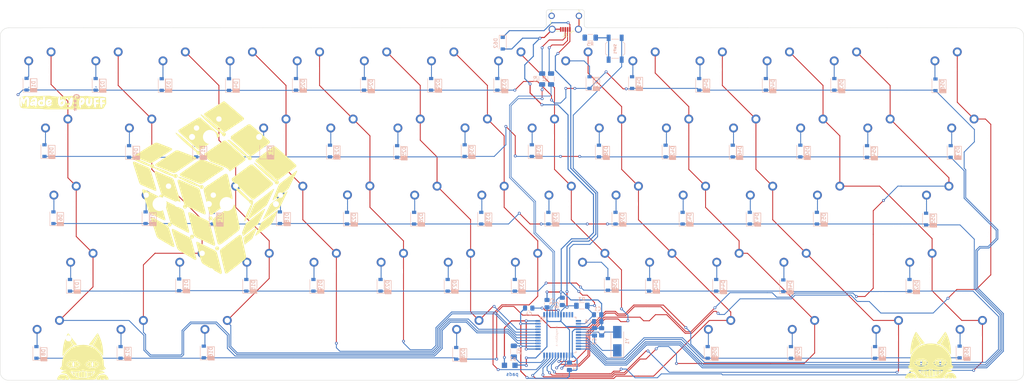
<source format=kicad_pcb>
(kicad_pcb (version 20211014) (generator pcbnew)
  (layers (0 "F.Cu" signal) (31 "B.Cu" signal) (34 "B.Paste" user) (35 "F.Paste" user) (36 "B.SilkS" user "B.Silkscreen") (37 "F.SilkS" user "F.Silkscreen") (38 "B.Mask" user) (39 "F.Mask" user) (44 "Edge.Cuts" user))
  (net 0 "")
  (net 1 "GND")
  (net 2 "RST")
  (net 3 "Net-(C2-Pad2)")
  (net 4 "Net-(C3-Pad2)")
  (net 5 "Net-(C4-Pad2)")
  (net 6 "+5V")
  (net 7 "Row1")
  (net 8 "Net-(D1-Pad2)")
  (net 9 "Net-(D2-Pad2)")
  (net 10 "Row2")
  (net 11 "Net-(D3-Pad2)")
  (net 12 "Net-(D4-Pad2)")
  (net 13 "/DP")
  (net 14 "/DN")
  (net 15 "Net-(R4-Pad1)")
  (net 16 "Col1")
  (net 17 "Col2")
  (net 24 "Net-(R1-Pad1)")
  (net 25 "Net-(R2-Pad1)")
  (net 27 "Net-(D5-Pad2)")
  (net 28 "Row3")
  (net 29 "Net-(D6-Pad2)")
  (net 30 "Row4")
  (net 31 "Net-(D7-Pad2)")
  (net 32 "Row5")
  (net 33 "Net-(D8-Pad2)")
  (net 34 "Net-(D9-Pad2)")
  (net 35 "Net-(D10-Pad2)")
  (net 36 "Net-(D11-Pad2)")
  (net 37 "Net-(D12-Pad2)")
  (net 38 "Net-(D13-Pad2)")
  (net 39 "Net-(D14-Pad2)")
  (net 40 "Net-(D15-Pad2)")
  (net 41 "Net-(D16-Pad2)")
  (net 42 "Net-(D17-Pad2)")
  (net 43 "Net-(D18-Pad2)")
  (net 44 "Net-(D19-Pad2)")
  (net 45 "Net-(D20-Pad2)")
  (net 46 "Net-(D21-Pad2)")
  (net 47 "Net-(D22-Pad2)")
  (net 48 "Net-(D23-Pad2)")
  (net 49 "Net-(D24-Pad2)")
  (net 50 "Net-(D25-Pad2)")
  (net 51 "Net-(D26-Pad2)")
  (net 52 "Net-(D27-Pad2)")
  (net 53 "Net-(D28-Pad2)")
  (net 54 "Net-(D29-Pad2)")
  (net 55 "Net-(D30-Pad2)")
  (net 56 "Net-(D31-Pad2)")
  (net 57 "Net-(D32-Pad2)")
  (net 58 "Net-(D33-Pad2)")
  (net 59 "Net-(D34-Pad2)")
  (net 60 "Net-(D35-Pad2)")
  (net 61 "Net-(D36-Pad2)")
  (net 62 "Net-(D37-Pad2)")
  (net 63 "Net-(D38-Pad2)")
  (net 64 "Net-(D39-Pad2)")
  (net 65 "Net-(D40-Pad2)")
  (net 66 "Net-(D41-Pad2)")
  (net 67 "Net-(D42-Pad2)")
  (net 68 "Net-(D43-Pad2)")
  (net 69 "Net-(D44-Pad2)")
  (net 70 "Net-(D45-Pad2)")
  (net 71 "Net-(D46-Pad2)")
  (net 72 "Net-(D47-Pad2)")
  (net 73 "Net-(D48-Pad2)")
  (net 74 "Net-(D49-Pad2)")
  (net 75 "Net-(D50-Pad2)")
  (net 76 "Net-(D51-Pad2)")
  (net 77 "Net-(D52-Pad2)")
  (net 78 "Net-(D53-Pad2)")
  (net 79 "Net-(D54-Pad2)")
  (net 80 "Net-(D55-Pad2)")
  (net 81 "Net-(D56-Pad2)")
  (net 82 "Net-(D57-Pad2)")
  (net 83 "Net-(D58-Pad2)")
  (net 84 "Net-(D59-Pad2)")
  (net 85 "Net-(D60-Pad2)")
  (net 86 "Net-(D61-Pad2)")
  (net 87 "Col3")
  (net 88 "Col4")
  (net 89 "Col5")
  (net 90 "Col6")
  (net 91 "Col7")
  (net 92 "Col8")
  (net 93 "Col9")
  (net 94 "Col10")
  (net 95 "Col11")
  (net 96 "Col12")
  (net 97 "Col13")
  (net 98 "Col14")
  (net 99 "Net-(R5-Pad2)")
  (footprint "Cube:cat" (layer "F.Cu") (at 305 150.2)
    (fp_text reference "G***")
    (fp_text value "LOGO" hide)
  )
  (footprint "Cube:Cube_supersmall" (layer "F.Cu") (at 101.8 103.9)
    (fp_text reference "G***")
    (fp_text value "LOGO" hide)
  )
  (footprint "Connector_USB:USB_Micro-B_Wuerth_629105150521_CircularHoles" (layer "F.Cu") (at 201.3 56.9 180)
    (fp_text reference "J1")
    (fp_text value "USB_B_Micro")
  )
  (footprint "Cube:cat" (layer "F.Cu") (at 64.4 150.6)
    (fp_text reference "G***")
    (fp_text value "LOGO" hide)
  )
  (footprint "Cube:samll_puf" (layer "F.Cu") (at 58.801 79.629)
    (fp_text reference "G***")
    (fp_text value "LOGO" hide)
  )
  (footprint "Diode_SMD:D_SOD-123" (layer "B.Cu") (at 129.82575 131.41325 90)
    (fp_text reference "D19")
    (fp_text value "1N4148W")
  )
  (footprint "Diode_SMD:D_SOD-123" (layer "B.Cu") (at 120.30075 112.23625 90)
    (fp_text reference "D18")
    (fp_text value "1N4148W")
  )
  (footprint "Diode_SMD:D_SOD-123" (layer "B.Cu") (at 86.77275 74.44105 90)
    (fp_text reference "D3")
    (fp_text value "1N4148W")
  )
  (footprint "Resistor_SMD:R_1206_3216Metric_Pad1.30x1.75mm_HandSolder" (layer "B.Cu") (at 197.26275 72.86625 -90)
    (fp_text reference "R1")
    (fp_text value "22R")
  )
  (footprint "Diode_SMD:D_SOD-123" (layer "B.Cu") (at 98.71075 150.33625 90)
    (fp_text reference "D16")
    (fp_text value "1N4148W")
  )
  (footprint "acheron_MX:MX100" (layer "B.Cu") (at 152.8445 127.41275 180)
    (fp_text reference "SW23")
    (fp_text value "V")
  )
  (footprint "Diode_SMD:D_SOD-123" (layer "B.Cu") (at 306.35575 74.51725 90)
    (fp_text reference "D56")
    (fp_text value "1N4148W")
  )
  (footprint "Diode_SMD:D_SOD-123" (layer "B.Cu") (at 75.08875 150.46325 90)
    (fp_text reference "D12")
    (fp_text value "1N4148W")
  )
  (footprint "acheron_MX:MX125" (layer "B.Cu") (at 317.15075 146.46275 180)
    (fp_text reference "SW61")
    (fp_text value "CTRL")
  )
  (footprint "Diode_SMD:D_SOD-123" (layer "B.Cu") (at 272.70075 112.36325 90)
    (fp_text reference "D51")
    (fp_text value "1N4148W")
  )
  (footprint "Diode_SMD:D_SOD-123" (layer "B.Cu") (at 286.92475 93.44025 90)
    (fp_text reference "D54")
    (fp_text value "1N4148W")
  )
  (footprint "acheron_MX:MX100" (layer "B.Cu") (at 219.5195 108.36275 180)
    (fp_text reference "SW39")
    (fp_text value "K")
  )
  (footprint "acheron_MX:MX100" (layer "B.Cu") (at 205.232 70.26275 180)
    (fp_text reference "SW37")
    (fp_text value "8")
  )
  (footprint "acheron_MX:MX100" (layer "B.Cu") (at 95.6945 127.41275 180)
    (fp_text reference "SW11")
    (fp_text value "Z")
  )
  (footprint "acheron_MX:MX100" (layer "B.Cu") (at 243.332 70.26275 180)
    (fp_text reference "SW45")
    (fp_text value "0")
  )
  (footprint "Diode_SMD:D_SOD-123" (layer "B.Cu") (at 56.03875 112.23625 90)
    (fp_text reference "D6")
    (fp_text value "1N4148W")
  )
  (footprint "Diode_SMD:D_SOD-123" (layer "B.Cu") (at 298.98975 131.41325 90)
    (fp_text reference "D52")
    (fp_text value "1N4148W")
  )
  (footprint "Diode_SMD:D_SOD-123" (layer "B.Cu") (at 239.29975 74.39025 90)
    (fp_text reference "D45")
    (fp_text value "1N4148W")
  )
  (footprint "acheron_MX:MX100" (layer "B.Cu") (at 176.657 89.281 180)
    (fp_text reference "SW30")
    (fp_text value "Y")
  )
  (footprint "acheron_Hardware:K2-1187SQ-A4SW-06" (layer "B.Cu") (at 215.44915 64.28105 -90)
    (fp_text reference "SWP1")
    (fp_text value "SW_Push")
  )
  (footprint "acheron_MX:MX100" (layer "B.Cu") (at 238.5695 108.36275 180)
    (fp_text reference "SW43")
    (fp_text value "L")
  )
  (footprint "acheron_MX:MX100" (layer "B.Cu") (at 86.1695 108.36275 180)
    (fp_text reference "SW10")
    (fp_text value "A")
  )
  (footprint "Diode_SMD:D_SOD-123" (layer "B.Cu") (at 148.87575 131.41325 90)
    (fp_text reference "D23")
    (fp_text value "1N4148W")
  )
  (footprint "Diode_SMD:D_SOD-123" (layer "B.Cu") (at 158.40075 112.36325 90)
    (fp_text reference "D26")
    (fp_text value "1N4148W")
  )
  (footprint "Diode_SMD:D_SOD-123" (layer "B.Cu") (at 110.77575 131.41325 90)
    (fp_text reference "D15")
    (fp_text value "1N4148W")
  )
  (footprint "Diode_SMD:D_SOD-123" (layer "B.Cu") (at 258.22275 74.39025 90)
    (fp_text reference "D49")
    (fp_text value "1N4148W")
  )
  (footprint "acheron_MX:MX100" (layer "B.Cu") (at 138.557 89.31275 180)
    (fp_text reference "SW21")
    (fp_text value "R")
  )
  (footprint "acheron_MX:MX100" (layer "B.Cu") (at 148.082 70.26275 180)
    (fp_text reference "SW24")
    (fp_text value "5")
  )
  (footprint "Capacitor_SMD:C_0805_2012Metric_Pad1.18x1.45mm_HandSolder" (layer "B.Cu") (at 211.61375 144.62125 -90)
    (fp_text reference "C3")
    (fp_text value "22pF")
  )
  (footprint "Diode_SMD:D_SOD-123" (layer "B.Cu") (at 177.45075 112.36325 90)
    (fp_text reference "D31")
    (fp_text value "1N4148W")
  )
  (footprint "Diode_SMD:D_SOD-123" (layer "B.Cu") (at 167.92575 131.41325 90)
    (fp_text reference "D27")
    (fp_text value "1N4148W")
  )
  (footprint "Diode_SMD:D_SOD-123" (layer "B.Cu") (at 153.57475 93.44025 90)
    (fp_text reference "D25")
    (fp_text value "1N4148W")
  )
  (footprint "Capacitor_SMD:C_0805_2012Metric_Pad1.18x1.45mm_HandSolder" (layer "B.Cu") (at 209.58175 144.62125 -90)
    (fp_text reference "C2")
    (fp_text value "22pF")
  )
  (footprint "Diode_SMD:D_SOD-123" (layer "B.Cu") (at 196.50075 112.36325 90)
    (fp_text reference "D35")
    (fp_text value "1N4148W")
  )
  (footprint "acheron_MX:MX100" (layer "B.Cu") (at 224.282 70.26275 180)
    (fp_text reference "SW41")
    (fp_text value "9")
  )
  (footprint "acheron_MX:MX275" (layer "B.Cu") (at 302.86325 127.41275 180)
    (fp_text reference "SW52")
    (fp_text value "SHIFT_2.75")
  )
  (footprint "Capacitor_SMD:C_0805_2012Metric_Pad1.18x1.45mm_HandSolder" (layer "B.Cu") (at 196.11975 136.62025 90)
    (fp_text reference "C5")
    (fp_text value "100n")
  )
  (footprint "Diode_SMD:D_SOD-123" (layer "B.Cu") (at 263.17575 131.54025 90)
    (fp_text reference "D48")
    (fp_text value "1N4148W")
  )
  (footprint "acheron_MX:MX100" (layer "B.Cu") (at 195.707 89.31275 180)
    (fp_text reference "SW34")
    (fp_text value "U")
  )
  (footprint "Diode_SMD:D_SOD-123" (layer "B.Cu") (at 48.41875 74.33945 90)
    (fp_text reference "D1")
    (fp_text value "1N4148W")
  )
  (footprint "acheron_MX:MX100" (layer "B.Cu") (at 133.7945 127.41275 180)
    (fp_text reference "SW19")
    (fp_text value "C")
  )
  (footprint "Diode_SMD:D_SOD-123" (layer "B.Cu") (at 60.73775 131.41325 90)
    (fp_text reference "D7")
    (fp_text value "1N4148W")
  )
  (footprint "Diode_SMD:D_SOD-123" (layer "B.Cu") (at 241.71275 150.46325 90)
    (fp_text reference "D58")
    (fp_text value "1N4148W")
  )
  (footprint "Diode_SMD:D_SOD-123" (layer "B.Cu") (at 105.87355 74.44105 90)
    (fp_text reference "D4")
    (fp_text value "1N4148W")
  )
  (footprint "Resistor_SMD:R_1206_3216Metric_Pad1.30x1.75mm_HandSolder" (layer "B.Cu") (at 208.38795 61.13145)
    (fp_text reference "R5")
    (fp_text value "330R")
  )
  (footprint "Diode_SMD:D_SOD-123" (layer "B.Cu") (at 82.20075 112.23625 90)
    (fp_text reference "D10")
    (fp_text value "1N4148W")
  )
  (footprint "MyElements:pad-2mm" (layer "B.Cu") (at 186.2836 154.1272 180)
    (fp_text reference "p1")
    (fp_text value "pads_2mm")
  )
  (footprint "acheron_MX:MX150" (layer "B.Cu") (at 314.7695 89.31275 180)
    (fp_text reference "SW57")
    (fp_text value "\\_1.5")
  )
  (footprint "acheron_MX:MX100" (layer "B.Cu") (at 109.982 70.26275 180)
    (fp_text reference "SW4")
    (fp_text value "3")
  )
  (footprint "acheron_MX:MX125" (layer "B.Cu") (at 55.21325 146.46275 180)
    (fp_text reference "SW8")
    (fp_text value "CTRL")
  )
  (footprint "acheron_MX:MX100" (layer "B.Cu") (at 124.2695 108.36275 180)
    (fp_text reference "SW18")
    (fp_text value "D")
  )
  (footprint "acheron_MX:MX100" (layer "B.Cu") (at 71.882 70.26275 180)
    (fp_text reference "SW2")
    (fp_text value "1")
  )
  (footprint "acheron_MX:MX125" (layer "B.Cu") (at 245.71325 146.46275 180)
    (fp_text reference "SW58")
    (fp_text value "ALT")
  )
  (footprint "acheron_MX:MX100" (layer "B.Cu") (at 214.757 89.3064 180)
    (fp_text reference "SW38")
    (fp_text value "I")
  )
  (footprint "acheron_MX:MX100" (layer "B.Cu") (at 290.957 89.31275 180)
    (fp_text reference "SW54")
    (fp_text value "}")
  )
  (footprint "acheron_MX:MX100" (layer "B.Cu") (at 129.032 70.26275 180)
    (fp_text reference "SW20")
    (fp_text value "4")
  )
  (footprint "Diode_SMD:D_SOD-123" (layer "B.Cu") (at 182.02275 74.39025 90)
    (fp_text reference "D33")
    (fp_text value "1N4148W")
  )
  (footprint "acheron_MX:MX100" (layer "B.Cu") (at 248.0945 127.41275 180)
    (fp_text reference "SW44")
    (fp_text value ">")
  )
  (footprint "Diode_SMD:D_SOD-123" (layer "B.Cu") (at 68.02755 74.39025 90)
    (fp_text reference "D2")
    (fp_text value "1N4148W")
  )
  (footprint "Diode_SMD:D_SOD-123" (layer "B.Cu") (at 96.55175 93.31325 90)
    (fp_text reference "D13")
    (fp_text value "1N4148W")
  )
  (footprint "Capacitor_SMD:C_0805_2012Metric_Pad1.18x1.45mm_HandSolder" (layer "B.Cu") (at 202.46975 154.40025 90)
    (fp_text reference "C7")
    (fp_text value "100n")
  )
  (footprint "acheron_MX:MX100" (layer "B.Cu") (at 157.607 89.31275 180)
    (fp_text reference "SW25")
    (fp_text value "T")
  )
  (footprint "acheron_MX:MX125" (layer "B.Cu") (at 293.33825 146.46275 180)
    (fp_text reference "SW60")
    (fp_text value "MENU")
  )
  (footprint "Capacitor_SMD:C_0805_2012Metric_Pad1.18x1.45mm_HandSolder" (layer "B.Cu") (at 190.91275 137.89025)
    (fp_text reference "C4")
    (fp_text value "1uF")
  )
  (footprint "acheron_MX:MX150" (layer "B.Cu") (at 57.5945 89.31275 180)
    (fp_text reference "SW5")
    (fp_text value "Tab_1.5")
  )
  (footprint "acheron_MX:MX125" (layer "B.Cu") (at 79.02575 146.46275 180)
    (fp_text reference "SW12")
    (fp_text value "WIN")
  )
  (footprint "Diode_SMD:D_SOD-123" (layer "B.Cu") (at 172.75175 93.18625 90)
    (fp_text reference "D30")
    (fp_text value "1N4148W")
  )
  (footprint "Diode_SMD:D_SOD-123" (layer "B.Cu") (at 210.85175 93.31325 90)
    (fp_text reference "D38")
    (fp_text value "1N4148W")
  )
  (footprint "Diode_SMD:D_SOD-123" (layer "B.Cu") (at 225.07575 131.41325 90)
    (fp_text reference "D40")
    (fp_text value "1N4148W")
  )
  (footprint "acheron_MX:MX100" (layer "B.Cu") (at 162.3695 108.36275 180)
    (fp_text reference "SW26")
    (fp_text value "G")
  )
  (footprint "Diode_SMD:D_SOD-123" (layer "B.Cu") (at 53.49875 93.18625 90)
    (fp_text reference "D5")
    (fp_text value "1N4148W")
  )
  (footprint "acheron_MX:MX100" (layer "B.Cu") (at 281.432 70.26275 180)
    (fp_text reference "SW53")
    (fp_text value "=")
  )
  (footprint "Diode_SMD:D_SOD-123" (layer "B.Cu") (at 244.12575 131.41325 90)
    (fp_text reference "D44")
    (fp_text value "1N4148W")
  )
  (footprint "acheron_MX:MX100" (layer "B.Cu") (at 90.932 70.26275 180)
    (fp_text reference "SW3")
    (fp_text value "2")
  )
  (footprint "Diode_SMD:D_SOD-123" (layer "B.Cu") (at 229.77475 93.31325 90)
    (fp_text reference "D42")
    (fp_text value "1N4148W")
  )
  (footprint "Diode_SMD:D_SOD-123" (layer "B.Cu") (at 134.52475 93.31325 90)
    (fp_text reference "D21")
    (fp_text value "1N4148W")
  )
  (footprint "acheron_MX:MX200" (layer "B.Cu") (at 310.007 70.26275 180)
    (fp_text reference "SW56")
    (fp_text value "Backspace_2")
  )
  (footprint "Diode_SMD:D_SOD-123" (layer "B.Cu") (at 220.24975 73.88225 90)
    (fp_text reference "D41")
    (fp_text value "1N4148W")
  )
  (footprint "Diode_SMD:D_SOD-123" (layer "B.Cu") (at 289.21075 150.46325 90)
    (fp_text reference "D60")
    (fp_text value "1N4148W")
  )
  (footprint "acheron_MX:MX125" (layer "B.Cu") (at 269.52575 146.46275 180)
    (fp_text reference "SW59")
    (fp_text value "WIN")
  )
  (footprint "acheron_MX:MX100" (layer "B.Cu") (at 190.9445 127.41275 180)
    (fp_text reference "SW32")
    (fp_text value "N")
  )
  (footprint "Diode_SMD:D_SOD-123" (layer "B.Cu") (at 124.87275 74.39025 90)
    (fp_text reference "D20")
    (fp_text value "1N4148W")
  )
  (footprint "acheron_MX:MX100" (layer "B.Cu") (at 209.9945 127.41275 180)
    (fp_text reference "SW36")
    (fp_text value "M")
  )
  (footprint "acheron_MX:MX625" (layer "B.Cu") (at 174.27575 146.46275 180)
    (fp_text reference "SW28")
    (fp_text value "SPACE_3.75")
  )
  (footprint "acheron_MX:MX100" (layer "B.Cu") (at 267.1445 127.41275 180)
    (fp_text reference "SW48")
    (fp_text value "?")
  )
  (footprint "Diode_SMD:D_SOD-123" (layer "B.Cu") (at 313.21375 150.33625 90)
    (fp_text reference "D61")
    (fp_text value "1N4148W")
  )
  (footprint "Diode_SMD:D_SOD-123" (layer "B.Cu") (at 303.68875 112.61725 90)
    (fp_text reference "D55")
    (fp_text value "1N4148W")
  )
  (footprint "Capacitor_SMD:C_0805_2012Metric_Pad1.18x1.45mm_HandSolder" (layer "B.Cu") (at 210.47075 139.76985 180)
    (fp_text reference "C1")
    (fp_text value "100nF")
  )
  (footprint "acheron_MX:MX100" (layer "B.Cu") (at 257.6195 108.36275 180)
    (fp_text reference "SW47")
    (fp_text value ":")
  )
  (footprint "acheron_MX:MX100" (layer "B.Cu") (at 167.132 70.26275 180)
    (fp_text reference "SW29")
    (fp_text value "6")
  )
  (footprint "acheron_MX:MX175" (layer "B.Cu") (at 59.97575 108.36275 180)
    (fp_text reference "SW6")
    (fp_text value "CAPS_1.75")
  )
  (footprint "acheron_MX:MX100" (layer "B.Cu") (at 105.2195 108.36275 180)
    (fp_text reference "SW14")
    (fp_text value "S")
  )
  (footprint "Diode_SMD:D_SOD-123" (layer "B.Cu") (at 144.17675 74.39025 90)
    (fp_text reference "D24")
    (fp_text value "1N4148W")
  )
  (footprint "acheron_MX:MX100" (layer "B.Cu") (at 252.857 89.31275 180)
    (fp_text reference "SW46")
    (fp_text value "P")
  )
  (footprint "Crystal:Crystal_SMD_5032-2Pin_5.0x3.2mm_HandSoldering" (layer "B.Cu") (at 216.05875 147.28825 90)
    (fp_text reference "Y1")
    (fp_text value "16MHz")
  )
  (footprint "acheron_MX:MX100" (layer "B.Cu") (at 171.8945 127.41275 180)
    (fp_text reference "SW27")
    (fp_text value "B")
  )
  (footprint "Diode_SMD:D_SOD-123" (layer "B.Cu") (at 268.00175 93.31325 90)
    (fp_text reference "D50")
    (fp_text value "1N4148W")
  )
  (footprint "Resistor_SMD:R_1206_3216Metric_Pad1.30x1.75mm_HandSolder" (layer "B.Cu") (at 206.00035 137.22985 180)
    (fp_text reference "R3")
    (fp_text value "10K")
  )
  (footprint "acheron_MX:MX125" (layer "B.Cu") (at 102.83825 146.46275 180)
    (fp_text reference "SW16")
    (fp_text value "ALT")
  )
  (footprint "acheron_MX:MX100" (layer "B.Cu") (at 114.7445 127.41275 180)
    (fp_text reference "SW15")
    (fp_text value "X")
  )
  (footprint "acheron_MX:MX100" (layer "B.Cu") (at 81.407 89.31275 180)
    (fp_text reference "SW9")
    (fp_text value "Q")
  )
  (footprint "Diode_SMD:D_SOD-123" (layer "B.Cu") (at 215.55075 112.36325 90)
    (fp_text reference "D39")
    (fp_text value "1N4148W")
  )
  (footprint "acheron_MX:MX100" (layer "B.Cu") (at 233.807 89.31275 180)
    (fp_text reference "SW42")
    (fp_text value "O")
  )
  (footprint "Diode_SMD:D_SOD-123" (layer "B.Cu") (at 234.60075 112.36325 90)
    (fp_text reference "D43")
    (fp_text value "1N4148W")
  )
  (footprint "ATmega32U4:ATmega32U4" (layer "B.Cu") (at 199.29475 145.51025 -90)
    (fp_text reference "U1" hide)
    (fp_text value "ATmega32U4-A")
  )
  (footprint "Diode_SMD:D_SOD-123" (layer "B.Cu") (at 213.39175 131.15925 90)
    (fp_text reference "D36")
    (fp_text value "1N4148W")
  )
  (footprint "Diode_SMD:D_SOD-123" (layer "B.Cu") (at 115.60175 93.31325 90)
    (fp_text reference "D17")
    (fp_text value "1N4148W")
  )
  (footprint "Resistor_SMD:R_1206_3216Metric_Pad1.30x1.75mm_HandSolder" (layer "B.Cu") (at 186.69 150.14575 90)
    (fp_text reference "R4")
    (fp_text value "1K")
  )
  (footprint "acheron_MX:MX225" (layer "B.Cu") (at 64.73825 127.41275 180)
    (fp_text reference "SW7")
    (fp_text value "SHIFT_2.25")
  )
  (footprint "Diode_SMD:D_SOD-123" (layer "B.Cu") (at 91.72575 131.28625 90)
    (fp_text reference "D11")
    (fp_text value "1N4148W")
  )
  (footprint "Diode_SMD:D_SOD-123" (layer "B.Cu") (at 170.33875 150.71725 90)
    (fp_text reference "D28")
    (fp_text value "1N4148W")
  )
  (footprint "Diode_SMD:D_SOD-123" (layer "B.Cu") (at 77.50175 93.44025 90)
    (fp_text reference "D9")
    (fp_text value "1N4148W")
  )
  (footprint "acheron_MX:MX100" (layer "B.Cu") (at 52.832 70.26275 180)
    (fp_text reference "SW1")
    (fp_text value "`")
  )
  (footprint "acheron_MX:MX100" (layer "B.Cu") (at 119.507 89.31275 180)
    (fp_text reference "SW17")
    (fp_text value "E")
  )
  (footprint "Diode_SMD:D_SOD-123" (layer "B.Cu") (at 310.67375 93.44025 90)
    (fp_text reference "D57")
    (fp_text value "1N4148W")
  )
  (footprint "Diode_SMD:D_SOD-123" (layer "B.Cu") (at 51.21275 150.46425 90)
    (fp_text reference "D8")
    (fp_text value "1N4148W")
  )
  (footprint "Diode_SMD:D_SOD-123" (layer "B.Cu") (at 253.65075 112.36325 90)
    (fp_text reference "D47")
    (fp_text value "1N4148W")
  )
  (footprint "acheron_MX:MX100" (layer "B.Cu") (at 200.4695 108.36275 180)
    (fp_text reference "SW35")
    (fp_text value "J")
  )
  (footprint "acheron_MX:MX100" (layer "B.Cu") (at 181.4195 108.36275 180)
    (fp_text reference "SW31")
    (fp_text value "H")
  )
  (footprint "acheron_MX:MX100" (layer "B.Cu") (at 262.382 70.26275 180)
    (fp_text reference "SW49")
    (fp_text value "-")
  )
  (footprint "acheron_MX:MX100" (layer "B.Cu") (at 276.6695 108.36275 180)
    (fp_text reference "SW51")
    (fp_text value "\"")
  )
  (footprint "acheron_MX:MX225" (layer "B.Cu") (at 307.62575 108.36275 180)
    (fp_text reference "SW55")
    (fp_text value "ENTER_2.25")
  )
  (footprint "Diode_SMD:D_SOD-123" (layer "B.Cu") (at 101.25075 112.36325 90)
    (fp_text reference "D14")
    (fp_text value "1N4148W")
  )
  (footprint "Resistor_SMD:R_1206_3216Metric_Pad1.30x1.75mm_HandSolder" (layer "B.Cu") (at 194.72275 72.86625 -90)
    (fp_text reference "R2")
    (fp_text value "22R")
  )
  (footprint "acheron_MX:MX100" (layer "B.Cu") (at 271.907 89.31275 180)
    (fp_text reference "SW50")
    (fp_text value "{")
  )
  (footprint "Capacitor_SMD:C_0805_2012Metric_Pad1.18x1.45mm_HandSolder" (layer "B.Cu") (at 200.43775 135.98525 -90)
    (fp_text reference "C8")
    (fp_text value "100n")
  )
  (footprint "Diode_SMD:D_SOD-123" (layer "B.Cu") (at 191.80175 93.18625 90)
    (fp_text reference "D34")
    (fp_text value "1N4148W")
  )
  (footprint "acheron_MX:MX100" (layer "B.Cu") (at 229.0445 127.41275 180)
    (fp_text reference "SW40")
    (fp_text value "<")
  )
  (footprint "Diode_SMD:D_SOD-123" (layer "B.Cu") (at 248.82475 93.31325 90)
    (fp_text reference "D46")
    (fp_text value "1N4148W")
  )
  (footprint "Diode_SMD:D_SOD-123" (layer "B.Cu") (at 265.33475 150.46325 90)
    (fp_text reference "D59")
    (fp_text value "1N4148W")
  )
  (footprint "acheron_MX:MX100" (layer "B.Cu") (at 186.182 70.26275 180)
    (fp_text reference "SW33")
    (fp_text value "7")
  )
  (footprint "Capacitor_SMD:C_0805_2012Metric_Pad1.18x1.45mm_HandSolder" (layer "B.Cu") (at 210.49225 141.70025)
    (fp_text reference "C6")
    (fp_text value "100n")
  )
  (footprint "acheron_MX:MX100" (layer "B.Cu") (at 143.3 108.3 180)
    (fp_text reference "SW22")
    (fp_text value "F")
  )
  (footprint "Diode_SMD:D_SOD-123" (layer "B.Cu") (at 208.18475 73.88225 90)
    (fp_text reference "D37")
    (fp_text value "1N4148W")
  )
  (footprint "Diode_SMD:D_SOD-123" (layer "B.Cu") (at 139.35075 112.36325 90)
    (fp_text reference "D22")
    (fp_text value "1N4148W")
  )
  (footprint "Diode_SMD:D_SOD-123" (layer "B.Cu") (at 183.54675 62.70625 -90)
    (fp_text reference "D62")
    (fp_text value "1N4148W")
  )
  (footprint "Diode_SMD:D_SOD-123" (layer "B.Cu") (at 163.22675 74.39025 90)
    (fp_text reference "D29")
    (fp_text value "1N4148W")
  )
  (footprint "Diode_SMD:D_SOD-123" (layer "B.Cu") (at 186.97575 131.41325 90)
    (fp_text reference "D32")
    (fp_text value "1N4148W")
  )
  (footprint "acheron_MX:MX100" (layer "B.Cu") (at 100.457 89.31275 180)
    (fp_text reference "SW13")
    (fp_text value "W")
  )
  (footprint "Diode_SMD:D_SOD-123" (layer "B.Cu") (at 277.65375 74.39025 90)
    (fp_text reference "D53")
    (fp_text value "1N4148W")
  )
  (gr_line (start 240.538 75.692) (end 242.316 75.692) (layer "B.SilkS") (width 0.15))
  (gr_rect (start 245.364 132.842) (end 246.634 133.35) (layer "B.SilkS") (width 0.15) (fill none))
  (gr_rect (start 242.951 151.765) (end 244.602 152.654) (layer "B.SilkS") (width 0.15) (fill none))
  (gr_rect (start 193.04 94.488) (end 194.31 94.6785) (layer "B.SilkS") (width 0.15) (fill none))
  (gr_rect (start 259.334 75.819) (end 260.604 76.073) (layer "B.SilkS") (width 0.15) (fill none))
  (gr_line (start 269.113 94.83725) (end 270.383 94.869) (layer "B.SilkS") (width 0.15))
  (gr_rect (start 54.737 94.488) (end 56.007 94.996) (layer "B.SilkS") (width 0.15) (fill none))
  (gr_rect (start 83.439 113.538) (end 84.709 114.046) (layer "B.SilkS") (width 0.15) (fill none))
  (gr_rect (start 209.296 75.184) (end 210.82 75.946) (layer "B.SilkS") (width 0.15) (fill none))
  (gr_rect (start 311.912 94.742) (end 313.436 95.504) (layer "B.SilkS") (width 0.15) (fill none))
  (gr_rect (start 193.04 94.488) (end 194.31 94.869) (layer "B.SilkS") (width 0.15) (fill none))
  (gr_rect (start 183.261 75.819) (end 184.658 76.454) (layer "B.SilkS") (width 0.15) (fill none))
  (gr_rect (start 235.839 113.665) (end 237.109 113.919) (layer "B.SilkS") (width 0.15) (fill none))
  (gr_line (start 212.09 94.742) (end 213.868 94.742) (layer "B.SilkS") (width 0.15))
  (gr_rect (start 131.064 132.715) (end 132.715 133.604) (layer "B.SilkS") (width 0.15) (fill none))
  (gr_rect (start 311.912 94.742) (end 313.182 94.9325) (layer "B.SilkS") (width 0.15) (fill none))
  (gr_rect (start 92.964 129.794) (end 94.742 133.604) (layer "B.SilkS") (width 0.15) (fill none))
  (gr_rect (start 97.79 94.742) (end 99.441 95.631) (layer "B.SilkS") (width 0.15) (fill none))
  (gr_line (start 69.215 75.78725) (end 70.485 75.819) (layer "B.SilkS") (width 0.15))
  (gr_rect (start 214.63 132.461) (end 215.9 132.969) (layer "B.SilkS") (width 0.15) (fill none))
  (gr_rect (start 240.538 75.692) (end 241.808 75.8825) (layer "B.SilkS") (width 0.15) (fill none))
  (gr_line (start 107.061 75.78725) (end 108.331 75.819) (layer "B.SilkS") (width 0.15))
  (gr_rect (start 116.84 94.615) (end 118.11 94.869) (layer "B.SilkS") (width 0.15) (fill none))
  (gr_rect (start 197.739 113.665) (end 199.009 114.173) (layer "B.SilkS") (width 0.15) (fill none))
  (gr_rect (start 245.364 132.842) (end 246.888 133.604) (layer "B.SilkS") (width 0.15) (fill none))
  (gr_rect (start 140.589 113.665) (end 141.859 113.8555) (layer "B.SilkS") (width 0.15) (fill none))
  (gr_rect (start 54.737 94.488) (end 56.007 94.742) (layer "B.SilkS") (width 0.15) (fill none))
  (gr_rect (start 314.452 151.765) (end 315.976 152.527) (layer "B.SilkS") (width 0.15) (fill none))
  (gr_rect (start 193.04 94.488) (end 194.31 94.996) (layer "B.SilkS") (width 0.15) (fill none))
  (gr_rect (start 150.114 132.842) (end 151.638 133.604) (layer "B.SilkS") (width 0.15) (fill none))
  (gr_rect (start 49.5935 75.565) (end 50.8635 75.819) (layer "B.SilkS") (width 0.15) (fill none))
  (gr_rect (start 87.884 75.692) (end 89.281 76.327) (layer "B.SilkS") (width 0.15) (fill none))
  (gr_rect (start 264.287 132.969) (end 265.684 133.604) (layer "B.SilkS") (width 0.15) (fill none))
  (gr_rect (start 78.74 94.742) (end 80.01 95.123) (layer "B.SilkS") (width 0.15) (fill none))
  (gr_rect (start 193.04 94.488) (end 194.437 95.123) (layer "B.SilkS") (width 0.15) (fill none))
  (gr_rect (start 57.15 113.538) (end 58.547 114.173) (layer "B.SilkS") (width 0.15) (fill none))
  (gr_line (start 164.465 75.692) (end 166.243 75.692) (layer "B.SilkS") (width 0.15))
  (gr_rect (start 116.84 94.615) (end 118.11 95.123) (layer "B.SilkS") (width 0.15) (fill none))
  (gr_line (start 307.594 75.819) (end 309.372 75.819) (layer "B.SilkS") (width 0.15))
  (gr_rect (start 307.594 75.819) (end 309.245 76.708) (layer "B.SilkS") (width 0.15) (fill none))
  (gr_rect (start 304.927 111.125) (end 306.705 114.935) (layer "B.SilkS") (width 0.15) (fill none))
  (gr_rect (start 273.939 113.665) (end 275.463 114.427) (layer "B.SilkS") (width 0.15) (fill none))
  (gr_line (start 83.439 113.63325) (end 84.709 113.665) (layer "B.SilkS") (width 0.15))
  (gr_rect (start 242.951 151.765) (end 244.221 152.146) (layer "B.SilkS") (width 0.15) (fill none))
  (gr_line (start 314.452 151.86025) (end 315.722 151.892) (layer "B.SilkS") (width 0.15))
  (gr_rect (start 116.84 94.615) (end 118.364 95.377) (layer "B.SilkS") (width 0.15) (fill none))
  (gr_rect (start 171.577 152.146) (end 173.228 153.035) (layer "B.SilkS") (width 0.15) (fill none))
  (gr_rect (start 92.964 132.588) (end 94.234 132.7785) (layer "B.SilkS") (width 0.15) (fill none))
  (gr_line (start 57.15 113.63325) (end 58.42 113.665) (layer "B.SilkS") (width 0.15))
  (gr_rect (start 97.79 94.742) (end 99.06 95.25) (layer "B.SilkS") (width 0.15) (fill none))
  (gr_rect (start 288.163 92.075) (end 289.941 95.885) (layer "B.SilkS") (width 0.15) (fill none))
  (gr_rect (start 240.538 72.898) (end 242.316 76.708) (layer "B.SilkS") (width 0.15) (fill none))
  (gr_rect (start 135.636 94.615) (end 136.906 94.996) (layer "B.SilkS") (width 0.15) (fill none))
  (gr_rect (start 61.976 132.730875) (end 63.373 133.365875) (layer "B.SilkS") (width 0.15) (fill none))
  (gr_rect (start 150.114 132.842) (end 151.384 133.0325) (layer "B.SilkS") (width 0.15) (fill none))
  (gr_rect (start 193.04 91.694) (end 194.818 95.504) (layer "B.SilkS") (width 0.15) (fill none))
  (gr_rect (start 209.296 75.184) (end 210.566 75.3745) (layer "B.SilkS") (width 0.15) (fill none))
  (gr_rect (start 78.74 94.742) (end 80.137 95.377) (layer "B.SilkS") (width 0.15) (fill none))
  (gr_rect (start 197.739 110.871) (end 199.517 114.681) (layer "B.SilkS") (width 0.15) (fill none))
  (gr_rect (start 69.215 75.692) (end 70.485 75.8825) (layer "B.SilkS") (width 0.15) (fill none))
  (gr_rect (start 131.064 132.715) (end 132.334 132.969) (layer "B.SilkS") (width 0.15) (fill none))
  (gr_rect (start 57.15 113.538) (end 58.42 113.7285) (layer "B.SilkS") (width 0.15) (fill none))
  (gr_rect (start 221.488 75.184) (end 222.758 75.565) (layer "B.SilkS") (width 0.15) (fill none))
  (gr_rect (start 255.016 110.871) (end 256.794 114.681) (layer "B.SilkS") (width 0.15) (fill none))
  (gr_rect (start 78.74 94.742) (end 80.264 95.504) (layer "B.SilkS") (width 0.15) (fill none))
  (gr_rect (start 107.061 75.692) (end 108.331 75.8825) (layer "B.SilkS") (width 0.15) (fill none))
  (gr_rect (start 140.589 113.665) (end 141.986 114.3) (layer "B.SilkS") (width 0.15) (fill none))
  (gr_line (start 273.939 113.76025) (end 275.209 113.792) (layer "B.SilkS") (width 0.15))
  (gr_line (start 154.686 94.869) (end 156.464 94.869) (layer "B.SilkS") (width 0.15))
  (gr_rect (start 290.449 151.765) (end 291.719 152.146) (layer "B.SilkS") (width 0.15) (fill none))
  (gr_line (start 78.74 94.83725) (end 80.01 94.869) (layer "B.SilkS") (width 0.15))
  (gr_rect (start 193.04 94.488) (end 194.564 95.25) (layer "B.SilkS") (width 0.15) (fill none))
  (gr_rect (start 76.327 148.971) (end 78.105 152.781) (layer "B.SilkS") (width 0.15) (fill none))
  (gr_rect (start 49.5935 75.565) (end 50.9905 76.2) (layer "B.SilkS") (width 0.15) (fill none))
  (gr_line (start 300.101 132.93725) (end 301.371 132.969) (layer "B.SilkS") (width 0.15))
  (gr_rect (start 154.686 94.869) (end 155.956 95.25) (layer "B.SilkS") (width 0.15) (fill none))
  (gr_line (start 97.79 94.742) (end 99.568 94.742) (layer "B.SilkS") (width 0.15))
  (gr_rect (start 230.886 94.742) (end 232.156 95.123) (layer "B.SilkS") (width 0.15) (fill none))
  (gr_rect (start 116.84 94.615) (end 118.11 94.8055) (layer "B.SilkS") (width 0.15) (fill none))
  (gr_line (start 264.287 132.969) (end 266.065 132.969) (layer "B.SilkS") (width 0.15))
  (gr_rect (start 131.064 132.715) (end 132.334 132.9055) (layer "B.SilkS") (width 0.15) (fill none))
  (gr_rect (start 126.111 75.692) (end 127.508 76.327) (layer "B.SilkS") (width 0.15) (fill none))
  (gr_rect (start 92.964 132.588) (end 94.234 132.969) (layer "B.SilkS") (width 0.15) (fill none))
  (gr_rect (start 273.939 113.665) (end 275.209 113.8555) (layer "B.SilkS") (width 0.15) (fill none))
  (gr_rect (start 69.215 75.692) (end 70.612 76.327) (layer "B.SilkS") (width 0.15) (fill none))
  (gr_rect (start 304.927 113.919) (end 306.578 114.808) (layer "B.SilkS") (width 0.15) (fill none))
  (gr_line (start 235.839 113.76025) (end 237.109 113.792) (layer "B.SilkS") (width 0.15))
  (gr_rect (start 240.538 75.692) (end 242.189 76.581) (layer "B.SilkS") (width 0.15) (fill none))
  (gr_rect (start 159.639 113.665) (end 160.909 113.8555) (layer "B.SilkS") (width 0.15) (fill none))
  (gr_line (start 121.539 113.63325) (end 122.809 113.665) (layer "B.SilkS") (width 0.15))
  (gr_rect (start 288.163 94.869) (end 289.433 95.0595) (layer "B.SilkS") (width 0.15) (fill none))
  (gr_rect (start 221.488 72.39) (end 223.266 76.2) (layer "B.SilkS") (width 0.15) (fill none))
  (gr_rect (start 288.163 94.869) (end 289.433 95.25) (layer "B.SilkS") (width 0.15) (fill none))
  (gr_rect (start 102.489 113.665) (end 103.759 113.8555) (layer "B.SilkS") (width 0.15) (fill none))
  (gr_rect (start 87.884 72.898) (end 89.662 76.708) (layer "B.SilkS") (width 0.15) (fill none))
  (gr_rect (start 314.452 151.765) (end 315.722 152.146) (layer "B.SilkS") (width 0.15) (fill none))
  (gr_rect (start 99.949 151.638) (end 101.219 151.8285) (layer "B.SilkS") (width 0.15) (fill none))
  (gr_rect (start 314.452 151.765) (end 315.722 152.019) (layer "B.SilkS") (width 0.15) (fill none))
  (gr_rect (start 235.839 113.665) (end 237.363 114.427) (layer "B.SilkS") (width 0.15) (fill none))
  (gr_rect (start 171.577 152.146) (end 172.847 152.4) (layer "B.SilkS") (width 0.15) (fill none))
  (gr_line (start 183.261 75.91425) (end 184.531 75.946) (layer "B.SilkS") (width 0.15))
  (gr_rect (start 278.892 75.819) (end 280.543 76.708) (layer "B.SilkS") (width 0.15) (fill none))
  (gr_rect (start 259.334 75.819) (end 260.985 76.708) (layer "B.SilkS") (width 0.15) (fill none))
  (gr_rect (start 235.839 113.665) (end 237.109 114.173) (layer "B.SilkS") (width 0.15) (fill none))
  (gr_rect (start 226.314 132.715) (end 227.838 133.477) (layer "B.SilkS") (width 0.15) (fill none))
  (gr_rect (start 112.014 129.921) (end 113.792 133.731) (layer "B.SilkS") (width 0.15) (fill none))
  (gr_line (start 83.439 113.538) (end 85.217 113.538) (layer "B.SilkS") (width 0.15))
  (gr_rect (start 121.539 113.538) (end 122.809 113.7285) (layer "B.SilkS") (width 0.15) (fill none))
  (gr_rect (start 269.113 94.742) (end 270.383 95.25) (layer "B.SilkS") (width 0.15) (fill none))
  (gr_rect (start 278.892 75.819) (end 280.162 76.073) (layer "B.SilkS") (width 0.15) (fill none))
  (gr_line (start 178.689 113.76025) (end 179.959 113.792) (layer "B.SilkS") (width 0.15))
  (gr_rect (start 99.949 151.638) (end 101.346 152.273) (layer "B.SilkS") (width 0.15) (fill none))
  (gr_rect (start 164.465 75.692) (end 165.862 76.327) (layer "B.SilkS") (width 0.15) (fill none))
  (gr_rect (start 107.061 75.692) (end 108.712 76.581) (layer "B.SilkS") (width 0.15) (fill none))
  (gr_rect (start 69.215 75.692) (end 70.866 76.581) (layer "B.SilkS") (width 0.15) (fill none))
  (gr_rect (start 249.936 94.742) (end 251.587 95.631) (layer "B.SilkS") (width 0.15) (fill none))
  (gr_rect (start 164.465 75.692) (end 165.735 76.2) (layer "B.SilkS") (width 0.15) (fill none))
  (gr_line (start 154.686 94.96425) (end 155.956 94.996) (layer "B.SilkS") (width 0.15))
  (gr_rect (start 87.884 75.692) (end 89.154 75.8825) (layer "B.SilkS") (width 0.15) (fill none))
  (gr_rect (start 278.892 73.025) (end 280.67 76.835) (layer "B.SilkS") (width 0.15) (fill none))
  (gr_rect (start 126.111 75.692) (end 127.635 76.454) (layer "B.SilkS") (width 0.15) (fill none))
  (gr_rect (start 264.287 132.969) (end 265.938 133.858) (layer "B.SilkS") (width 0.15) (fill none))
  (gr_line (start 126.111 75.692) (end 127.889 75.692) (layer "B.SilkS") (width 0.15))
  (gr_rect (start 273.939 113.665) (end 275.59 114.554) (layer "B.SilkS") (width 0.15) (fill none))
  (gr_rect (start 212.09 94.742) (end 213.487 95.377) (layer "B.SilkS") (width 0.15) (fill none))
  (gr_rect (start 131.064 132.715) (end 132.334 133.223) (layer "B.SilkS") (width 0.15) (fill none))
  (gr_rect (start 178.689 113.665) (end 179.959 114.173) (layer "B.SilkS") (width 0.15) (fill none))
  (gr_rect (start 159.639 113.665) (end 160.909 113.919) (layer "B.SilkS") (width 0.15) (fill none))
  (gr_rect (start 69.215 75.692) (end 70.485 76.2) (layer "B.SilkS") (width 0.15) (fill none))
  (gr_line (start 116.84 94.71025) (end 118.11 94.742) (layer "B.SilkS") (width 0.15))
  (gr_rect (start 245.364 132.842) (end 246.634 133.096) (layer "B.SilkS") (width 0.15) (fill none))
  (gr_rect (start 171.577 152.146) (end 172.847 152.3365) (layer "B.SilkS") (width 0.15) (fill none))
  (gr_rect (start 259.334 73.025) (end 261.112 76.835) (layer "B.SilkS") (width 0.15) (fill none))
  (gr_rect (start 145.415 75.819) (end 146.812 76.454) (layer "B.SilkS") (width 0.15) (fill none))
  (gr_line (start 245.364 132.842) (end 247.142 132.842) (layer "B.SilkS") (width 0.15))
  (gr_rect (start 235.839 113.665) (end 237.236 114.3) (layer "B.SilkS") (width 0.15) (fill none))
  (gr_rect (start 311.912 94.742) (end 313.182 95.25) (layer "B.SilkS") (width 0.15) (fill none))
  (gr_line (start 169.164 132.81025) (end 170.434 132.842) (layer "B.SilkS") (width 0.15))
  (gr_line (start 52.451 151.892) (end 54.229 151.892) (layer "B.SilkS") (width 0.15))
  (gr_rect (start 102.489 113.665) (end 103.759 114.173) (layer "B.SilkS") (width 0.15) (fill none))
  (gr_rect (start 188.214 132.715) (end 189.738 133.477) (layer "B.SilkS") (width 0.15) (fill none))
  (gr_rect (start 171.577 149.352) (end 173.355 153.162) (layer "B.SilkS") (width 0.15) (fill none))
  (gr_rect (start 76.327 151.765) (end 77.597 152.019) (layer "B.SilkS") (width 0.15) (fill none))
  (gr_rect (start 259.334 75.819) (end 260.731 76.454) (layer "B.SilkS") (width 0.15) (fill none))
  (gr_rect (start 209.296 75.184) (end 210.693 75.819) (layer "B.SilkS") (width 0.15) (fill none))
  (gr_rect (start 266.573 151.765) (end 268.097 152.527) (layer "B.SilkS") (width 0.15) (fill none))
  (gr_rect (start 159.639 113.665) (end 161.163 114.427) (layer "B.SilkS") (width 0.15) (fill none))
  (gr_line (start 150.114 132.93725) (end 151.384 132.969) (layer "B.SilkS") (width 0.15))
  (gr_rect (start 112.014 132.715) (end 113.284 132.9055) (layer "B.SilkS") (width 0.15) (fill none))
  (gr_line (start 76.327 151.86025) (end 77.597 151.892) (layer "B.SilkS") (width 0.15))
  (gr_rect (start 269.113 94.742) (end 270.637 95.504) (layer "B.SilkS") (width 0.15) (fill none))
  (gr_rect (start 76.327 151.765) (end 77.724 152.4) (layer "B.SilkS") (width 0.15) (fill none))
  (gr_rect (start 154.686 94.869) (end 155.956 95.0595) (layer "B.SilkS") (width 0.15) (fill none))
  (gr_rect (start 131.064 132.715) (end 132.461 133.35) (layer "B.SilkS") (width 0.15) (fill none))
  (gr_rect (start 307.594 75.819) (end 308.864 76.2) (layer "B.SilkS") (width 0.15) (fill none))
  (gr_rect (start 307.594 75.819) (end 308.864 76.073) (layer "B.SilkS") (width 0.15) (fill none))
  (gr_rect (start 171.577 152.146) (end 173.101 152.908) (layer "B.SilkS") (width 0.15) (fill none))
  (gr_line (start 87.884 75.692) (end 89.662 75.692) (layer "B.SilkS") (width 0.15))
  (gr_rect (start 242.951 151.765) (end 244.348 152.4) (layer "B.SilkS") (width 0.15) (fill none))
  (gr_rect (start 214.63 132.461) (end 216.154 133.223) (layer "B.SilkS") (width 0.15) (fill none))
  (gr_rect (start 290.449 151.765) (end 291.973 152.527) (layer "B.SilkS") (width 0.15) (fill none))
  (gr_rect (start 83.439 113.538) (end 85.09 114.427) (layer "B.SilkS") (width 0.15) (fill none))
  (gr_rect (start 126.111 72.898) (end 127.889 76.708) (layer "B.SilkS") (width 0.15) (fill none))
  (gr_rect (start 154.686 94.869) (end 155.956 95.123) (layer "B.SilkS") (width 0.15) (fill none))
  (gr_rect (start 76.327 151.765) (end 77.597 152.273) (layer "B.SilkS") (width 0.15) (fill none))
  (gr_rect (start 52.451 151.892) (end 53.975 152.654) (layer "B.SilkS") (width 0.15) (fill none))
  (gr_line (start 54.737 94.58325) (end 56.007 94.615) (layer "B.SilkS") (width 0.15))
  (gr_rect (start 121.539 113.538) (end 122.809 113.919) (layer "B.SilkS") (width 0.15) (fill none))
  (gr_rect (start 57.15 113.538) (end 58.42 114.046) (layer "B.SilkS") (width 0.15) (fill none))
  (gr_line (start 242.951 151.765) (end 244.729 151.765) (layer "B.SilkS") (width 0.15))
  (gr_rect (start 242.951 151.765) (end 244.221 152.273) (layer "B.SilkS") (width 0.15) (fill none))
  (gr_rect (start 240.538 75.692) (end 241.808 75.946) (layer "B.SilkS") (width 0.15) (fill none))
  (gr_rect (start 121.539 113.538) (end 122.809 113.792) (layer "B.SilkS") (width 0.15) (fill none))
  (gr_rect (start 92.964 132.588) (end 94.234 132.842) (layer "B.SilkS") (width 0.15) (fill none))
  (gr_rect (start 69.215 75.692) (end 70.739 76.454) (layer "B.SilkS") (width 0.15) (fill none))
  (gr_rect (start 311.912 94.742) (end 313.182 95.123) (layer "B.SilkS") (width 0.15) (fill none))
  (gr_rect (start 304.927 113.919) (end 306.324 114.554) (layer "B.SilkS") (width 0.15) (fill none))
  (gr_line (start 121.539 113.538) (end 123.317 113.538) (layer "B.SilkS") (width 0.15))
  (gr_rect (start 173.99 94.488) (end 175.26 94.742) (layer "B.SilkS") (width 0.15) (fill none))
  (gr_rect (start 49.5935 75.565) (end 51.2445 76.454) (layer "B.SilkS") (width 0.15) (fill none))
  (gr_rect (start 54.737 94.488) (end 56.388 95.377) (layer "B.SilkS") (width 0.15) (fill none))
  (gr_rect (start 169.164 132.715) (end 170.434 132.9055) (layer "B.SilkS") (width 0.15) (fill none))
  (gr_rect (start 178.689 113.665) (end 180.213 114.427) (layer "B.SilkS") (width 0.15) (fill none))
  (gr_line (start 164.465 75.78725) (end 165.735 75.819) (layer "B.SilkS") (width 0.15))
  (gr_rect (start 150.114 130.048) (end 151.892 133.858) (layer "B.SilkS") (width 0.15) (fill none))
  (gr_rect (start 230.886 94.742) (end 232.156 94.9325) (layer "B.SilkS") (width 0.15) (fill none))
  (gr_rect (start 107.061 75.692) (end 108.458 76.327) (layer "B.SilkS") (width 0.15) (fill none))
  (gr_rect (start 145.415 75.819) (end 147.066 76.708) (layer "B.SilkS") (width 0.15) (fill none))
  (gr_line (start 212.09 94.83725) (end 213.36 94.869) (layer "B.SilkS") (width 0.15))
  (gr_line (start 194.72275 140.45565) (end 195.55 140.45) (layer "B.SilkS") (width 0.15))
  (gr_rect (start 216.789 113.665) (end 218.059 113.8555) (layer "B.SilkS") (width 0.15) (fill none))
  (gr_rect (start 264.287 132.969) (end 265.557 133.1595) (layer "B.SilkS") (width 0.15) (fill none))
  (gr_rect (start 230.886 94.742) (end 232.156 95.25) (layer "B.SilkS") (width 0.15) (fill none))
  (gr_line (start 107.061 75.692) (end 108.839 75.692) (layer "B.SilkS") (width 0.15))
  (gr_rect (start 197.739 113.665) (end 199.136 114.3) (layer "B.SilkS") (width 0.15) (fill none))
  (gr_rect (start 150.114 132.842) (end 151.384 133.223) (layer "B.SilkS") (width 0.15) (fill none))
  (gr_rect (start 212.09 94.742) (end 213.614 95.504) (layer "B.SilkS") (width 0.15) (fill none))
  (gr_rect (start 255.016 113.665) (end 256.286 114.046) (layer "B.SilkS") (width 0.15) (fill none))
  (gr_rect (start 193.04 94.488) (end 194.31 94.742) (layer "B.SilkS") (width 0.15) (fill none))
  (gr_rect (start 307.594 75.819) (end 309.118 76.581) (layer "B.SilkS") (width 0.15) (fill none))
  (gr_rect (start 61.976 132.730875) (end 63.246 133.238875) (layer "B.SilkS") (width 0.15) (fill none))
  (gr_rect (start 266.573 151.765) (end 267.843 151.9555) (layer "B.SilkS") (width 0.15) (fill none))
  (gr_rect (start 290.449 151.765) (end 291.719 152.273) (layer "B.SilkS") (width 0.15) (fill none))
  (gr_line (start 135.636 94.71025) (end 136.906 94.742) (layer "B.SilkS") (width 0.15))
  (gr_rect (start 255.016 113.665) (end 256.667 114.554) (layer "B.SilkS") (width 0.15) (fill none))
  (gr_line (start 49.5935 75.66025) (end 50.8635 75.692) (layer "B.SilkS") (width 0.15))
  (gr_rect (start 188.214 132.715) (end 189.484 132.969) (layer "B.SilkS") (width 0.15) (fill none))
  (gr_rect (start 311.912 94.742) (end 313.563 95.631) (layer "B.SilkS") (width 0.15) (fill none))
  (gr_rect (start 135.636 94.615) (end 137.033 95.25) (layer "B.SilkS") (width 0.15) (fill none))
  (gr_rect (start 266.573 151.765) (end 268.224 152.654) (layer "B.SilkS") (width 0.15) (fill none))
  (gr_rect (start 226.314 132.715) (end 227.584 132.9055) (layer "B.SilkS") (width 0.15) (fill none))
  (gr_rect (start 159.639 113.665) (end 161.036 114.3) (layer "B.SilkS") (width 0.15) (fill none))
  (gr_rect (start 164.465 75.692) (end 165.735 75.946) (layer "B.SilkS") (width 0.15) (fill none))
  (gr_rect (start 76.327 151.765) (end 77.597 152.146) (layer "B.SilkS") (width 0.15) (fill none))
  (gr_rect (start 69.215 75.692) (end 70.485 75.946) (layer "B.SilkS") (width 0.15) (fill none))
  (gr_rect (start 221.488 75.184) (end 223.012 75.946) (layer "B.SilkS") (width 0.15) (fill none))
  (gr_rect (start 214.63 132.461) (end 216.281 133.35) (layer "B.SilkS") (width 0.15) (fill none))
  (gr_line (start 249.936 94.742) (end 251.714 94.742) (layer "B.SilkS") (width 0.15))
  (gr_line (start 235.839 113.665) (end 237.617 113.665) (layer "B.SilkS") (width 0.15))
  (gr_rect (start 242.951 151.765) (end 244.475 152.527) (layer "B.SilkS") (width 0.15) (fill none))
  (gr_rect (start 226.314 132.715) (end 227.584 132.969) (layer "B.SilkS") (width 0.15) (fill none))
  (gr_rect (start 264.287 130.175) (end 266.065 133.985) (layer "B.SilkS") (width 0.15) (fill none))
  (gr_rect (start 140.589 113.665) (end 141.859 113.919) (layer "B.SilkS") (width 0.15) (fill none))
  (gr_line (start 288.163 94.869) (end 289.941 94.869) (layer "B.SilkS") (width 0.15))
  (gr_line (start 92.964 132.68325) (end 94.234 132.715) (layer "B.SilkS") (width 0.15))
  (gr_rect (start 52.451 151.892) (end 53.721 152.273) (layer "B.SilkS") (width 0.15) (fill none))
  (gr_rect (start 249.936 94.742) (end 251.206 95.123) (layer "B.SilkS") (width 0.15) (fill none))
  (gr_rect (start 216.789 113.665) (end 218.313 114.427) (layer "B.SilkS") (width 0.15) (fill none))
  (gr_line (start 304.927 114.01425) (end 306.197 114.046) (layer "B.SilkS") (width 0.15))
  (gr_rect (start 87.884 75.692) (end 89.535 76.581) (layer "B.SilkS") (width 0.15) (fill none))
  (gr_rect (start 169.164 132.715) (end 170.561 133.35) (layer "B.SilkS") (width 0.15) (fill none))
  (gr_line (start 49.5935 75.565) (end 51.3715 75.565) (layer "B.SilkS") (width 0.15))
  (gr_rect (start 154.686 94.869) (end 156.21 95.631) (layer "B.SilkS") (width 0.15) (fill none))
  (gr_line (start 87.884 75.78725) (end 89.154 75.819) (layer "B.SilkS") (width 0.15))
  (gr_rect (start 307.594 73.025) (end 309.372 76.835) (layer "B.SilkS") (width 0.15) (fill none))
  (gr_rect (start 150.114 132.842) (end 151.765 133.731) (layer "B.SilkS") (width 0.15) (fill none))
  (gr_line (start 102.489 113.76025) (end 103.759 113.792) (layer "B.SilkS") (width 0.15))
  (gr_rect (start 209.296 72.39) (end 211.074 76.2) (layer "B.SilkS") (width 0.15) (fill none))
  (gr_rect (start 54.737 94.488) (end 56.134 95.123) (layer "B.SilkS") (width 0.15) (fill none))
  (gr_line (start 209.296 75.184) (end 211.074 75.184) (layer "B.SilkS") (width 0.15))
  (gr_rect (start 54.737 94.488) (end 56.261 95.25) (layer "B.SilkS") (width 0.15) (fill none))
  (gr_rect (start 300.101 132.842) (end 301.625 133.604) (layer "B.SilkS") (width 0.15) (fill none))
  (gr_rect (start 173.99 94.488) (end 175.641 95.377) (layer "B.SilkS") (width 0.15) (fill none))
  (gr_rect (start 121.539 113.538) (end 123.19 114.427) (layer "B.SilkS") (width 0.15) (fill none))
  (gr_line (start 197.739 113.76025) (end 199.009 113.792) (layer "B.SilkS") (width 0.15))
  (gr_rect (start 112.014 132.715) (end 113.665 133.604) (layer "B.SilkS") (width 0.15) (fill none))
  (gr_rect (start 178.689 113.665) (end 179.959 114.046) (layer "B.SilkS") (width 0.15) (fill none))
  (gr_rect (start 49.5935 75.565) (end 51.1175 76.327) (layer "B.SilkS") (width 0.15) (fill none))
  (gr_rect (start 159.639 113.665) (end 160.909 114.173) (layer "B.SilkS") (width 0.15) (fill none))
  (gr_rect (start 314.452 148.971) (end 316.23 152.781) (layer "B.SilkS") (width 0.15) (fill none))
  (gr_rect (start 150.114 132.842) (end 151.511 133.477) (layer "B.SilkS") (width 0.15) (fill none))
  (gr_rect (start 273.939 110.871) (end 275.717 114.681) (layer "B.SilkS") (width 0.15) (fill none))
  (gr_rect (start 255.016 113.665) (end 256.286 113.8555) (layer "B.SilkS") (width 0.15) (fill none))
  (gr_rect (start 255.016 113.665) (end 256.286 114.173) (layer "B.SilkS") (width 0.15) (fill none))
  (gr_rect (start 99.949 151.638) (end 101.473 152.4) (layer "B.SilkS") (width 0.15) (fill none))
  (gr_rect (start 304.927 113.919) (end 306.197 114.3) (layer "B.SilkS") (width 0.15) (fill none))
  (gr_rect (start 102.489 113.665) (end 103.759 114.046) (layer "B.SilkS") (width 0.15) (fill none))
  (gr_rect (start 314.452 151.765) (end 315.849 152.4) (layer "B.SilkS") (width 0.15) (fill none))
  (gr_rect (start 52.451 151.892) (end 54.102 152.781) (layer "B.SilkS") (width 0.15) (fill none))
  (gr_rect (start 226.314 132.715) (end 227.965 133.604) (layer "B.SilkS") (width 0.15) (fill none))
  (gr_line (start 188.214 132.715) (end 189.992 132.715) (layer "B.SilkS") (width 0.15))
  (gr_rect (start 83.439 110.744) (end 85.217 114.554) (layer "B.SilkS") (width 0.15) (fill none))
  (gr_rect (start 214.63 132.461) (end 215.9 132.6515) (layer "B.SilkS") (width 0.15) (fill none))
  (gr_rect (start 107.061 75.692) (end 108.585 76.454) (layer "B.SilkS") (width 0.15) (fill none))
  (gr_rect (start 178.689 113.665) (end 180.34 114.554) (layer "B.SilkS") (width 0.15) (fill none))
  (gr_rect (start 135.636 94.615) (end 136.906 95.123) (layer "B.SilkS") (width 0.15) (fill none))
  (gr_line (start 273.939 113.665) (end 275.717 113.665) (layer "B.SilkS") (width 0.15))
  (gr_rect (start 61.976 132.730875) (end 63.246 133.111875) (layer "B.SilkS") (width 0.15) (fill none))
  (gr_rect (start 266.573 151.765) (end 267.97 152.4) (layer "B.SilkS") (width 0.15) (fill none))
  (gr_line (start 61.976 132.826125) (end 63.246 132.857875) (layer "B.SilkS") (width 0.15))
  (gr_line (start 209.296 75.27925) (end 210.566 75.311) (layer "B.SilkS") (width 0.15))
  (gr_rect (start 214.63 132.461) (end 215.9 132.715) (layer "B.SilkS") (width 0.15) (fill none))
  (gr_line (start 78.74 94.996) (end 80.518 94.996) (layer "B.SilkS") (width 0.15))
  (gr_rect (start 54.737 94.488) (end 56.007 94.6785) (layer "B.SilkS") (width 0.15) (fill none))
  (gr_line (start 145.415 75.819) (end 147.193 75.819) (layer "B.SilkS") (width 0.15))
  (gr_rect (start 278.892 75.819) (end 280.289 76.454) (layer "B.SilkS") (width 0.15) (fill none))
  (gr_line (start 97.79 94.83725) (end 99.06 94.869) (layer "B.SilkS") (width 0.15))
  (gr_rect (start 183.261 75.819) (end 184.531 76.0095) (layer "B.SilkS") (width 0.15) (fill none))
  (gr_rect (start 242.951 151.765) (end 244.221 152.019) (layer "B.SilkS") (width 0.15) (fill none))
  (gr_line (start 245.364 132.93725) (end 246.634 132.969) (layer "B.SilkS") (width 0.15))
  (gr_rect (start 209.296 75.184) (end 210.566 75.692) (layer "B.SilkS") (width 0.15) (fill none))
  (gr_rect (start 159.639 113.665) (end 161.29 114.554) (layer "B.SilkS") (width 0.15) (fill none))
  (gr_rect (start 112.014 132.715) (end 113.284 132.969) (layer "B.SilkS") (width 0.15) (fill none))
  (gr_rect (start 69.215 75.692) (end 70.485 76.073) (layer "B.SilkS") (width 0.15) (fill none))
  (gr_line (start 259.334 75.91425) (end 260.604 75.946) (layer "B.SilkS") (width 0.15))
  (gr_line (start 126.111 75.78725) (end 127.381 75.819) (layer "B.SilkS") (width 0.15))
  (gr_rect (start 102.489 113.665) (end 104.013 114.427) (layer "B.SilkS") (width 0.15) (fill none))
  (gr_rect (start 126.111 75.692) (end 127.762 76.581) (layer "B.SilkS") (width 0.15) (fill none))
  (gr_rect (start 300.101 132.842) (end 301.371 133.35) (layer "B.SilkS") (width 0.15) (fill none))
  (gr_rect (start 169.164 132.715) (end 170.434 132.969) (layer "B.SilkS") (width 0.15) (fill none))
  (gr_rect (start 209.296 75.184) (end 210.566 75.438) (layer "B.SilkS") (width 0.15) (fill none))
  (gr_rect (start 188.214 132.715) (end 189.865 133.604) (layer "B.SilkS") (width 0.15) (fill none))
  (gr_line (start 102.489 113.665) (end 104.267 113.665) (layer "B.SilkS") (width 0.15))
  (gr_rect (start 197.739 113.665) (end 199.263 114.427) (layer "B.SilkS") (width 0.15) (fill none))
  (gr_rect (start 135.636 94.615) (end 136.906 94.8055) (layer "B.SilkS") (width 0.15) (fill none))
  (gr_rect (start 83.439 113.538) (end 84.709 113.7285) (layer "B.SilkS") (width 0.15) (fill none))
  (gr_rect (start 131.064 129.921) (end 132.842 133.731) (layer "B.SilkS") (width 0.15) (fill none))
  (gr_rect (start 121.539 113.538) (end 122.936 114.173) (layer "B.SilkS") (width 0.15) (fill none))
  (gr_rect (start 212.09 94.742) (end 213.36 95.25) (layer "B.SilkS") (width 0.15) (fill none))
  (gr_rect (start 259.334 75.819) (end 260.604 76.327) (layer "B.SilkS") (width 0.15) (fill none))
  (gr_line (start 76.327 151.765) (end 78.105 151.765) (layer "B.SilkS") (width 0.15))
  (gr_rect (start 52.451 151.892) (end 53.721 152.4) (layer "B.SilkS") (width 0.15) (fill none))
  (gr_rect (start 197.739 113.665) (end 199.009 113.8555) (layer "B.SilkS") (width 0.15) (fill none))
  (gr_rect (start 304.927 113.919) (end 306.451 114.681) (layer "B.SilkS") (width 0.15) (fill none))
  (gr_rect (start 259.334 75.819) (end 260.858 76.581) (layer "B.SilkS") (width 0.15) (fill none))
  (gr_rect (start 273.939 113.665) (end 275.209 113.919) (layer "B.SilkS") (width 0.15) (fill none))
  (gr_line (start 230.886 94.742) (end 232.664 94.742) (layer "B.SilkS") (width 0.15))
  (gr_rect (start 92.964 132.588) (end 94.615 133.477) (layer "B.SilkS") (width 0.15) (fill none))
  (gr_line (start 99.949 151.73325) (end 101.219 151.765) (layer "B.SilkS") (width 0.15))
  (gr_rect (start 76.327 151.765) (end 77.851 152.527) (layer "B.SilkS") (width 0.15) (fill none))
  (gr_rect (start 212.09 94.742) (end 213.741 95.631) (layer "B.SilkS") (width 0.15) (fill none))
  (gr_rect (start 307.594 75.819) (end 308.991 76.454) (layer "B.SilkS") (width 0.15) (fill none))
  (gr_rect (start 102.489 110.871) (end 104.267 114.681) (layer "B.SilkS") (width 0.15) (fill none))
  (gr_rect (start 307.594 75.819) (end 308.864 76.327) (layer "B.SilkS") (width 0.15) (fill none))
  (gr_rect (start 99.949 151.638) (end 101.219 152.019) (layer "B.SilkS") (width 0.15) (fill none))
  (gr_rect (start 300.101 132.842) (end 301.752 133.731) (layer "B.SilkS") (width 0.15) (fill none))
  (gr_line (start 159.639 113.76025) (end 160.909 113.792) (layer "B.SilkS") (width 0.15))
  (gr_rect (start 304.927 113.919) (end 306.197 114.173) (layer "B.SilkS") (width 0.15) (fill none))
  (gr_rect (start 193.04 94.488) (end 194.691 95.377) (layer "B.SilkS") (width 0.15) (fill none))
  (gr_rect (start 240.538 75.692) (end 241.808 76.2) (layer "B.SilkS") (width 0.15) (fill none))
  (gr_rect (start 164.465 75.692) (end 165.989 76.454) (layer "B.SilkS") (width 0.15) (fill none))
  (gr_line (start 311.912 94.742) (end 313.69 94.742) (layer "B.SilkS") (width 0.15))
  (gr_rect (start 140.589 110.871) (end 142.367 114.681) (layer "B.SilkS") (width 0.15) (fill none))
  (gr_rect (start 49.5935 75.565) (end 50.8635 75.7555) (layer "B.SilkS") (width 0.15) (fill none))
  (gr_rect (start 154.686 94.869) (end 156.337 95.758) (layer "B.SilkS") (width 0.15) (fill none))
  (gr_rect (start 159.639 110.871) (end 161.417 114.681) (layer "B.SilkS") (width 0.15) (fill none))
  (gr_line (start 171.577 152.24125) (end 172.847 152.273) (layer "B.SilkS") (width 0.15))
  (gr_rect (start 266.573 151.765) (end 267.843 152.273) (layer "B.SilkS") (width 0.15) (fill none))
  (gr_rect (start 121.539 113.538) (end 122.809 114.046) (layer "B.SilkS") (width 0.15) (fill none))
  (gr_rect (start 216.789 113.665) (end 218.186 114.3) (layer "B.SilkS") (width 0.15) (fill none))
  (gr_rect (start 52.451 151.892) (end 53.848 152.527) (layer "B.SilkS") (width 0.15) (fill none))
  (gr_line (start 140.589 113.76025) (end 141.859 113.792) (layer "B.SilkS") (width 0.15))
  (gr_rect (start 57.15 113.538) (end 58.42 113.919) (layer "B.SilkS") (width 0.15) (fill none))
  (gr_rect (start 269.113 94.742) (end 270.51 95.377) (layer "B.SilkS") (width 0.15) (fill none))
  (gr_rect (start 183.261 75.819) (end 184.531 76.2) (layer "B.SilkS") (width 0.15) (fill none))
  (gr_rect (start 249.936 94.742) (end 251.333 95.377) (layer "B.SilkS") (width 0.15) (fill none))
  (gr_line (start 230.886 94.83725) (end 232.156 94.869) (layer "B.SilkS") (width 0.15))
  (gr_rect (start 116.84 94.615) (end 118.491 95.504) (layer "B.SilkS") (width 0.15) (fill none))
  (gr_rect (start 171.577 152.146) (end 172.847 152.527) (layer "B.SilkS") (width 0.15) (fill none))
  (gr_line (start 259.334 75.819) (end 261.112 75.819) (layer "B.SilkS") (width 0.15))
  (gr_rect (start 221.488 75.184) (end 222.758 75.3745) (layer "B.SilkS") (width 0.15) (fill none))
  (gr_rect (start 164.465 75.692) (end 166.116 76.581) (layer "B.SilkS") (width 0.15) (fill none))
  (gr_rect (start 269.113 94.742) (end 270.383 94.9325) (layer "B.SilkS") (width 0.15) (fill none))
  (gr_line (start 173.99 94.58325) (end 175.26 94.615) (layer "B.SilkS") (width 0.15))
  (gr_rect (start 216.789 113.665) (end 218.059 113.919) (layer "B.SilkS") (width 0.15) (fill none))
  (gr_rect (start 97.79 94.742) (end 99.06 95.123) (layer "B.SilkS") (width 0.15) (fill none))
  (gr_rect (start 173.99 94.488) (end 175.387 95.123) (layer "B.SilkS") (width 0.15) (fill none))
  (gr_rect (start 212.09 94.742) (end 213.36 94.9325) (layer "B.SilkS") (width 0.15) (fill none))
  (gr_rect (start 116.84 94.615) (end 118.237 95.25) (layer "B.SilkS") (width 0.15) (fill none))
  (gr_line (start 135.636 94.615) (end 137.414 94.615) (layer "B.SilkS") (width 0.15))
  (gr_line (start 314.452 151.765) (end 316.23 151.765) (layer "B.SilkS") (width 0.15))
  (gr_rect (start 171.577 152.146) (end 172.974 152.781) (layer "B.SilkS") (width 0.15) (fill none))
  (gr_rect (start 92.964 132.588) (end 94.234 133.096) (layer "B.SilkS") (width 0.15) (fill none))
  (gr_rect (start 78.74 91.948) (end 80.518 95.758) (layer "B.SilkS") (width 0.15) (fill none))
  (gr_rect (start 264.287 132.969) (end 265.811 133.731) (layer "B.SilkS") (width 0.15) (fill none))
  (gr_line (start 140.589 113.665) (end 142.367 113.665) (layer "B.SilkS") (width 0.15))
  (gr_rect (start 314.452 151.765) (end 315.722 152.273) (layer "B.SilkS") (width 0.15) (fill none))
  (gr_rect (start 140.589 113.665) (end 141.859 114.046) (layer "B.SilkS") (width 0.15) (fill none))
  (gr_rect (start 52.451 151.892) (end 53.721 152.146) (layer "B.SilkS") (width 0.15) (fill none))
  (gr_rect (start 61.976 132.730875) (end 63.246 132.984875) (layer "B.SilkS") (width 0.15) (fill none))
  (gr_rect (start 52.451 151.892) (end 53.721 152.0825) (layer "B.SilkS") (width 0.15) (fill none))
  (gr_rect (start 76.327 151.765) (end 77.597 151.9555) (layer "B.SilkS") (width 0.15) (fill none))
  (gr_rect (start 226.314 132.715) (end 227.584 133.223) (layer "B.SilkS") (width 0.15) (fill none))
  (gr_line (start 194.2 141.8) (end 194.24015 140.45565) (layer "B.SilkS") (width 0.15))
  (gr_rect (start 169.164 132.715) (end 170.434 133.223) (layer "B.SilkS") (width 0.15) (fill none))
  (gr_line (start 195.5 140.5) (end 194.2 141.8) (layer "B.SilkS") (width 0.15))
  (gr_line (start 269.113 94.742) (end 270.891 94.742) (layer "B.SilkS") (width 0.15))
  (gr_rect (start 140.589 113.665) (end 141.859 114.173) (layer "B.SilkS") (width 0.15) (fill none))
  (gr_rect (start 278.892 75.819) (end 280.162 76.2) (layer "B.SilkS") (width 0.15) (fill none))
  (gr_rect (start 278.892 75.819) (end 280.162 76.0095) (layer "B.SilkS") (width 0.15) (fill none))
  (gr_rect (start 150.114 132.842) (end 151.384 133.35) (layer "B.SilkS") (width 0.15) (fill none))
  (gr_rect (start 87.884 75.692) (end 89.154 76.073) (layer "B.SilkS") (width 0.15) (fill none))
  (gr_rect (start 290.449 151.765) (end 292.1 152.654) (layer "B.SilkS") (width 0.15) (fill none))
  (gr_rect (start 99.949 148.844) (end 101.727 152.654) (layer "B.SilkS") (width 0.15) (fill none))
  (gr_line (start 266.573 151.765) (end 268.351 151.765) (layer "B.SilkS") (width 0.15))
  (gr_rect (start 183.261 75.819) (end 184.785 76.581) (layer "B.SilkS") (width 0.15) (fill none))
  (gr_rect (start 145.415 75.819) (end 146.685 76.073) (layer "B.SilkS") (width 0.15) (fill none))
  (gr_rect (start 61.976 132.730875) (end 63.5 133.492875) (layer "B.SilkS") (width 0.15) (fill none))
  (gr_rect (start 78.74 94.742) (end 80.01 94.9325) (layer "B.SilkS") (width 0.15) (fill none))
  (gr_line (start 216.789 113.76025) (end 218.059 113.792) (layer "B.SilkS") (width 0.15))
  (gr_rect (start 159.639 113.665) (end 160.909 114.046) (layer "B.SilkS") (width 0.15) (fill none))
  (gr_rect (start 300.101 132.842) (end 301.371 133.0325) (layer "B.SilkS") (width 0.15) (fill none))
  (gr_rect (start 173.99 94.488) (end 175.514 95.25) (layer "B.SilkS") (width 0.15) (fill none))
  (gr_rect (start 249.936 91.948) (end 251.714 95.758) (layer "B.SilkS") (width 0.15) (fill none))
  (gr_line (start 214.63 132.461) (end 216.408 132.461) (layer "B.SilkS") (width 0.15))
  (gr_rect (start 197.739 113.665) (end 199.009 113.919) (layer "B.SilkS") (width 0.15) (fill none))
  (gr_rect (start 230.886 94.742) (end 232.41 95.504) (layer "B.SilkS") (width 0.15) (fill none))
  (gr_rect (start 169.164 132.715) (end 170.434 133.096) (layer "B.SilkS") (width 0.15) (fill none))
  (gr_rect (start 188.214 129.921) (end 189.992 133.731) (layer "B.SilkS") (width 0.15) (fill none))
  (gr_line (start 116.84 94.615) (end 118.618 94.615) (layer "B.SilkS") (width 0.15))
  (gr_line (start 150.114 132.842) (end 151.892 132.842) (layer "B.SilkS") (width 0.15))
  (gr_line (start 178.689 113.665) (end 180.467 113.665) (layer "B.SilkS") (width 0.15))
  (gr_rect (start 304.927 113.919) (end 306.197 114.1095) (layer "B.SilkS") (width 0.15) (fill none))
  (gr_rect (start 61.976 132.730875) (end 63.246 132.921375) (layer "B.SilkS") (width 0.15) (fill none))
  (gr_rect (start 311.912 91.948) (end 313.69 95.758) (layer "B.SilkS") (width 0.15) (fill none))
  (gr_rect (start 249.936 94.742) (end 251.206 95.25) (layer "B.SilkS") (width 0.15) (fill none))
  (gr_line (start 311.912 94.83725) (end 313.182 94.869) (layer "B.SilkS") (width 0.15))
  (gr_rect (start 266.573 148.971) (end 268.351 152.781) (layer "B.SilkS") (width 0.15) (fill none))
  (gr_rect (start 264.287 132.969) (end 265.557 133.35) (layer "B.SilkS") (width 0.15) (fill none))
  (gr_rect (start 273.939 113.665) (end 275.209 114.173) (layer "B.SilkS") (width 0.15) (fill none))
  (gr_line (start 194.24015 140.45565) (end 194.72275 140.45565) (layer "B.SilkS") (width 0.15))
  (gr_rect (start 145.415 75.819) (end 146.939 76.581) (layer "B.SilkS") (width 0.15) (fill none))
  (gr_rect (start 107.061 75.692) (end 108.331 76.2) (layer "B.SilkS") (width 0.15) (fill none))
  (gr_rect (start 266.573 151.765) (end 267.843 152.019) (layer "B.SilkS") (width 0.15) (fill none))
  (gr_rect (start 269.113 94.742) (end 270.764 95.631) (layer "B.SilkS") (width 0.15) (fill none))
  (gr_line (start 171.577 152.146) (end 173.355 152.146) (layer "B.SilkS") (width 0.15))
  (gr_rect (start 269.113 94.742) (end 270.383 95.123) (layer "B.SilkS") (width 0.15) (fill none))
  (gr_rect (start 121.539 113.538) (end 123.063 114.3) (layer "B.SilkS") (width 0.15) (fill none))
  (gr_line (start 131.064 132.81025) (end 132.334 132.842) (layer "B.SilkS") (width 0.15))
  (gr_rect (start 269.113 94.742) (end 270.383 94.996) (layer "B.SilkS") (width 0.15) (fill none))
  (gr_rect (start 140.589 113.665) (end 142.24 114.554) (layer "B.SilkS") (width 0.15) (fill none))
  (gr_rect (start 57.15 113.538) (end 58.42 113.792) (layer "B.SilkS") (width 0.15) (fill none))
  (gr_rect (start 173.99 91.694) (end 175.768 95.504) (layer "B.SilkS") (width 0.15) (fill none))
  (gr_line (start 54.737 94.488) (end 56.515 94.488) (layer "B.SilkS") (width 0.15))
  (gr_rect (start 212.09 91.948) (end 213.868 95.758) (layer "B.SilkS") (width 0.15) (fill none))
  (gr_rect (start 107.061 72.898) (end 108.839 76.708) (layer "B.SilkS") (width 0.15) (fill none))
  (gr_line (start 255.016 113.665) (end 256.794 113.665) (layer "B.SilkS") (width 0.15))
  (gr_line (start 214.63 132.55625) (end 215.9 132.588) (layer "B.SilkS") (width 0.15))
  (gr_rect (start 230.886 91.948) (end 232.664 95.758) (layer "B.SilkS") (width 0.15) (fill none))
  (gr_rect (start 116.84 94.615) (end 118.11 94.996) (layer "B.SilkS") (width 0.15) (fill none))
  (gr_rect (start 97.79 94.742) (end 99.06 94.996) (layer "B.SilkS") (width 0.15) (fill none))
  (gr_line (start 193.04 94.488) (end 194.818 94.488) (layer "B.SilkS") (width 0.15))
  (gr_rect (start 78.74 94.742) (end 80.391 95.631) (layer "B.SilkS") (width 0.15) (fill none))
  (gr_line (start 278.892 75.819) (end 280.67 75.819) (layer "B.SilkS") (width 0.15))
  (gr_line (start 288.163 94.96425) (end 289.433 94.996) (layer "B.SilkS") (width 0.15))
  (gr_rect (start 87.884 75.692) (end 89.154 76.2) (layer "B.SilkS") (width 0.15) (fill none))
  (gr_rect (start 178.689 113.665) (end 180.086 114.3) (layer "B.SilkS") (width 0.15) (fill none))
  (gr_line (start 278.892 75.91425) (end 280.162 75.946) (layer "B.SilkS") (width 0.15))
  (gr_rect (start 173.99 94.488) (end 175.26 94.6785) (layer "B.SilkS") (width 0.15) (fill none))
  (gr_rect (start 221.488 75.184) (end 223.139 76.073) (layer "B.SilkS") (width 0.15) (fill none))
  (gr_line (start 61.976 132.730875) (end 63.754 132.730875) (layer "B.SilkS") (width 0.15))
  (gr_line (start 249.936 94.83725) (end 251.206 94.869) (layer "B.SilkS") (width 0.15))
  (gr_rect (start 126.111 75.692) (end 127.381 76.2) (layer "B.SilkS") (width 0.15) (fill none))
  (gr_rect (start 97.79 94.742) (end 99.314 95.504) (layer "B.SilkS") (width 0.15) (fill none))
  (gr_rect (start 140.589 113.665) (end 142.113 114.427) (layer "B.SilkS") (width 0.15) (fill none))
  (gr_rect (start 102.489 113.665) (end 103.886 114.3) (layer "B.SilkS") (width 0.15) (fill none))
  (gr_rect (start 69.215 72.898) (end 70.993 76.708) (layer "B.SilkS") (width 0.15) (fill none))
  (gr_rect (start 135.636 94.615) (end 137.16 95.377) (layer "B.SilkS") (width 0.15) (fill none))
  (gr_rect (start 188.214 132.715) (end 189.484 133.096) (layer "B.SilkS") (width 0.15) (fill none))
  (gr_rect (start 235.839 113.665) (end 237.49 114.554) (layer "B.SilkS") (width 0.15) (fill none))
  (gr_rect (start 171.577 152.146) (end 172.847 152.654) (layer "B.SilkS") (width 0.15) (fill none))
  (gr_rect (start 83.439 113.538) (end 84.836 114.173) (layer "B.SilkS") (width 0.15) (fill none))
  (gr_rect (start 240.538 75.692) (end 242.062 76.454) (layer "B.SilkS") (width 0.15) (fill none))
  (gr_line (start 57.15 113.538) (end 58.928 113.538) (layer "B.SilkS") (width 0.15))
  (gr_rect (start 269.113 91.948) (end 270.891 95.758) (layer "B.SilkS") (width 0.15) (fill none))
  (gr_rect (start 221.488 75.184) (end 222.758 75.692) (layer "B.SilkS") (width 0.15) (fill none))
  (gr_rect (start 273.939 113.665) (end 275.336 114.3) (layer "B.SilkS") (width 0.15) (fill none))
  (gr_line (start 69.215 75.692) (end 70.993 75.692) (layer "B.SilkS") (width 0.15))
  (gr_rect (start 311.912 94.742) (end 313.182 94.996) (layer "B.SilkS") (width 0.15) (fill none))
  (gr_rect (start 230.886 94.742) (end 232.537 95.631) (layer "B.SilkS") (width 0.15) (fill none))
  (gr_rect (start 235.839 113.665) (end 237.109 113.8555) (layer "B.SilkS") (width 0.15) (fill none))
  (gr_rect (start 52.451 149.098) (end 54.229 152.908) (layer "B.SilkS") (width 0.15) (fill none))
  (gr_rect (start 57.15 113.538) (end 58.674 114.3) (layer "B.SilkS") (width 0.15) (fill none))
  (gr_line (start 131.064 132.715) (end 132.842 132.715) (layer "B.SilkS") (width 0.15))
  (gr_line (start 255.016 113.76025) (end 256.286 113.792) (layer "B.SilkS") (width 0.15))
  (gr_rect (start 235.839 110.871) (end 237.617 114.681) (layer "B.SilkS") (width 0.15) (fill none))
  (gr_rect (start 99.949 151.638) (end 101.6 152.527) (layer "B.SilkS") (width 0.15) (fill none))
  (gr_rect (start 240.538 75.692) (end 241.935 76.327) (layer "B.SilkS") (width 0.15) (fill none))
  (gr_rect (start 121.539 110.744) (end 123.317 114.554) (layer "B.SilkS") (width 0.15) (fill none))
  (gr_rect (start 290.449 151.765) (end 291.719 151.9555) (layer "B.SilkS") (width 0.15) (fill none))
  (gr_rect (start 145.415 73.025) (end 147.193 76.835) (layer "B.SilkS") (width 0.15) (fill none))
  (gr_line (start 264.287 133.06425) (end 265.557 133.096) (layer "B.SilkS") (width 0.15))
  (gr_rect (start 107.061 75.692) (end 108.331 75.946) (layer "B.SilkS") (width 0.15) (fill none))
  (gr_rect (start 126.111 75.692) (end 127.381 75.8825) (layer "B.SilkS") (width 0.15) (fill none))
  (gr_line (start 266.573 151.86025) (end 267.843 151.892) (layer "B.SilkS") (width 0.15))
  (gr_rect (start 49.5935 75.565) (end 50.8635 75.946) (layer "B.SilkS") (width 0.15) (fill none))
  (gr_rect (start 300.101 132.842) (end 301.371 133.096) (layer "B.SilkS") (width 0.15) (fill none))
  (gr_rect (start 145.415 75.819) (end 146.685 76.327) (layer "B.SilkS") (width 0.15) (fill none))
  (gr_line (start 52.451 151.98725) (end 53.721 152.019) (layer "B.SilkS") (width 0.15))
  (gr_rect (start 178.689 113.665) (end 179.959 113.919) (layer "B.SilkS") (width 0.15) (fill none))
  (gr_rect (start 245.364 132.842) (end 246.634 133.223) (layer "B.SilkS") (width 0.15) (fill none))
  (gr_line (start 221.488 75.27925) (end 222.758 75.311) (layer "B.SilkS") (width 0.15))
  (gr_rect (start 216.789 113.665) (end 218.059 114.046) (layer "B.SilkS") (width 0.15) (fill none))
  (gr_rect (start 300.101 132.842) (end 301.498 133.477) (layer "B.SilkS") (width 0.15) (fill none))
  (gr_rect (start 214.63 132.461) (end 215.9 132.842) (layer "B.SilkS") (width 0.15) (fill none))
  (gr_rect (start 54.737 94.488) (end 56.007 94.869) (layer "B.SilkS") (width 0.15) (fill none))
  (gr_line (start 169.164 132.715) (end 170.942 132.715) (layer "B.SilkS") (width 0.15))
  (gr_rect (start 288.163 94.869) (end 289.433 95.377) (layer "B.SilkS") (width 0.15) (fill none))
  (gr_line (start 290.449 151.86025) (end 291.719 151.892) (layer "B.SilkS") (width 0.15))
  (gr_rect (start 164.465 75.692) (end 165.735 76.073) (layer "B.SilkS") (width 0.15) (fill none))
  (gr_rect (start 102.489 113.665) (end 103.759 113.919) (layer "B.SilkS") (width 0.15) (fill none))
  (gr_rect (start 173.99 94.488) (end 175.26 94.996) (layer "B.SilkS") (width 0.15) (fill none))
  (gr_line (start 304.927 113.919) (end 306.705 113.919) (layer "B.SilkS") (width 0.15))
  (gr_rect (start 169.164 132.715) (end 170.815 133.604) (layer "B.SilkS") (width 0.15) (fill none))
  (gr_rect (start 259.334 75.819) (end 260.604 76.2) (layer "B.SilkS") (width 0.15) (fill none))
  (gr_rect (start 221.488 75.184) (end 222.885 75.819) (layer "B.SilkS") (width 0.15) (fill none))
  (gr_rect (start 135.636 91.821) (end 137.414 95.631) (layer "B.SilkS") (width 0.15) (fill none))
  (gr_line (start 216.789 113.665) (end 218.567 113.665) (layer "B.SilkS") (width 0.15))
  (gr_rect (start 226.314 132.715) (end 227.711 133.35) (layer "B.SilkS") (width 0.15) (fill none))
  (gr_rect (start 245.364 132.842) (end 247.015 133.731) (layer "B.SilkS") (width 0.15) (fill none))
  (gr_rect (start 83.439 113.538) (end 84.709 113.919) (layer "B.SilkS") (width 0.15) (fill none))
  (gr_rect (start 288.163 94.869) (end 289.814 95.758) (layer "B.SilkS") (width 0.15) (fill none))
  (gr_rect (start 242.951 148.971) (end 244.729 152.781) (layer "B.SilkS") (width 0.15) (fill none))
  (gr_rect (start 97.79 94.742) (end 99.06 94.9325) (layer "B.SilkS") (width 0.15) (fill none))
  (gr_rect (start 178.689 113.665) (end 179.959 113.8555) (layer "B.SilkS") (width 0.15) (fill none))
  (gr_rect (start 214.63 129.667) (end 216.408 133.477) (layer "B.SilkS") (width 0.15) (fill none))
  (gr_rect (start 242.951 151.765) (end 244.221 151.9555) (layer "B.SilkS") (width 0.15) (fill none))
  (gr_rect (start 307.594 75.819) (end 308.864 76.0095) (layer "B.SilkS") (width 0.15) (fill none))
  (gr_rect (start 188.214 132.715) (end 189.484 132.9055) (layer "B.SilkS") (width 0.15) (fill none))
  (gr_rect (start 131.064 132.715) (end 132.588 133.477) (layer "B.SilkS") (width 0.15) (fill none))
  (gr_line (start 145.415 75.91425) (end 146.685 75.946) (layer "B.SilkS") (width 0.15))
  (gr_rect (start 126.111 75.692) (end 127.381 75.946) (layer "B.SilkS") (width 0.15) (fill none))
  (gr_rect (start 255.016 113.665) (end 256.54 114.427) (layer "B.SilkS") (width 0.15) (fill none))
  (gr_rect (start 78.74 94.742) (end 80.01 95.25) (layer "B.SilkS") (width 0.15) (fill none))
  (gr_rect (start 154.686 92.075) (end 156.464 95.885) (layer "B.SilkS") (width 0.15) (fill none))
  (gr_rect (start 116.84 91.821) (end 118.618 95.631) (layer "B.SilkS") (width 0.15) (fill none))
  (gr_rect (start 230.886 94.742) (end 232.156 94.996) (layer "B.SilkS") (width 0.15) (fill none))
  (gr_rect (start 126.111 75.692) (end 127.381 76.073) (layer "B.SilkS") (width 0.15) (fill none))
  (gr_rect (start 278.892 75.819) (end 280.162 76.327) (layer "B.SilkS") (width 0.15) (fill none))
  (gr_rect (start 216.789 113.665) (end 218.44 114.554) (layer "B.SilkS") (width 0.15) (fill none))
  (gr_line (start 290.449 151.765) (end 292.227 151.765) (layer "B.SilkS") (width 0.15))
  (gr_rect (start 92.964 132.588) (end 94.361 133.223) (layer "B.SilkS") (width 0.15) (fill none))
  (gr_rect (start 183.261 75.819) (end 184.912 76.708) (layer "B.SilkS") (width 0.15) (fill none))
  (gr_line (start 159.639 113.665) (end 161.417 113.665) (layer "B.SilkS") (width 0.15))
  (gr_rect (start 245.364 132.842) (end 246.761 133.477) (layer "B.SilkS") (width 0.15) (fill none))
  (gr_rect (start 300.101 130.048) (end 301.879 133.858) (layer "B.SilkS") (width 0.15) (fill none))
  (gr_rect (start 169.164 129.921) (end 170.942 133.731) (layer "B.SilkS") (width 0.15) (fill none))
  (gr_rect (start 278.892 75.819) (end 280.416 76.581) (layer "B.SilkS") (width 0.15) (fill none))
  (gr_rect (start 154.686 94.869) (end 155.956 95.377) (layer "B.SilkS") (width 0.15) (fill none))
  (gr_line (start 99.949 151.638) (end 101.727 151.638) (layer "B.SilkS") (width 0.15))
  (gr_rect (start 164.465 75.692) (end 165.735 75.8825) (layer "B.SilkS") (width 0.15) (fill none))
  (gr_rect (start 97.79 91.948) (end 99.568 95.758) (layer "B.SilkS") (width 0.15) (fill none))
  (gr_rect (start 212.09 94.742) (end 213.36 95.123) (layer "B.SilkS") (width 0.15) (fill none))
  (gr_rect (start 216.789 113.665) (end 218.059 114.173) (layer "B.SilkS") (width 0.15) (fill none))
  (gr_rect (start 288.163 94.869) (end 289.56 95.504) (layer "B.SilkS") (width 0.15) (fill none))
  (gr_rect (start 249.936 94.742) (end 251.206 94.996) (layer "B.SilkS") (width 0.15) (fill none))
  (gr_rect (start 78.74 94.742) (end 80.01 94.996) (layer "B.SilkS") (width 0.15) (fill none))
  (gr_rect (start 209.296 75.184) (end 210.566 75.565) (layer "B.SilkS") (width 0.15) (fill none))
  (gr_rect (start 49.5935 72.771) (end 51.3715 76.581) (layer "B.SilkS") (width 0.15) (fill none))
  (gr_rect (start 112.014 132.715) (end 113.284 133.223) (layer "B.SilkS") (width 0.15) (fill none))
  (gr_rect (start 304.927 113.919) (end 306.197 114.427) (layer "B.SilkS") (width 0.15) (fill none))
  (gr_rect (start 197.739 113.665) (end 199.009 114.046) (layer "B.SilkS") (width 0.15) (fill none))
  (gr_rect (start 226.314 132.715) (end 227.584 133.096) (layer "B.SilkS") (width 0.15) (fill none))
  (gr_rect (start 87.884 75.692) (end 89.154 75.946) (layer "B.SilkS") (width 0.15) (fill none))
  (gr_rect (start 209.296 75.184) (end 210.947 76.073) (layer "B.SilkS") (width 0.15) (fill none))
  (gr_line (start 226.314 132.81025) (end 227.584 132.842) (layer "B.SilkS") (width 0.15))
  (gr_line (start 112.014 132.715) (end 113.792 132.715) (layer "B.SilkS") (width 0.15))
  (gr_rect (start 99.949 151.638) (end 101.219 152.146) (layer "B.SilkS") (width 0.15) (fill none))
  (gr_line (start 221.488 75.184) (end 223.266 75.184) (layer "B.SilkS") (width 0.15))
  (gr_rect (start 154.686 94.869) (end 156.083 95.504) (layer "B.SilkS") (width 0.15) (fill none))
  (gr_rect (start 61.976 129.936875) (end 63.754 133.746875) (layer "B.SilkS") (width 0.15) (fill none))
  (gr_rect (start 240.538 75.692) (end 241.808 76.073) (layer "B.SilkS") (width 0.15) (fill none))
  (gr_rect (start 266.573 151.765) (end 267.843 152.146) (layer "B.SilkS") (width 0.15) (fill none))
  (gr_rect (start 249.936 94.742) (end 251.46 95.504) (layer "B.SilkS") (width 0.15) (fill none))
  (gr_rect (start 99.949 151.638) (end 101.219 151.892) (layer "B.SilkS") (width 0.15) (fill none))
  (gr_rect (start 226.314 129.921) (end 228.092 133.731) (layer "B.SilkS") (width 0.15) (fill none))
  (gr_rect (start 212.09 94.742) (end 213.36 94.996) (layer "B.SilkS") (width 0.15) (fill none))
  (gr_rect (start 83.439 113.538) (end 84.963 114.3) (layer "B.SilkS") (width 0.15) (fill none))
  (gr_rect (start 221.488 75.184) (end 222.758 75.438) (layer "B.SilkS") (width 0.15) (fill none))
  (gr_rect (start 264.287 132.969) (end 265.557 133.477) (layer "B.SilkS") (width 0.15) (fill none))
  (gr_rect (start 249.936 94.742) (end 251.206 94.9325) (layer "B.SilkS") (width 0.15) (fill none))
  (gr_rect (start 49.5935 75.565) (end 50.8635 76.073) (layer "B.SilkS") (width 0.15) (fill none))
  (gr_rect (start 135.636 94.615) (end 136.906 94.869) (layer "B.SilkS") (width 0.15) (fill none))
  (gr_rect (start 188.214 132.715) (end 189.484 133.223) (layer "B.SilkS") (width 0.15) (fill none))
  (gr_rect (start 183.261 73.025) (end 185.039 76.835) (layer "B.SilkS") (width 0.15) (fill none))
  (gr_line (start 183.261 75.819) (end 185.039 75.819) (layer "B.SilkS") (width 0.15))
  (gr_rect (start 76.327 151.765) (end 77.978 152.654) (layer "B.SilkS") (width 0.15) (fill none))
  (gr_line (start 193.04 94.58325) (end 194.31 94.615) (layer "B.SilkS") (width 0.15))
  (gr_line (start 92.964 132.588) (end 94.742 132.588) (layer "B.SilkS") (width 0.15))
  (gr_line (start 240.538 75.78725) (end 241.808 75.819) (layer "B.SilkS") (width 0.15))
  (gr_rect (start 145.415 75.819) (end 146.685 76.0095) (layer "B.SilkS") (width 0.15) (fill none))
  (gr_rect (start 112.014 132.715) (end 113.411 133.35) (layer "B.SilkS") (width 0.15) (fill none))
  (gr_rect (start 188.214 132.715) (end 189.611 133.35) (layer "B.SilkS") (width 0.15) (fill none))
  (gr_rect (start 102.489 113.665) (end 104.14 114.554) (layer "B.SilkS") (width 0.15) (fill none))
  (gr_rect (start 57.15 110.744) (end 58.928 114.554) (layer "B.SilkS") (width 0.15) (fill none))
  (gr_line (start 197.739 113.665) (end 199.517 113.665) (layer "B.SilkS") (width 0.15))
  (gr_rect (start 255.016 113.665) (end 256.286 113.919) (layer "B.SilkS") (width 0.15) (fill none))
  (gr_rect (start 164.465 72.898) (end 166.243 76.708) (layer "B.SilkS") (width 0.15) (fill none))
  (gr_rect (start 97.79 94.742) (end 99.187 95.377) (layer "B.SilkS") (width 0.15) (fill none))
  (gr_line (start 307.594 75.91425) (end 308.864 75.946) (layer "B.SilkS") (width 0.15))
  (gr_rect (start 300.101 132.842) (end 301.371 133.223) (layer "B.SilkS") (width 0.15) (fill none))
  (gr_line (start 226.314 132.715) (end 228.092 132.715) (layer "B.SilkS") (width 0.15))
  (gr_rect (start 216.789 110.871) (end 218.567 114.681) (layer "B.SilkS") (width 0.15) (fill none))
  (gr_rect (start 259.334 75.819) (end 260.604 76.0095) (layer "B.SilkS") (width 0.15) (fill none))
  (gr_rect (start 273.939 113.665) (end 275.209 114.046) (layer "B.SilkS") (width 0.15) (fill none))
  (gr_rect (start 235.839 113.665) (end 237.109 114.046) (layer "B.SilkS") (width 0.15) (fill none))
  (gr_rect (start 112.014 132.715) (end 113.538 133.477) (layer "B.SilkS") (width 0.15) (fill none))
  (gr_rect (start 311.912 94.742) (end 313.309 95.377) (layer "B.SilkS") (width 0.15) (fill none))
  (gr_rect (start 183.261 75.819) (end 184.531 76.327) (layer "B.SilkS") (width 0.15) (fill none))
  (gr_rect (start 87.884 75.692) (end 89.408 76.454) (layer "B.SilkS") (width 0.15) (fill none))
  (gr_rect (start 245.364 132.842) (end 246.634 133.0325) (layer "B.SilkS") (width 0.15) (fill none))
  (gr_rect (start 314.452 151.765) (end 316.103 152.654) (layer "B.SilkS") (width 0.15) (fill none))
  (gr_line (start 112.014 132.81025) (end 113.284 132.842) (layer "B.SilkS") (width 0.15))
  (gr_rect (start 54.737 91.694) (end 56.515 95.504) (layer "B.SilkS") (width 0.15) (fill none))
  (gr_line (start 242.951 151.86025) (end 244.221 151.892) (layer "B.SilkS") (width 0.15))
  (gr_rect (start 183.261 75.819) (end 184.531 76.073) (layer "B.SilkS") (width 0.15) (fill none))
  (gr_rect (start 83.439 113.538) (end 84.709 113.792) (layer "B.SilkS") (width 0.15) (fill none))
  (gr_rect (start 112.014 132.715) (end 113.284 133.096) (layer "B.SilkS") (width 0.15) (fill none))
  (gr_rect (start 173.99 94.488) (end 175.26 94.869) (layer "B.SilkS") (width 0.15) (fill none))
  (gr_rect (start 290.449 151.765) (end 291.846 152.4) (layer "B.SilkS") (width 0.15) (fill none))
  (gr_rect (start 107.061 75.692) (end 108.331 76.073) (layer "B.SilkS") (width 0.15) (fill none))
  (gr_line (start 188.214 132.81025) (end 189.484 132.842) (layer "B.SilkS") (width 0.15))
  (gr_rect (start 214.63 132.461) (end 216.027 133.096) (layer "B.SilkS") (width 0.15) (fill none))
  (gr_rect (start 288.163 94.869) (end 289.687 95.631) (layer "B.SilkS") (width 0.15) (fill none))
  (gr_rect (start 197.739 113.665) (end 199.39 114.554) (layer "B.SilkS") (width 0.15) (fill none))
  (gr_rect (start 314.452 151.765) (end 315.722 151.9555) (layer "B.SilkS") (width 0.15) (fill none))
  (gr_rect (start 169.164 132.715) (end 170.688 133.477) (layer "B.SilkS") (width 0.15) (fill none))
  (gr_line (start 173.99 94.488) (end 175.768 94.488) (layer "B.SilkS") (width 0.15))
  (gr_rect (start 135.636 94.615) (end 137.287 95.504) (layer "B.SilkS") (width 0.15) (fill none))
  (gr_rect (start 92.964 132.588) (end 94.488 133.35) (layer "B.SilkS") (width 0.15) (fill none))
  (gr_rect (start 264.287 132.969) (end 265.557 133.223) (layer "B.SilkS") (width 0.15) (fill none))
  (gr_line (start 300.101 132.842) (end 301.879 132.842) (layer "B.SilkS") (width 0.15))
  (gr_rect (start 131.064 132.715) (end 132.334 133.096) (layer "B.SilkS") (width 0.15) (fill none))
  (gr_rect (start 145.415 75.819) (end 146.685 76.2) (layer "B.SilkS") (width 0.15) (fill none))
  (gr_rect (start 178.689 110.871) (end 180.467 114.681) (layer "B.SilkS") (width 0.15) (fill none))
  (gr_rect (start 245.364 130.048) (end 247.142 133.858) (layer "B.SilkS") (width 0.15) (fill none))
  (gr_rect (start 290.449 151.765) (end 291.719 152.019) (layer "B.SilkS") (width 0.15) (fill none))
  (gr_rect (start 288.163 94.869) (end 289.433 95.123) (layer "B.SilkS") (width 0.15) (fill none))
  (gr_rect (start 150.114 132.842) (end 151.384 133.096) (layer "B.SilkS") (width 0.15) (fill none))
  (gr_rect (start 61.976 132.730875) (end 63.627 133.619875) (layer "B.SilkS") (width 0.15) (fill none))
  (gr_rect (start 230.886 94.742) (end 232.283 95.377) (layer "B.SilkS") (width 0.15) (fill none))
  (gr_rect (start 57.15 113.538) (end 58.801 114.427) (layer "B.SilkS") (width 0.15) (fill none))
  (gr_rect (start 290.449 148.971) (end 292.227 152.781) (layer "B.SilkS") (width 0.15) (fill none))
  (gr_rect (start 255.016 113.665) (end 256.413 114.3) (layer "B.SilkS") (width 0.15) (fill none))
  (gr_line (start 43.307 158.369) (end 329.057 158.369) (layer "Edge.Cuts") (width 0.1))
  (gr_line (start 43.307 58.3565) (end 195.2 58.3) (layer "Edge.Cuts") (width 0.1))
  (gr_line (start 210.82 58.3) (end 329.057 58.3565) (layer "Edge.Cuts") (width 0.1))
  (gr_arc (start 207.4 58.3) (mid 206.905025 58.094975) (end 206.7 57.6) (layer "Edge.Cuts") (width 0.1))
  (gr_line (start 331.43825 155.98775) (end 331.43825 60.73775) (layer "Edge.Cuts") (width 0.1))
  (gr_arc (start 43.307 158.369) (mid 41.623202 157.671548) (end 40.92575 155.98775) (layer "Edge.Cuts") (width 0.1))
  (gr_arc (start 329.057 58.3565) (mid 330.740766 59.05397) (end 331.43825 60.73775) (layer "Edge.Cuts") (width 0.1))
  (gr_line (start 207.6 58.3) (end 210.82 58.3) (layer "Edge.Cuts") (width 0.1))
  (gr_line (start 206.705025 53.894975) (end 206.7 57.6) (layer "Edge.Cuts") (width 0.1))
  (gr_line (start 207.4 58.3) (end 207.6 58.3) (layer "Edge.Cuts") (width 0.1))
  (gr_arc (start 331.43825 155.98775) (mid 330.740801 157.671566) (end 329.057 158.369) (layer "Edge.Cuts") (width 0.1))
  (gr_arc (start 195.9 53.9) (mid 196.105025 53.405025) (end 196.6 53.2) (layer "Edge.Cuts") (width 0.1))
  (gr_line (start 195.9 57.6) (end 195.9 53.9) (layer "Edge.Cuts") (width 0.1))
  (gr_arc (start 40.92575 60.73775) (mid 41.623202 59.053952) (end 43.307 58.3565) (layer "Edge.Cuts") (width 0.1))
  (gr_line (start 40.92575 60.73775) (end 40.92575 155.98775) (layer "Edge.Cuts") (width 0.1))
  (gr_arc (start 195.9 57.6) (mid 195.694975 58.094975) (end 195.2 58.3) (layer "Edge.Cuts") (width 0.1))
  (gr_line (start 196.6 53.2) (end 206.005025 53.194975) (layer "Edge.Cuts") (width 0.1))
  (gr_arc (start 206.005025 53.194975) (mid 206.5 53.4) (end 206.705025 53.894975) (layer "Edge.Cuts") (width 0.1))
  (segment (start 197.675 58.75) (end 200.05 58.75) (width 0.3) (layer "F.Cu") (net 1))
  (segment (start 200.05675 133.31825) (end 196.11975 133.31825) (width 0.3) (layer "F.Cu") (net 1))
  (segment (start 205.175 55.25) (end 205.175 58.9) (width 0.25) (layer "F.Cu") (net 1))
  (segment (start 188.67795 142.36105) (end 188.62715 142.31025) (width 0.3) (layer "F.Cu") (net 1))
  (segment (start 195.33275 61.09225) (end 194.30475 61.09225) (width 0.3) (layer "F.Cu") (net 1))
  (segment (start 194.30475 61.09225) (end 194.10475 61.29225) (width 0.3) (layer "F.Cu") (net 1))
  (segment (start 188.67795 155.82305) (end 188.67795 148.71025) (width 0.3) (layer "F.Cu") (net 1))
  (segment (start 200.05 58.75) (end 200.1 58.8) (width 0.3) (layer "F.Cu") (net 1))
  (segment (start 195.33275 61.09225) (end 197.675 58.75) (width 0.3) (layer "F.Cu") (net 1))
  (segment (start 191.31915 74.28865) (end 191.31915 76.82865) (width 0.3) (layer "F.Cu") (net 1))
  (segment (start 188.67795 148.71025) (end 188.67795 142.36105) (width 0.3) (layer "F.Cu") (net 1))
  (segment (start 191.31915 76.82865) (end 194.67195 80.18145) (width 0.3) (layer "F.Cu") (net 1))
  (segment (start 205.175 58.9) (end 205.025 59.05) (width 0.25) (layer "F.Cu") (net 1))
  (segment (start 190.43015 157.57525) (end 188.67795 155.82305) (width 0.3) (layer "F.Cu") (net 1))
  (via (at 188.62715 142.31025) (size 0.8) (drill 0.4) (layers "F.Cu" "B.Cu") (net 1))
  (via (at 200.05675 133.31825) (size 0.8) (drill 0.4) (layers "F.Cu" "B.Cu") (net 1))
  (via (at 191.31915 74.28865) (size 0.8) (drill 0.4) (layers "F.Cu" "B.Cu") (net 1))
  (via (at 188.67795 148.71025) (size 0.8) (drill 0.4) (layers "F.Cu" "B.Cu") (net 1))
  (via (at 196.11975 133.31825) (size 0.8) (drill 0.4) (layers "F.Cu" "B.Cu") (net 1))
  (via (at 194.10475 61.29225) (size 0.8) (drill 0.4) (layers "F.Cu" "B.Cu") (net 1))
  (via (at 190.43015 157.57525) (size 0.8) (drill 0.4) (layers "F.Cu" "B.Cu") (net 1))
  (via (at 194.67195 80.18145) (size 0.8) (drill 0.4) (layers "F.Cu" "B.Cu") (net 1))
  (segment (start 199.44325 134.94775) (end 200.43775 134.94775) (width 0.25) (layer "B.Cu") (net 1))
  (segment (start 193.59475 148.71025) (end 188.67795 148.71025) (width 0.3) (layer "B.Cu") (net 1))
  (segment (start 186.69 148.59575) (end 188.56345 148.59575) (width 0.25) (layer "B.Cu") (net 1))
  (segment (start 186.10475 64.35625) (end 189.16875 61.29225) (width 0.3) (layer "B.Cu") (net 1))
  (segment (start 201.85 157.8) (end 190.6549 157.8) (width 0.3) (layer "B.Cu") (net 1))
  (segment (start 204.37475 155.54325) (end 202.57525 155.54325) (width 0.3) (layer "B.Cu") (net 1))
  (segment (start 192.23875 66.40945) (end 192.23875 63.15825) (width 0.3) (layer "B.Cu") (net 1))
  (segment (start 203.29475 151.21025) (end 203.29475 144.56025) (width 0.3) (layer "B.Cu") (net 1))
  (segment (start 203.29475 144.56025) (end 203.94475 143.91025) (width 0.3) (layer "B.Cu") (net 1))
  (segment (start 188.67795 148.71025) (end 188.67755 148.71065) (width 0.3) (layer "B.Cu") (net 1))
  (segment (start 209.58175 143.58375) (end 209.25525 143.91025) (width 0.3) (layer "B.Cu") (net 1))
  (segment (start 202.88275 135.58275) (end 210.57625 135.58275) (width 0.3) (layer "B.Cu") (net 1))
  (segment (start 200.15835 121.12625) (end 200.15835 133.21665) (width 0.3) (layer "B.Cu") (net 1))
  (segment (start 211.61375 141.78425) (end 211.52975 141.70025) (width 0.3) (layer "B.Cu") (net 1))
  (segment (start 204.62875 155.28925) (end 204.37475 155.54325) (width 0.3) (layer "B.Cu") (net 1))
  (segment (start 188.62715 142.31025) (end 188.62715 139.13835) (width 0.3) (layer "B.Cu") (net 1))
  (segment (start 202.46975 155.43775) (end 202.46975 157.18025) (width 0.3) (layer "B.Cu") (net 1))
  (segment (start 190.6549 157.8) (end 190.43015 157.57525) (width 0.3) (layer "B.Cu") (net 1))
  (segment (start 198.78675 137.38225) (end 198.78675 135.60425) (width 0.25) (layer "B.Cu") (net 1))
  (segment (start 200.61825 133.31825) (end 202.88275 135.58275) (width 0.3) (layer "B.Cu") (net 1))
  (segment (start 202.08875 98.46945) (end 209.20075 105.58145) (width 0.3) (layer "B.Cu") (net 1))
  (segment (start 183.54675 64.35625) (end 186.10475 64.35625) (width 0.3) (layer "B.Cu") (net 1))
  (segment (start 200.05675 134.56675) (end 200.43775 134.94775) (width 0.3) (layer "B.Cu") (net 1))
  (segment (start 210.57625 135.58275) (end 211.61375 136.62025) (width 0.3) (layer "B.Cu") (net 1))
  (segment (start 209.30235 105.58145) (end 209.30235 116.50345) (width 0.3) (layer "B.Cu") (net 1))
  (segment (start 196.11975 135.58275) (end 196.11975 133.31825) (width 0.3) (layer "B.Cu") (net 1))
  (segment (start 194.10475 61.29225) (end 194.11315 61.28385) (width 0.3) (layer "B.Cu") (net 1))
  (segment (start 199.19315 80.18145) (end 202.08875 83.07705) (width 0.3) (layer "B.Cu") (net 1))
  (segment (start 207.57515 118.23065) (end 203.05395 118.23065) (width 0.3) (layer "B.Cu") (net 1))
  (segment (start 203.29475 151.21025) (end 204.62875 152.54425) (width 0.3) (layer "B.Cu") (net 1))
  (segment (start 193.59475 142.31025) (end 188.62715 142.31025) (width 0.3) (layer "B.Cu") (net 1))
  (segment (start 209.30235 116.50345) (end 207.57515 118.23065) (width 0.3) (layer "B.Cu") (net 1))
  (segment (start 209.25525 143.91025) (end 204.99475 143.91025) (width 0.3) (layer "B.Cu") (net 1))
  (segment (start 202.57525 155.54325) (end 202.46975 155.43775) (width 0.3) (layer "B.Cu") (net 1))
  (segment (start 203.94475 143.91025) (end 204.99475 143.91025) (width 0.3) (layer "B.Cu") (net 1))
  (segment (start 200.15835 133.21665) (end 200.05675 133.31825) (width 0.3) (layer "B.Cu") (net 1))
  (segment (start 192.23875 66.40945) (end 189.79515 68.85305) (width 0.3) (layer "B.Cu") (net 1))
  (segment (start 204.62875 152.54425) (end 204.62875 155.28925) (width 0.3) (layer "B.Cu") (net 1))
  (segment (start 188.62715 142.31025) (end 188.62675 142.30985) (width 0.3) (layer "B.Cu") (net 1))
  (segment (start 189.79515 72.76465) (end 191.31915 74.28865) (width 0.3) (layer "B.Cu") (net 1))
  (segment (start 198.78675 135.60425) (end 199.44325 134.94775) (width 0.25) (layer "B.Cu") (net 1))
  (segment (start 209.20075 105.58145) (end 209.30235 105.58145) (width 0.3) (layer "B.Cu") (net 1))
  (segment (start 211.61375 141.61625) (end 211.52975 141.70025) (width 0.3) (layer "B.Cu") (net 1))
  (segment (start 202.46975 155.43775) (end 202.59675 155.56475) (width 0.3) (layer "B.Cu") (net 1))
  (segment (start 200.05675 133.31825) (end 200.05675 134.56675) (width 0.3) (layer "B.Cu") (net 1))
  (segment (start 202.08875 83.07705) (end 202.08875 98.46945) (width 0.3) (layer "B.Cu") (net 1))
  (segment (start 202.46975 157.18025) (end 201.85 157.8) (width 0.3) (layer "B.Cu") (net 1))
  (segment (start 211.61375 143.58375) (end 211.61375 141.78425) (width 0.3) (layer "B.Cu") (net 1))
  (segment (start 192.23875 63.15825) (end 194.10475 61.29225) (width 0.3) (layer "B.Cu") (net 1))
  (segment (start 198.49475 139.81025) (end 198.49475 137.67425) (width 0.25) (layer "B.Cu") (net 1))
  (segment (start 211.61375 136.62025) (end 211.61375 141.61625) (width 0.3) (layer "B.Cu") (net 1))
  (segment (start 206.83795 61.13145) (end 206.67715 61.29225) (width 0.25) (layer "B.Cu") (net 1))
  (segment (start 211.61375 143.58375) (end 209.58175 143.58375) (width 0.3) (layer "B.Cu") (net 1))
  (segment (start 189.16875 61.29225) (end 194.10475 61.29225) (width 0.3) (layer "B.Cu") (net 1))
  (segment (start 203.05395 118.23065) (end 200.15835 121.12625) (width 0.3) (layer "B.Cu") (net 1))
  (segment (start 188.62715 139.13835) (end 189.87525 137.89025) (width 0.3) (layer "B.Cu") (net 1))
  (segment (start 200.05675 133.31825) (end 200.61825 133.31825) (width 0.3) (layer "B.Cu") (net 1))
  (segment (start 198.49475 137.67425) (end 198.78675 137.38225) (width 0.25) (layer "B.Cu") (net 1))
  (segment (start 188.56345 148.59575) (end 188.67795 148.71025) (width 0.25) (layer "B.Cu") (net 1))
  (segment (start 194.67195 80.18145) (end 199.19315 80.18145) (width 0.3) (layer "B.Cu") (net 1))
  (segment (start 189.79515 68.85305) (end 189.79515 72.76465) (width 0.3) (layer "B.Cu") (net 1))
  (segment (start 209.60715 136.31545) (end 209.60715 137.17905) (width 0.25) (layer "F.Cu") (net 2))
  (segment (start 207.52435 134.23265) (end 209.60715 136.31545) (width 0.25) (layer "F.Cu") (net 2))
  (segment (start 205.13675 133.16585) (end 206.20355 134.23265) (width 0.25) (layer "F.Cu") (net 2))
  (segment (start 206.20355 134.23265) (end 207.52435 134.23265) (width 0.25) (layer "F.Cu") (net 2))
  (via (at 209.60715 137.17905) (size 0.8) (drill 0.4) (layers "F.Cu" "B.Cu") (net 2))
  (via (at 205.13675 133.16585) (size 0.8) (drill 0.4) (layers "F.Cu" "B.Cu") (net 2))
  (segment (start 210.47075 117.41785) (end 210.47075 117.62105) (width 0.25) (layer "B.Cu") (net 2))
  (segment (start 202.54595 130.57505) (end 205.13675 133.16585) (width 0.25) (layer "B.Cu") (net 2))
  (segment (start 207.55035 137.88695) (end 209.43325 139.76985) (width 0.25) (layer "B.Cu") (net 2))
  (segment (start 208.33715 119.75465) (end 208.28635 119.80545) (width 0.25) (layer "B.Cu") (net 2))
  (segment (start 207.55035 137.22985) (end 207.55035 137.88695) (width 0.25) (layer "B.Cu") (net 2))
  (segment (start 203.56195 119.80545) (end 202.54595 120.82145) (width 0.25) (layer "B.Cu") (net 2))
  (segment (start 209.43325 139.76985) (end 206.89285 142.31025) (width 0.25) (layer "B.Cu") (net 2))
  (segment (start 209.60715 137.17905) (end 207.60115 137.17905) (width 0.25) (layer "B.Cu") (net 2))
  (segment (start 210.47075 105.112899) (end 210.47075 117.41785) (width 0.25) (layer "B.Cu") (net 2))
  (segment (start 207.60115 137.17905) (end 207.55035 137.22985) (width 0.25) (layer "B.Cu") (net 2))
  (segment (start 203.56195 83.12785) (end 203.56195 98.204099) (width 0.25) (layer "B.Cu") (net 2))
  (segment (start 206.89285 142.31025) (end 204.99475 142.31025) (width 0.25) (layer "B.Cu") (net 2))
  (segment (start 217.29915 61.18105) (end 217.29915 67.38105) (width 0.25) (layer "B.Cu") (net 2))
  (segment (start 202.54595 120.82145) (end 202.54595 130.57505) (width 0.25) (layer "B.Cu") (net 2))
  (segment (start 203.56195 98.204099) (end 210.47075 105.112899) (width 0.25) (layer "B.Cu") (net 2))
  (segment (start 210.47075 117.62105) (end 208.33715 119.75465) (width 0.25) (layer "B.Cu") (net 2))
  (segment (start 217.29915 67.38105) (end 217.29915 69.39065) (width 0.25) (layer "B.Cu") (net 2))
  (segment (start 208.28635 119.80545) (end 203.76515 119.80545) (width 0.25) (layer "B.Cu") (net 2))
  (segment (start 203.76515 119.80545) (end 203.56195 119.80545) (width 0.25) (layer "B.Cu") (net 2))
  (segment (start 217.29915 69.39065) (end 203.56195 83.12785) (width 0.25) (layer "B.Cu") (net 2))
  (segment (start 204.99475 145.51025) (end 209.43325 145.51025) (width 0.25) (layer "B.Cu") (net 3))
  (segment (start 209.58175 147.66925) (end 211.80075 149.88825) (width 0.25) (layer "B.Cu") (net 3))
  (segment (start 209.43325 145.51025) (end 209.58175 145.65875) (width 0.25) (layer "B.Cu") (net 3))
  (segment (start 209.58175 145.65875) (end 209.58175 147.66925) (width 0.25) (layer "B.Cu") (net 3))
  (segment (start 211.80075 149.88825) (end 216.05875 149.88825) (width 0.25) (layer "B.Cu") (net 3))
  (segment (start 205.03515 144.72285) (end 210.67785 144.72285) (width 0.25) (layer "B.Cu") (net 4))
  (segment (start 211.61375 145.65875) (end 212.58425 144.68825) (width 0.25) (layer "B.Cu") (net 4))
  (segment (start 210.67785 144.72285) (end 211.61375 145.65875) (width 0.25) (layer "B.Cu") (net 4))
  (segment (start 216.03675 144.71025) (end 216.05875 144.68825) (width 0.25) (layer "B.Cu") (net 4))
  (segment (start 212.58425 144.68825) (end 216.05875 144.68825) (width 0.25) (layer "B.Cu") (net 4))
  (segment (start 195.61175 138.52525) (end 194.97675 137.89025) (width 0.25) (layer "F.Cu") (net 5))
  (segment (start 199.27475 138.52525) (end 195.61175 138.52525) (width 0.25) (layer "F.Cu") (net 5))
  (segment (start 194.97675 137.89025) (end 194.72275 137.89025) (width 0.25) (layer "F.Cu") (net 5))
  (segment (start 199.54875 138.52525) (end 199.27475 138.52525) (width 0.25) (layer "F.Cu") (net 5))
  (via (at 194.72275 137.89025) (size 0.8) (drill 0.4) (layers "F.Cu" "B.Cu") (net 5))
  (via (at 199.27475 138.52525) (size 0.8) (drill 0.4) (layers "F.Cu" "B.Cu") (net 5))
  (segment (start 199.29475 139.81025) (end 199.29475 138.77925) (width 0.25) (layer "B.Cu") (net 5))
  (segment (start 194.72275 137.89025) (end 191.95025 137.89025) (width 0.25) (layer "B.Cu") (net 5))
  (segment (start 190.21375 149.50925) (end 190.21375 141.51025) (width 0.3) (layer "F.Cu") (net 6))
  (segment (start 202.6 58.8) (end 202.6 62.2354) (width 0.25) (layer "F.Cu") (net 6))
  (segment (start 184.023 143.51) (end 184.023 151.892) (width 0.3) (layer "F.Cu") (net 6))
  (segment (start 201.78395 133.21665) (end 201.78395 137.63625) (width 0.3) (layer "F.Cu") (net 6))
  (segment (start 202.6 58.8) (end 202.6 57.4) (width 0.25) (layer "F.Cu") (net 6))
  (segment (start 186.02275 141.51025) (end 185.039 142.494) (width 0.3) (layer "F.Cu") (net 6))
  (segment (start 190.21475 149.51025) (end 190.21375 149.50925) (width 0.3) (layer "F.Cu") (net 6))
  (segment (start 202.6 62.2354) (end 199.2177 65.6177) (width 0.25) (layer "F.Cu") (net 6))
  (segment (start 202.6 57.4) (end 202.099999 56.899999) (width 0.25) (layer "F.Cu") (net 6))
  (segment (start 185.039 142.494) (end 184.023 143.51) (width 0.3) (layer "F.Cu") (net 6))
  (segment (start 190.21375 141.51025) (end 186.02275 141.51025) (width 0.3) (layer "F.Cu") (net 6))
  (segment (start 190.246 152.019) (end 190.246 154.178) (width 0.3) (layer "F.Cu") (net 6))
  (via (at 202.099999 56.899999) (size 0.8) (drill 0.4) (layers "F.Cu" "B.Cu") (net 6))
  (via (at 190.21375 141.51025) (size 0.8) (drill 0.4) (layers "F.Cu" "B.Cu") (net 6))
  (via (at 184.023 151.892) (size 0.8) (drill 0.4) (layers "F.Cu" "B.Cu") (net 6))
  (via (at 201.78395 133.21665) (size 0.8) (drill 0.4) (layers "F.Cu" "B.Cu") (net 6))
  (via (at 190.21475 149.51025) (size 0.8) (drill 0.4) (layers "F.Cu" "B.Cu") (net 6))
  (via (at 201.78395 137.63625) (size 0.8) (drill 0.4) (layers "F.Cu" "B.Cu") (net 6))
  (via (at 199.2177 65.6177) (size 0.8) (drill 0.4) (layers "F.Cu" "B.Cu") (net 6))
  (via (at 190.246 154.178) (size 0.8) (drill 0.4) (layers "F.Cu" "B.Cu") (net 6))
  (via (at 190.246 152.019) (size 0.8) (drill 0.4) (layers "F.Cu" "B.Cu") (net 6))
  (segment (start 208.94675 141.70025) (end 207.53675 143.11025) (width 0.3) (layer "B.Cu") (net 6))
  (segment (start 209.96275 116.90985) (end 207.98155 118.89105) (width 0.3) (layer "B.Cu") (net 6))
  (segment (start 203.30795 118.89105) (end 201.78395 120.41505) (width 0.3) (layer "B.Cu") (net 6))
  (segment (start 207.53675 143.11025) (end 204.99475 143.11025) (width 0.3) (layer "B.Cu") (net 6))
  (segment (start 199.75195 141.70025) (end 196.50075 141.70025) (width 0.3) (layer "B.Cu") (net 6))
  (segment (start 196.09475 148.83725) (end 193.548 151.384) (width 0.3) (layer "B.Cu") (net 6))
  (segment (start 200.08215 138.78325) (end 201.22915 137.63625) (width 0.25) (layer "B.Cu") (net 6))
  (segment (start 193.59475 141.51025) (end 190.21375 141.51025) (width 0.3) (layer "B.Cu") (net 6))
  (segment (start 196.11975 139.78525) (end 196.09475 139.81025) (width 0.3) (layer "B.Cu") (net 6))
  (segment (start 195.265561 59.15025) (end 196.307906 58.107905) (width 0.3) (layer "B.Cu") (net 6))
  (segment (start 201.51755 143.11025) (end 202.49475 144.08745) (width 0.3) (layer "B.Cu") (net 6))
  (segment (start 200.09475 139.81025) (end 200.09475 141.35745) (width 0.3) (layer "B.Cu") (net 6))
  (segment (start 202.85075 98.21545) (end 209.91195 105.27665) (width 0.3) (layer "B.Cu") (net 6))
  (segment (start 196.11975 137.65775) (end 196.11975 139.78525) (width 0.3) (layer "B.Cu") (net 6))
  (segment (start 201.17045 137.02275) (end 201.78395 137.63625) (width 0.25) (layer "B.Cu") (net 6))
  (segment (start 190.246 154.178) (end 190.119 154.051) (width 0.3) (layer "B.Cu") (net 6))
  (segment (start 190.21375 141.51025) (end 190.08775 141.51025) (width 0.3) (layer "B.Cu") (net 6))
  (segment (start 200.05675 139.77225) (end 200.09475 139.81025) (width 0.3) (layer "B.Cu") (net 6))
  (segment (start 209.91195 105.27665) (end 209.96275 105.27665) (width 0.3) (layer "B.Cu") (net 6))
  (segment (start 202.46975 153.36275) (end 202.46975 151.23525) (width 0.3) (layer "B.Cu") (net 6))
  (segment (start 200.09475 141.68745) (end 200.10755 141.70025) (width 0.3) (layer "B.Cu") (net 6))
  (segment (start 198.48775 70.40825) (end 202.85075 74.77125) (width 0.3) (layer "B.Cu") (net 6))
  (segment (start 185.45275 59.15025) (end 195.265561 59.15025) (width 0.3) (layer "B.Cu") (net 6))
  (segment (start 183.54675 61.05625) (end 185.45275 59.15025) (width 0.3) (layer "B.Cu") (net 6))
  (segment (start 209.45475 141.70025) (end 208.94675 141.70025) (width 0.3) (layer "B.Cu") (net 6))
  (segment (start 202.46975 151.23525) (end 202.49475 151.21025) (width 0.3) (layer "B.Cu") (net 6))
  (segment (start 200.08215 139.76985) (end 200.08215 138.78325) (width 0.25) (layer "B.Cu") (net 6))
  (segment (start 202.49475 144.08745) (end 202.49475 151.21025) (width 0.3) (layer "B.Cu") (net 6))
  (segment (start 198.48775 66.34765) (end 198.48775 70.40825) (width 0.3) (layer "B.Cu") (net 6))
  (segment (start 200.43775 137.02275) (end 201.17045 137.02275) (width 0.25) (layer "B.Cu") (net 6))
  (segment (start 196.50075 141.70025) (end 196.09475 141.29425) (width 0.3) (layer "B.Cu") (net 6))
  (segment (start 196.307906 58.107905) (end 197.515812 56.899999) (width 0.3) (layer "B.Cu") (net 6))
  (segment (start 184.023 153.924) (end 184.15 154.051) (width 0.3) (layer "B.Cu") (net 6))
  (segment (start 193.548 151.384) (end 192.913 152.019) (width 0.3) (layer "B.Cu") (net 6))
  (segment (start 204.45035 137.22985) (end 202.19035 137.22985) (width 0.25) (layer "B.Cu") (net 6))
  (segment (start 209.96275 105.27665) (end 209.96275 116.90985) (width 0.3) (layer "B.Cu") (net 6))
  (segment (start 199.23875 65.59665) (end 199.2177 65.6177) (width 0.3) (layer "B.Cu") (net 6))
  (segment (start 202.85075 74.77125) (end 202.85075 98.21545) (width 0.3) (layer "B.Cu") (net 6))
  (segment (start 193.59475 149.51025) (end 190.21475 149.51025) (width 0.3) (layer "B.Cu") (net 6))
  (segment (start 201.22915 137.63625) (end 201.78395 137.63625) (width 0.25) (layer "B.Cu") (net 6))
  (segment (start 196.09475 141.29425) (end 196.09475 139.81025) (width 0.3) (layer "B.Cu") (net 6))
  (segment (start 199.2177 65.6177) (end 198.48775 66.34765) (width 0.3) (layer "B.Cu") (net 6))
  (segment (start 184.023 151.892) (end 184.023 153.924) (width 0.3) (layer "B.Cu") (net 6))
  (segment (start 202.19035 137.22985) (end 201.78395 137.63625) (width 0.25) (layer "B.Cu") (net 6))
  (segment (start 200.10755 141.70025) (end 201.51755 143.11025) (width 0.3) (layer "B.Cu") (net 6))
  (segment (start 207.98155 118.89105) (end 203.30795 118.89105) (width 0.3) (layer "B.Cu") (net 6))
  (segment (start 201.76245 137.65775) (end 201.78395 137.63625) (width 0.3) (layer "B.Cu") (net 6))
  (segment (start 201.51755 143.11025) (end 204.99475 143.11025) (width 0.3) (layer "B.Cu") (net 6))
  (segment (start 190.119 154.051) (end 186.563 154.051) (width 0.3) (layer "B.Cu") (net 6))
  (segment (start 192.913 152.019) (end 190.246 152.019) (width 0.3) (layer "B.Cu") (net 6))
  (segment (start 200.10755 141.70025) (end 199.75195 141.70025) (width 0.3) (layer "B.Cu") (net 6))
  (segment (start 201.78395 120.41505) (end 201.78395 133.21665) (width 0.3) (layer "B.Cu") (net 6))
  (segment (start 196.09475 141.29425) (end 196.09475 148.83725) (width 0.3) (layer "B.Cu") (net 6))
  (segment (start 200.09475 141.35745) (end 199.75195 141.70025) (width 0.3) (layer "B.Cu") (net 6))
  (segment (start 197.515812 56.899999) (end 202.099999 56.899999) (width 0.3) (layer "B.Cu") (net 6))
  (segment (start 212.88375 70.83425) (end 217.70975 75.66025) (width 0.25) (layer "F.Cu") (net 7))
  (segment (start 189.45335 73.56365) (end 193.397455 73.56365) (width 0.25) (layer "F.Cu") (net 7))
  (segment (start 193.397455 73.56365) (end 197.38975 77.555945) (width 0.25) (layer "F.Cu") (net 7))
  (segment (start 217.70975 75.66025) (end 218.59875 75.66025) (width 0.25) (layer "F.Cu") (net 7))
  (segment (start 186.97575 76.04125) (end 189.45335 73.56365) (width 0.25) (layer "F.Cu") (net 7))
  (segment (start 201.45375 75.53325) (end 203.99375 75.53325) (width 0.25) (layer "F.Cu") (net 7))
  (segment (start 197.38975 77.555945) (end 197.38975 78.83525) (width 0.25) (layer "F.Cu") (net 7))
  (via (at 218.59875 75.66025) (size 0.8) (drill 0.4) (layers "F.Cu" "B.Cu") (net 7))
  (via (at 46.00575 77.31125) (size 0.8) (drill 0.4) (layers "F.Cu" "B.Cu") (net 7))
  (via (at 197.38975 78.83525) (size 0.8) (drill 0.4) (layers "F.Cu" "B.Cu") (net 7))
  (via (at 186.97575 76.04125) (size 0.8) (drill 0.4) (layers "F.Cu" "B.Cu") (net 7))
  (via (at 203.99375 75.53325) (size 0.8) (drill 0.4) (layers "F.Cu" "B.Cu") (net 7))
  (via (at 212.88375 70.83425) (size 0.8) (drill 0.4) (layers "F.Cu" "B.Cu") (net 7))
  (via (at 201.45375 75.53325) (size 0.8) (drill 0.4) (layers "F.Cu" "B.Cu") (net 7))
  (segment (start 318.273 121.656396) (end 319.083396 120.846) (width 0.25) (layer "B.Cu") (net 7))
  (segment (start 186.97475 76.04025) (end 186.97575 76.04125) (width 0.25) (layer "B.Cu") (net 7))
  (segment (start 199.94755 79.70645) (end 201.07275 78.58125) (width 0.25) (layer "B.Cu") (net 7))
  (segment (start 203.99475 75.53225) (end 203.99375 75.53325) (width 0.25) (layer "B.Cu") (net 7))
  (segment (start 220.24975 75.53225) (end 238.79175 75.53225) (width 0.25) (layer "B.Cu") (net 7))
  (segment (start 317.4 87.2115) (end 306.35575 76.16725) (width 0.25) (layer "B.Cu") (net 7))
  (segment (start 240.165208 154.824) (end 320.922188 154.824) (width 0.25) (layer "B.Cu") (net 7))
  (segment (start 224.400792 148.347) (end 233.688208 148.347) (width 0.25) (layer "B.Cu") (net 7))
  (segment (start 318.273 132.088208) (end 318.273 121.656396) (width 0.25) (layer "B.Cu") (net 7))
  (segment (start 86.72195 76.04025) (end 86.77275 76.09105) (width 0.25) (layer "B.Cu") (net 7))
  (segment (start 321.496396 120.846) (end 324.046 118.296396) (width 0.25) (layer "B.Cu") (net 7))
  (segment (start 314.940113 106.531717) (end 314.940113 98.640113) (width 0.25) (layer "B.Cu") (net 7))
  (segment (start 325.639 139.454208) (end 318.273 132.088208) (width 0.25) (layer "B.Cu") (net 7))
  (segment (start 220.12175 75.66025) (end 220.24975 75.53225) (width 0.25) (layer "B.Cu") (net 7))
  (segment (start 47.32755 75.98945) (end 46.00575 77.31125) (width 0.25) (layer "B.Cu") (net 7))
  (segment (start 208.18475 75.53225) (end 208.18575 75.53225) (width 0.25) (layer "B.Cu") (net 7))
  (segment (start 324.046 118.296396) (end 324.046 115.637604) (width 0.25) (layer "B.Cu") (net 7))
  (segment (start 314.5 98.2) (end 314.5 93.6) (width 0.25) (layer "B.Cu") (net 7))
  (segment (start 204.99475 149.51025) (end 208.051666 149.51025) (width 0.25) (layer "B.Cu") (net 7))
  (segment (start 320.922188 154.824) (end 325.639 150.107188) (width 0.25) (layer "B.Cu") (net 7))
  (segment (start 201.07275 78.58125) (end 201.45375 78.20025) (width 0.25) (layer "B.Cu") (net 7))
  (segment (start 258.22275 76.04025) (end 239.29975 76.04025) (width 0.25) (layer "B.Cu") (net 7))
  (segment (start 46.00575 77.31125) (end 45.87875 77.43825) (width 0.25) (layer "B.Cu") (net 7))
  (segment (start 198.91375 79.70645) (end 199.94755 79.70645) (width 0.25) (layer "B.Cu") (net 7))
  (segment (start 197.38975 78.83525) (end 198.26095 79.70645) (width 0.25) (layer "B.Cu") (net 7))
  (segment (start 212.603416 154.062) (end 218.685792 154.062) (width 0.25) (layer "B.Cu") (net 7))
  (segment (start 67.97675 75.98945) (end 68.02755 76.04025) (width 0.25) (layer "B.Cu") (net 7))
  (segment (start 68.02755 76.04025) (end 86.72195 76.04025) (width 0.25) (layer "B.Cu") (net 7))
  (segment (start 319.083396 120.846) (end 321.496396 120.846) (width 0.25) (layer "B.Cu") (net 7))
  (segment (start 233.688208 148.347) (end 240.165208 154.824) (width 0.25) (layer "B.Cu") (net 7))
  (segment (start 218.59875 75.66025) (end 220.12175 75.66025) (width 0.25) (layer "B.Cu") (net 7))
  (segment (start 144.17675 76.04025) (end 182.02275 76.04025) (width 0.25) (layer "B.Cu") (net 7))
  (segment (start 325.639 150.107188) (end 325.639 139.454208) (width 0.25) (layer "B.Cu") (net 7))
  (segment (start 124.87275 76.04025) (end 144.17675 76.04025) (width 0.25) (layer "B.Cu") (net 7))
  (segment (start 48.41875 75.98945) (end 47.32755 75.98945) (width 0.25) (layer "B.Cu") (net 7))
  (segment (start 208.051666 149.51025) (end 212.603416 154.062) (width 0.25) (layer "B.Cu") (net 7))
  (segment (start 48.41875 75.98945) (end 67.97675 75.98945) (width 0.25) (layer "B.Cu") (net 7))
  (segment (start 314.940113 98.640113) (end 314.5 98.2) (width 0.25) (layer "B.Cu") (net 7))
  (segment (start 208.18475 75.53225) (end 203.99475 75.53225) (width 0.25) (layer "B.Cu") (net 7))
  (segment (start 314.5 93.6) (end 317.4 90.7) (width 0.25) (layer "B.Cu") (net 7))
  (segment (start 124.82195 76.09105) (end 124.87275 76.04025) (width 0.25) (layer "B.Cu") (net 7))
  (segment (start 218.685792 154.062) (end 224.400792 148.347) (width 0.25) (layer "B.Cu") (net 7))
  (segment (start 198.26095 79.70645) (end 198.91375 79.70645) (width 0.25) (layer "B.Cu") (net 7))
  (segment (start 208.18575 75.53225) (end 212.88375 70.83425) (width 0.25) (layer "B.Cu") (net 7))
  (segment (start 317.4 90.7) (end 317.4 87.2115) (width 0.25) (layer "B.Cu") (net 7))
  (segment (start 182.02275 76.04025) (end 186.97475 76.04025) (width 0.25) (layer "B.Cu") (net 7))
  (segment (start 201.45375 78.20025) (end 201.45375 75.53325) (width 0.25) (layer "B.Cu") (net 7))
  (segment (start 324.046 115.637604) (end 314.940113 106.531717) (width 0.25) (layer "B.Cu") (net 7))
  (segment (start 238.79175 75.53225) (end 239.29975 76.04025) (width 0.25) (layer "B.Cu") (net 7))
  (segment (start 86.77275 76.09105) (end 105.87355 76.09105) (width 0.25) (layer "B.Cu") (net 7))
  (segment (start 277.65375 76.04025) (end 306.22875 76.04025) (width 0.25) (layer "B.Cu") (net 7))
  (segment (start 258.22275 76.04025) (end 277.65375 76.04025) (width 0.25) (layer "B.Cu") (net 7))
  (segment (start 105.87355 76.09105) (end 124.82195 76.09105) (width 0.25) (layer "B.Cu") (net 7))
  (segment (start 306.22875 76.04025) (end 306.35575 76.16725) (width 0.25) (layer "B.Cu") (net 7))
  (segment (start 49.022 72.0862) (end 48.41875 72.68945) (width 0.25) (layer "B.Cu") (net 8))
  (segment (start 49.022 67.72275) (end 49.022 72.0862) (width 0.25) (layer "B.Cu") (net 8))
  (segment (start 49.022 75.2358) (end 49.00395 75.25385) (width 0.25) (layer "B.Cu") (net 8))
  (segment (start 68.072 75.0707) (end 68.17995 75.17865) (width 0.25) (layer "B.Cu") (net 9))
  (segment (start 68.072 72.6958) (end 68.02755 72.74025) (width 0.25) (layer "B.Cu") (net 9))
  (segment (start 68.072 67.72275) (end 68.072 72.6958) (width 0.25) (layer "B.Cu") (net 9))
  (segment (start 184.43575 86.32825) (end 187.10275 88.99525) (width 0.25) (layer "F.Cu") (net 10))
  (segment (start 187.10275 94.71025) (end 187.10275 94.83725) (width 0.25) (layer "F.Cu") (net 10))
  (segment (start 199.92875 94.83625) (end 205.38975 94.83625) (width 0.25) (layer "F.Cu") (net 10))
  (segment (start 187.10275 88.99525) (end 187.10275 94.71025) (width 0.25) (layer "F.Cu") (net 10))
  (segment (start 205.38975 94.83625) (end 205.39075 94.83725) (width 0.25) (layer "F.Cu") (net 10))
  (via (at 184.43575 86.32825) (size 0.8) (drill 0.4) (layers "F.Cu" "B.Cu") (net 10))
  (via (at 187.10275 94.71025) (size 0.8) (drill 0.4) (layers "F.Cu" "B.Cu") (net 10))
  (via (at 199.92875 94.83625) (size 0.8) (drill 0.4) (layers "F.Cu" "B.Cu") (net 10))
  (via (at 205.39075 94.83725) (size 0.8) (drill 0.4) (layers "F.Cu" "B.Cu") (net 10))
  (segment (start 218.499396 153.612) (end 212.789812 153.612) (width 0.25) (layer "B.Cu") (net 10))
  (segment (start 318.897 120.396) (end 317.823 121.47) (width 0.25) (layer "B.Cu") (net 10))
  (segment (start 321.31 120.396) (end 318.897 120.396) (width 0.25) (layer "B.Cu") (net 10))
  (segment (start 310.67375 95.09025) (end 314.490113 98.906613) (width 0.25) (layer "B.Cu") (net 10))
  (segment (start 115.60175 94.96325) (end 134.52475 94.96325) (width 0.25) (layer "B.Cu") (net 10))
  (segment (start 325.189 139.640604) (end 325.189 149.920792) (width 0.25) (layer "B.Cu") (net 10))
  (segment (start 96.42475 95.09025) (end 96.55175 94.96325) (width 0.25) (layer "B.Cu") (net 10))
  (segment (start 205.51675 94.96325) (end 210.85175 94.96325) (width 0.25) (layer "B.Cu") (net 10))
  (segment (start 317.823 121.47) (end 317.823 132.274604) (width 0.25) (layer "B.Cu") (net 10))
  (segment (start 323.596 118.11) (end 321.31 120.396) (width 0.25) (layer "B.Cu") (net 10))
  (segment (start 310.54675 94.96325) (end 310.67375 95.09025) (width 0.25) (layer "B.Cu") (net 10))
  (segment (start 172.75175 94.83625) (end 181.13275 94.83625) (width 0.25) (layer "B.Cu") (net 10))
  (segment (start 181.13275 94.83625) (end 184.43575 91.53325) (width 0.25) (layer "B.Cu") (net 10))
  (segment (start 210.85175 94.96325) (end 229.77475 94.96325) (width 0.25) (layer "B.Cu") (net 10))
  (segment (start 325.189 149.920792) (end 320.735792 154.374) (width 0.25) (layer "B.Cu") (net 10))
  (segment (start 77.24775 94.83625) (end 77.50175 95.09025) (width 0.25) (layer "B.Cu") (net 10))
  (segment (start 205.39075 94.83725) (end 205.51675 94.96325) (width 0.25) (layer "B.Cu") (net 10))
  (segment (start 187.22875 94.83625) (end 191.80175 94.83625) (width 0.25) (layer "B.Cu") (net 10))
  (segment (start 224.214396 147.897) (end 218.499396 153.612) (width 0.25) (layer "B.Cu") (net 10))
  (segment (start 212.789812 153.612) (end 207.888062 148.71025) (width 0.25) (layer "B.Cu") (net 10))
  (segment (start 317.823 132.274604) (end 325.189 139.640604) (width 0.25) (layer "B.Cu") (net 10))
  (segment (start 184.43575 91.53325) (end 184.43575 86.32825) (width 0.25) (layer "B.Cu") (net 10))
  (segment (start 233.874604 147.897) (end 224.214396 147.897) (width 0.25) (layer "B.Cu") (net 10))
  (segment (start 53.49875 94.83625) (end 77.24775 94.83625) (width 0.25) (layer "B.Cu") (net 10))
  (segment (start 191.80175 94.83625) (end 199.92875 94.83625) (width 0.25) (layer "B.Cu") (net 10))
  (segment (start 172.62475 94.96325) (end 172.75175 94.83625) (width 0.25) (layer "B.Cu") (net 10))
  (segment (start 134.52475 94.96325) (end 172.62475 94.96325) (width 0.25) (layer "B.Cu") (net 10))
  (segment (start 314.490113 98.906613) (end 314.490113 106.718113) (width 0.25) (layer "B.Cu") (net 10))
  (segment (start 96.55175 94.96325) (end 115.60175 94.96325) (width 0.25) (layer "B.Cu") (net 10))
  (segment (start 207.888062 148.71025) (end 204.99475 148.71025) (width 0.25) (layer "B.Cu") (net 10))
  (segment (start 187.10275 94.71025) (end 187.22875 94.83625) (width 0.25) (layer "B.Cu") (net 10))
  (segment (start 240.351604 154.374) (end 233.874604 147.897) (width 0.25) (layer "B.Cu") (net 10))
  (segment (start 323.596 115.824) (end 323.596 118.11) (width 0.25) (layer "B.Cu") (net 10))
  (segment (start 77.50175 95.09025) (end 96.42475 95.09025) (width 0.25) (layer "B.Cu") (net 10))
  (segment (start 181.13275 94.83625) (end 181.13375 94.83725) (width 0.25) (layer "B.Cu") (net 10))
  (segment (start 314.490113 106.718113) (end 323.596 115.824) (width 0.25) (layer "B.Cu") (net 10))
  (segment (start 268.00175 94.96325) (end 310.54675 94.96325) (width 0.25) (layer "B.Cu") (net 10))
  (segment (start 248.82475 94.96325) (end 268.00175 94.96325) (width 0.25) (layer "B.Cu") (net 10))
  (segment (start 229.77475 94.96325) (end 248.82475 94.96325) (width 0.25) (layer "B.Cu") (net 10))
  (segment (start 320.735792 154.374) (end 240.351604 154.374) (width 0.25) (layer "B.Cu") (net 10))
  (segment (start 87.122 72.4418) (end 86.77275 72.79105) (width 0.25) (layer "B.Cu") (net 11))
  (segment (start 87.122 67.72275) (end 87.122 72.4418) (width 0.25) (layer "B.Cu") (net 11))
  (segment (start 106.172 67.72275) (end 106.172 72.4926) (width 0.25) (layer "B.Cu") (net 12))
  (segment (start 106.172 72.4926) (end 105.87355 72.79105) (width 0.25) (layer "B.Cu") (net 12))
  (segment (start 194.72275 75.91425) (end 194.72275 78.45425) (width 0.2) (layer "F.Cu") (net 13))
  (via (at 194.72275 78.45425) (size 0.8) (drill 0.4) (layers "F.Cu" "B.Cu") (net 13))
  (via (at 194.72275 75.91425) (size 0.8) (drill 0.4) (layers "F.Cu" "B.Cu") (net 13))
  (segment (start 197.51975 138.510249) (end 197.51975 137.673883) (width 0.2) (layer "B.Cu") (net 13))
  (segment (start 198.24975 121.84585) (end 192.86495 116.46105) (width 0.2) (layer "B.Cu") (net 13))
  (segment (start 187.92895 78.45425) (end 194.72275 78.45425) (width 0.2) (layer "B.Cu") (net 13))
  (segment (start 194.72275 74.41625) (end 194.72275 75.91425) (width 0.2) (layer "B.Cu") (net 13))
  (segment (start 185.930751 80.452449) (end 187.92895 78.45425) (width 0.2) (layer "B.Cu") (net 13))
  (segment (start 192.86495 116.46105) (end 192.86495 107.62185) (width 0.2) (layer "B.Cu") (net 13))
  (segment (start 198.24975 136.943883) (end 198.24975 121.84585) (width 0.2) (layer "B.Cu") (net 13))
  (segment (start 185.930751 100.687651) (end 185.930751 80.452449) (width 0.2) (layer "B.Cu") (net 13))
  (segment (start 197.69475 138.685249) (end 197.51975 138.510249) (width 0.2) (layer "B.Cu") (net 13))
  (segment (start 197.51975 137.673883) (end 198.24975 136.943883) (width 0.2) (layer "B.Cu") (net 13))
  (segment (start 192.86495 107.62185) (end 185.930751 100.687651) (width 0.2) (layer "B.Cu") (net 13))
  (segment (start 197.69475 139.81025) (end 197.69475 138.685249) (width 0.2) (layer "B.Cu") (net 13))
  (segment (start 196.97975 77.72125) (end 197.26275 77.43825) (width 0.2) (layer "B.Cu") (net 14))
  (segment (start 192.41495 116.64745) (end 192.41495 107.80825) (width 0.2) (layer "B.Cu") (net 14))
  (segment (start 197.26275 77.43825) (end 197.26275 74.41625) (width 0.2) (layer "B.Cu") (net 14))
  (segment (start 197.06975 137.487483) (end 197.79975 136.757483) (width 0.2) (layer "B.Cu") (net 14))
  (segment (start 188.02555 77.72125) (end 196.97975 77.72125) (width 0.2) (layer "B.Cu") (net 14))
  (segment (start 197.79975 122.03225) (end 192.41495 116.64745) (width 0.2) (layer "B.Cu") (net 14))
  (segment (start 185.480749 100.874049) (end 185.480749 80.266051) (width 0.2) (layer "B.Cu") (net 14))
  (segment (start 185.480749 80.266051) (end 188.02555 77.72125) (width 0.2) (layer "B.Cu") (net 14))
  (segment (start 196.89475 139.81025) (end 196.89475 138.685249) (width 0.2) (layer "B.Cu") (net 14))
  (segment (start 197.79975 136.757483) (end 197.79975 122.03225) (width 0.2) (layer "B.Cu") (net 14))
  (segment (start 197.06975 138.510249) (end 197.06975 137.487483) (width 0.2) (layer "B.Cu") (net 14))
  (segment (start 196.89475 138.685249) (end 197.06975 138.510249) (width 0.2) (layer "B.Cu") (net 14))
  (segment (start 192.41495 107.80825) (end 185.480749 100.874049) (width 0.2) (layer "B.Cu") (net 14))
  (segment (start 194.437 153.32075) (end 195.29475 152.463) (width 0.25) (layer "B.Cu") (net 15))
  (segment (start 186.69 151.69575) (end 188.315 153.32075) (width 0.25) (layer "B.Cu") (net 15))
  (segment (start 188.315 153.32075) (end 194.437 153.32075) (width 0.25) (layer "B.Cu") (net 15))
  (segment (start 195.29475 152.463) (end 195.29475 151.21025) (width 0.25) (layer "B.Cu") (net 15))
  (segment (start 60.1345 84.23275) (end 60.1345 100.9015) (width 0.25) (layer "F.Cu") (net 16))
  (segment (start 67.27825 122.33275) (end 67.27825 131.85775) (width 0.25) (layer "F.Cu") (net 16))
  (segment (start 60.1345 100.9015) (end 62.51575 103.28275) (width 0.25) (layer "F.Cu") (net 16))
  (segment (start 67.27825 131.85775) (end 57.75325 141.38275) (width 0.25) (layer "F.Cu") (net 16))
  (segment (start 62.51575 117.57025) (end 67.27825 122.33275) (width 0.25) (layer "F.Cu") (net 16))
  (segment (start 55.372 74.4347) (end 60.1345 79.1972) (width 0.25) (layer "F.Cu") (net 16))
  (segment (start 62.51575 103.28275) (end 62.51575 117.57025) (width 0.25) (layer "F.Cu") (net 16))
  (segment (start 60.1345 79.1972) (end 60.1345 84.23275) (width 0.25) (layer "F.Cu") (net 16))
  (segment (start 55.372 65.18275) (end 55.372 74.4347) (width 0.25) (layer "F.Cu") (net 16))
  (segment (start 173.2 141.9) (end 168.7 141.9) (width 0.25) (layer "B.Cu") (net 16))
  (segment (start 105.4 149.3) (end 105.4 145.6) (width 0.25) (layer "B.Cu") (net 16))
  (segment (start 166.4 149.3) (end 164.2 151.5) (width 0.25) (layer "B.Cu") (net 16))
  (segment (start 184.832423 144.9) (end 176.2 144.9) (width 0.25) (layer "B.Cu") (net 16))
  (segment (start 164.2 151.5) (end 107.6 151.5) (width 0.25) (layer "B.Cu") (net 16))
  (segment (start 81.7 149.86325) (end 81.7 145.6) (width 0.25) (layer "B.Cu") (net 16))
  (segment (start 193.55435 147.89785) (end 187.830273 147.89785) (width 0.25) (layer "B.Cu") (net 16))
  (segment (start 81.7 145.6) (end 77.48275 141.38275) (width 0.25) (layer "B.Cu") (net 16))
  (segment (start 77.48275 141.38275) (end 57.75325 141.38275) (width 0.25) (layer "B.Cu") (net 16))
  (segment (start 166.4 144.2) (end 166.4 149.3) (width 0.25) (layer "B.Cu") (net 16))
  (segment (start 105.4 145.6) (end 102.1 142.3) (width 0.25) (layer "B.Cu") (net 16))
  (segment (start 176.2 144.9) (end 173.2 141.9) (width 0.25) (layer "B.Cu") (net 16))
  (segment (start 93 144.4) (end 93 151.1) (width 0.25) (layer "B.Cu") (net 16))
  (segment (start 95.1 142.3) (end 93 144.4) (width 0.25) (layer "B.Cu") (net 16))
  (segment (start 168.7 141.9) (end 166.4 144.2) (width 0.25) (layer "B.Cu") (net 16))
  (segment (start 187.830273 147.89785) (end 184.832423 144.9) (width 0.25) (layer "B.Cu") (net 16))
  (segment (start 93 151.1) (end 92.43675 151.66325) (width 0.25) (layer "B.Cu") (net 16))
  (segment (start 83.5 151.66325) (end 81.7 149.86325) (width 0.25) (layer "B.Cu") (net 16))
  (segment (start 92.43675 151.66325) (end 83.5 151.66325) (width 0.25) (layer "B.Cu") (net 16))
  (segment (start 107.6 151.5) (end 105.4 149.3) (width 0.25) (layer "B.Cu") (net 16))
  (segment (start 102.1 142.3) (end 95.1 142.3) (width 0.25) (layer "B.Cu") (net 16))
  (segment (start 84.93125 122.33275) (end 98.2345 122.33275) (width 0.25) (layer "F.Cu") (net 17))
  (segment (start 81.56575 141.38275) (end 81.56575 125.62205) (width 0.25) (layer "F.Cu") (net 17))
  (segment (start 88.7095 103.28275) (end 98.2345 112.80775) (width 0.25) (layer "F.Cu") (net 17))
  (segment (start 81.56575 125.62205) (end 84.89315 122.29465) (width 0.25) (layer "F.Cu") (net 17))
  (segment (start 74.422 74.70775) (end 83.947 84.23275) (width 0.25) (layer "F.Cu") (net 17))
  (segment (start 83.947 98.52025) (end 88.7095 103.28275) (width 0.25) (layer "F.Cu") (net 17))
  (segment (start 98.2345 112.80775) (end 98.2345 122.33275) (width 0.25) (layer "F.Cu") (net 17))
  (segment (start 84.89315 122.29465) (end 84.93125 122.33275) (width 0.25) (layer "F.Cu") (net 17))
  (segment (start 74.422 65.18275) (end 74.422 74.70775) (width 0.25) (layer "F.Cu") (net 17))
  (segment (start 83.947 84.23275) (end 83.947 98.52025) (width 0.25) (layer "F.Cu") (net 17))
  (segment (start 165.95 149.1) (end 165.95 144.013604) (width 0.25) (layer "B.Cu") (net 17))
  (segment (start 164 151.05) (end 165.95 149.1) (width 0.25) (layer "B.Cu") (net 17))
  (segment (start 173.386396 141.45) (end 176.368198 144.431802) (width 0.25) (layer "B.Cu") (net 17))
  (segment (start 82.2 145.4) (end 82.2 149.726854) (width 0.25) (layer "B.Cu") (net 17))
  (segment (start 187.679269 147.11045) (end 193.55435 147.11045) (width 0.25) (layer "B.Cu") (net 17))
  (segment (start 81.56575 141.38275) (end 81.56575 144.76575) (width 0.25) (layer "B.Cu") (net 17))
  (segment (start 94.913604 141.85) (end 102.35 141.85) (width 0.25) (layer "B.Cu") (net 17))
  (segment (start 92.55 144.213604) (end 94.913604 141.85) (width 0.25) (layer "B.Cu") (net 17))
  (segment (start 105.9 148.9) (end 108.05 151.05) (width 0.25) (layer "B.Cu") (net 17))
  (segment (start 82.2 149.726854) (end 83.686396 151.21325) (width 0.25) (layer "B.Cu") (net 17))
  (segment (start 92.2 151.21325) (end 92.55 150.86325) (width 0.25) (layer "B.Cu") (net 17))
  (segment (start 92.55 150.86325) (end 92.55 144.213604) (width 0.25) (layer "B.Cu") (net 17))
  (segment (start 81.56575 144.76575) (end 82.2 145.4) (width 0.25) (layer "B.Cu") (net 17))
  (segment (start 185.000621 144.431802) (end 187.679269 147.11045) (width 0.25) (layer "B.Cu") (net 17))
  (segment (start 165.95 144.013604) (end 168.513604 141.45) (width 0.25) (layer "B.Cu") (net 17))
  (segment (start 176.368198 144.431802) (end 185.000621 144.431802) (width 0.25) (layer "B.Cu") (net 17))
  (segment (start 102.35 141.85) (end 105.9 145.4) (width 0.25) (layer "B.Cu") (net 17))
  (segment (start 105.9 145.4) (end 105.9 148.9) (width 0.25) (layer "B.Cu") (net 17))
  (segment (start 83.686396 151.21325) (end 92.2 151.21325) (width 0.25) (layer "B.Cu") (net 17))
  (segment (start 108.05 151.05) (end 164 151.05) (width 0.25) (layer "B.Cu") (net 17))
  (segment (start 168.513604 141.45) (end 173.386396 141.45) (width 0.25) (layer "B.Cu") (net 17))
  (segment (start 201.9 62) (end 201.95 61.95) (width 0.25) (layer "F.Cu") (net 24))
  (segment (start 197.541 63.2) (end 200.7 63.2) (width 0.25) (layer "F.Cu") (net 24))
  (segment (start 201.95 61.95) (end 201.95 58.8) (width 0.25) (layer "F.Cu") (net 24))
  (segment (start 196.73875 64.00225) (end 197.541 63.2) (width 0.25) (layer "F.Cu") (net 24))
  (segment (start 200.7 63.2) (end 201.9 62) (width 0.25) (layer "F.Cu") (net 24))
  (via (at 196.73875 64.00225) (size 0.8) (drill 0.4) (layers "F.Cu" "B.Cu") (net 24))
  (segment (start 197.26275 71.31625) (end 196.73875 70.79225) (width 0.25) (layer "B.Cu") (net 24))
  (segment (start 196.73875 70.79225) (end 196.73875 64.00225) (width 0.25) (layer "B.Cu") (net 24))
  (segment (start 201.3 61.1) (end 201.3 58.8) (width 0.25) (layer "F.Cu") (net 25))
  (segment (start 196.7 61.8) (end 200.6 61.8) (width 0.25) (layer "F.Cu") (net 25))
  (segment (start 194.73875 64.00225) (end 194.73875 63.76125) (width 0.25) (layer "F.Cu") (net 25))
  (segment (start 200.6 61.8) (end 201.3 61.1) (width 0.25) (layer "F.Cu") (net 25))
  (segment (start 194.73875 63.76125) (end 196.7 61.8) (width 0.25) (layer "F.Cu") (net 25))
  (via (at 194.73875 64.00225) (size 0.8) (drill 0.4) (layers "F.Cu" "B.Cu") (net 25))
  (segment (start 194.73875 71.30025) (end 194.73875 64.00225) (width 0.25) (layer "B.Cu") (net 25))
  (segment (start 194.72275 71.31625) (end 194.73875 71.30025) (width 0.25) (layer "B.Cu") (net 25))
  (segment (start 53.7845 91.2505) (end 53.49875 91.53625) (width 0.25) (layer "B.Cu") (net 27))
  (segment (start 53.7845 86.77275) (end 53.7845 91.2505) (width 0.25) (layer "B.Cu") (net 27))
  (segment (start 191.29375 114.01425) (end 194.46875 114.01425) (width 0.25) (layer "F.Cu") (net 28))
  (segment (start 188.24575 110.96625) (end 191.29375 114.01425) (width 0.25) (layer "F.Cu") (net 28))
  (segment (start 213.26375 114.01325) (end 213.26475 114.01425) (width 0.25) (layer "F.Cu") (net 28))
  (segment (start 207.54875 114.01325) (end 213.26375 114.01325) (width 0.25) (layer "F.Cu") (net 28))
  (via (at 194.46875 114.01425) (size 0.8) (drill 0.4) (layers "F.Cu" "B.Cu") (net 28))
  (via (at 188.24575 110.96625) (size 0.8) (drill 0.4) (layers "F.Cu" "B.Cu") (net 28))
  (via (at 207.54875 114.01325) (size 0.8) (drill 0.4) (layers "F.Cu" "B.Cu") (net 28))
  (via (at 213.26475 114.01425) (size 0.8) (drill 0.4) (layers "F.Cu" "B.Cu") (net 28))
  (segment (start 82.20075 113.88625) (end 101.12375 113.88625) (width 0.25) (layer "B.Cu") (net 28))
  (segment (start 120.17375 114.01325) (end 120.30075 113.88625) (width 0.25) (layer "B.Cu") (net 28))
  (segment (start 313.304828 114.26725) (end 303.68875 114.26725) (width 0.25) (layer "B.Cu") (net 28))
  (segment (start 207.724458 147.91025) (end 212.976208 153.162) (width 0.25) (layer "B.Cu") (net 28))
  (segment (start 120.30075 113.88625) (end 139.22375 113.88625) (width 0.25) (layer "B.Cu") (net 28))
  (segment (start 196.50075 114.01325) (end 207.54875 114.01325) (width 0.25) (layer "B.Cu") (net 28))
  (segment (start 234.60075 114.01325) (end 253.65075 114.01325) (width 0.25) (layer "B.Cu") (net 28))
  (segment (start 224.028 147.447) (end 234.061 147.447) (width 0.25) (layer "B.Cu") (net 28))
  (segment (start 317.373 118.335422) (end 313.304828 114.26725) (width 0.25) (layer "B.Cu") (net 28))
  (segment (start 212.976208 153.162) (end 218.313 153.162) (width 0.25) (layer "B.Cu") (net 28))
  (segment (start 218.313 153.162) (end 224.028 147.447) (width 0.25) (layer "B.Cu") (net 28))
  (segment (start 320.549396 153.924) (end 324.739 149.734396) (width 0.25) (layer "B.Cu") (net 28))
  (segment (start 158.40075 114.01325) (end 177.45075 114.01325) (width 0.25) (layer "B.Cu") (net 28))
  (segment (start 240.538 153.924) (end 320.549396 153.924) (width 0.25) (layer "B.Cu") (net 28))
  (segment (start 101.25075 114.01325) (end 120.17375 114.01325) (width 0.25) (layer "B.Cu") (net 28))
  (segment (start 101.12375 113.88625) (end 101.25075 114.01325) (width 0.25) (layer "B.Cu") (net 28))
  (segment (start 56.03875 113.88625) (end 82.20075 113.88625) (width 0.25) (layer "B.Cu") (net 28))
  (segment (start 204.99475 147.91025) (end 207.724458 147.91025) (width 0.25) (layer "B.Cu") (net 28))
  (segment (start 139.22375 113.88625) (end 139.35075 114.01325) (width 0.25) (layer "B.Cu") (net 28))
  (segment (start 196.49975 114.01425) (end 196.50075 114.01325) (width 0.25) (layer "B.Cu") (net 28))
  (segment (start 324.739 139.827) (end 317.373 132.461) (width 0.25) (layer "B.Cu") (net 28))
  (segment (start 185.19875 114.01325) (end 188.24575 110.96625) (width 0.25) (layer "B.Cu") (net 28))
  (segment (start 317.373 132.461) (end 317.373 118.335422) (width 0.25) (layer "B.Cu") (net 28))
  (segment (start 213.26475 114.01425) (end 215.54975 114.01425) (width 0.25) (layer "B.Cu") (net 28))
  (segment (start 215.55075 114.01325) (end 234.60075 114.01325) (width 0.25) (layer "B.Cu") (net 28))
  (segment (start 177.45075 114.01325) (end 185.19875 114.01325) (width 0.25) (layer "B.Cu") (net 28))
  (segment (start 234.061 147.447) (end 240.538 153.924) (width 0.25) (layer "B.Cu") (net 28))
  (segment (start 272.70075 114.01325) (end 303.43475 114.01325) (width 0.25) (layer "B.Cu") (net 28))
  (segment (start 324.739 149.734396) (end 324.739 139.827) (width 0.25) (layer "B.Cu") (net 28))
  (segment (start 303.43475 114.01325) (end 303.68875 114.26725) (width 0.25) (layer "B.Cu") (net 28))
  (segment (start 215.54975 114.01425) (end 215.55075 114.01325) (width 0.25) (layer "B.Cu") (net 28))
  (segment (start 253.65075 114.01325) (end 272.70075 114.01325) (width 0.25) (layer "B.Cu") (net 28))
  (segment (start 139.35075 114.01325) (end 158.40075 114.01325) (width 0.25) (layer "B.Cu") (net 28))
  (segment (start 194.46875 114.01425) (end 196.49975 114.01425) (width 0.25) (layer "B.Cu") (net 28))
  (segment (start 56.16575 105.82275) (end 56.16575 110.45925) (width 0.25) (layer "B.Cu") (net 29))
  (segment (start 56.16575 110.45925) (end 56.03875 110.58625) (width 0.25) (layer "B.Cu") (net 29))
  (segment (start 195.86575 130.77825) (end 204.50175 130.77825) (width 0.25) (layer "F.Cu") (net 30))
  (segment (start 204.50175 130.77825) (end 205.64475 131.92125) (width 0.25) (layer "F.Cu") (net 30))
  (via (at 205.64475 131.92125) (size 0.8) (drill 0.4) (layers "F.Cu" "B.Cu") (net 30))
  (via (at 195.86575 130.77825) (size 0.8) (drill 0.4) (layers "F.Cu" "B.Cu") (net 30))
  (segment (start 193.58075 133.06325) (end 195.86575 130.77825) (width 0.25) (layer "B.Cu") (net 30))
  (segment (start 205.64475 131.92125) (end 206.53275 132.80925) (width 0.25) (layer "B.Cu") (net 30))
  (segment (start 129.82575 133.06325) (end 148.87575 133.06325) (width 0.25) (layer "B.Cu") (net 30))
  (segment (start 224.82175 132.80925) (end 225.07575 133.06325) (width 0.25) (layer "B.Cu") (net 30))
  (segment (start 167.92575 133.06325) (end 186.97575 133.06325) (width 0.25) (layer "B.Cu") (net 30))
  (segment (start 91.72575 132.93625) (end 110.64875 132.93625) (width 0.25) (layer "B.Cu") (net 30))
  (segment (start 317.02475 133.06325) (end 298.98975 133.06325) (width 0.25) (layer "B.Cu") (net 30))
  (segment (start 240.792 153.289) (end 320.548 153.289) (width 0.25) (layer "B.Cu") (net 30))
  (segment (start 204.99475 147.11025) (end 207.560854 147.11025) (width 0.25) (layer "B.Cu") (net 30))
  (segment (start 320.548 153.289) (end 324.231 149.606) (width 0.25) (layer "B.Cu") (net 30))
  (segment (start 206.53275 132.80925) (end 213.39175 132.80925) (width 0.25) (layer "B.Cu") (net 30))
  (segment (start 234.315 146.812) (end 240.792 153.289) (width 0.25) (layer "B.Cu") (net 30))
  (segment (start 148.87575 133.06325) (end 167.92575 133.06325) (width 0.25) (layer "B.Cu") (net 30))
  (segment (start 263.17575 133.19025) (end 298.86275 133.19025) (width 0.25) (layer "B.Cu") (net 30))
  (segment (start 110.77575 133.06325) (end 129.82575 133.06325) (width 0.25) (layer "B.Cu") (net 30))
  (segment (start 60.73775 133.06325) (end 91.59875 133.06325) (width 0.25) (layer "B.Cu") (net 30))
  (segment (start 225.07575 133.06325) (end 244.12575 133.06325) (width 0.25) (layer "B.Cu") (net 30))
  (segment (start 244.12575 133.06325) (end 263.04875 133.06325) (width 0.25) (layer "B.Cu") (net 30))
  (segment (start 213.39175 132.80925) (end 224.82175 132.80925) (width 0.25) (layer "B.Cu") (net 30))
  (segment (start 110.64875 132.93625) (end 110.77575 133.06325) (width 0.25) (layer "B.Cu") (net 30))
  (segment (start 263.04875 133.06325) (end 263.17575 133.19025) (width 0.25) (layer "B.Cu") (net 30))
  (segment (start 207.560854 147.11025) (end 213.013854 152.56325) (width 0.25) (layer "B.Cu") (net 30))
  (segment (start 223.901 146.812) (end 234.315 146.812) (width 0.25) (layer "B.Cu") (net 30))
  (segment (start 218.14975 152.56325) (end 223.901 146.812) (width 0.25) (layer "B.Cu") (net 30))
  (segment (start 324.231 140.2695) (end 317.02475 133.06325) (width 0.25) (layer "B.Cu") (net 30))
  (segment (start 324.231 149.606) (end 324.231 140.2695) (width 0.25) (layer "B.Cu") (net 30))
  (segment (start 213.013854 152.56325) (end 218.14975 152.56325) (width 0.25) (layer "B.Cu") (net 30))
  (segment (start 298.86275 133.19025) (end 298.98975 133.06325) (width 0.25) (layer "B.Cu") (net 30))
  (segment (start 186.97575 133.06325) (end 193.58075 133.06325) (width 0.25) (layer "B.Cu") (net 30))
  (segment (start 91.59875 133.06325) (end 91.72575 132.93625) (width 0.25) (layer "B.Cu") (net 30))
  (segment (start 60.92825 129.57275) (end 60.73775 129.76325) (width 0.25) (layer "B.Cu") (net 31))
  (segment (start 60.92825 124.87275) (end 60.92825 129.57275) (width 0.25) (layer "B.Cu") (net 31))
  (segment (start 183.5 137.4) (end 186.7 137.4) (width 0.25) (layer "F.Cu") (net 32))
  (segment (start 212.725 138.811) (end 215.519 138.811) (width 0.25) (layer "F.Cu") (net 32))
  (segment (start 181.83275 152.36725) (end 181.83275 139.06725) (width 0.25) (layer "F.Cu") (net 32))
  (segment (start 208.136 143.4) (end 212.725 138.811) (width 0.25) (layer "F.Cu") (net 32))
  (segment (start 197.1 143.4) (end 208.136 143.4) (width 0.25) (layer "F.Cu") (net 32))
  (segment (start 220.726 137.033) (end 229.133 137.033) (width 0.25) (layer "F.Cu") (net 32))
  (segment (start 218.186 139.573) (end 220.726 137.033) (width 0.25) (layer "F.Cu") (net 32))
  (segment (start 216.281 139.573) (end 218.186 139.573) (width 0.25) (layer "F.Cu") (net 32))
  (segment (start 229.133 137.033) (end 235.5 143.4) (width 0.25) (layer "F.Cu") (net 32))
  (segment (start 189.2 139.9) (end 193.6 139.9) (width 0.25) (layer "F.Cu") (net 32))
  (segment (start 186.7 137.4) (end 189.2 139.9) (width 0.25) (layer "F.Cu") (net 32))
  (segment (start 181.83275 139.06725) (end 183.5 137.4) (width 0.25) (layer "F.Cu") (net 32))
  (segment (start 193.6 139.9) (end 197.1 143.4) (width 0.25) (layer "F.Cu") (net 32))
  (segment (start 215.519 138.811) (end 216.281 139.573) (width 0.25) (layer "F.Cu") (net 32))
  (via (at 235.5 143.4) (size 0.8) (drill 0.4) (layers "F.Cu" "B.Cu") (net 32))
  (via (at 181.83275 152.36725) (size 0.8) (drill 0.4) (layers "F.Cu" "B.Cu") (net 32))
  (segment (start 313.21375 151.98625) (end 289.33775 151.98625) (width 0.25) (layer "B.Cu") (net 32))
  (segment (start 207.39725 146.31025) (end 213.20025 152.11325) (width 0.25) (layer "B.Cu") (net 32))
  (segment (start 235.5 143.4) (end 236.9 144.8) (width 0.25) (layer "B.Cu") (net 32))
  (segment (start 98.58375 152.11325) (end 98.71075 151.98625) (width 0.25) (layer "B.Cu") (net 32))
  (segment (start 236.9 144.8) (end 236.9 148.1) (width 0.25) (layer "B.Cu") (net 32))
  (segment (start 98.71075 151.98625) (end 169.95775 151.98625) (width 0.25) (layer "B.Cu") (net 32))
  (segment (start 51.21275 152.11425) (end 75.08775 152.11425) (width 0.25) (layer "B.Cu") (net 32))
  (segment (start 170.33875 152.36725) (end 181.83275 152.36725) (width 0.25) (layer "B.Cu") (net 32))
  (segment (start 289.21075 152.11325) (end 265.33475 152.11325) (width 0.25) (layer "B.Cu") (net 32))
  (segment (start 75.08775 152.11425) (end 75.08875 152.11325) (width 0.25) (layer "B.Cu") (net 32))
  (segment (start 223.647 146.304) (end 234.569 146.304) (width 0.25) (layer "B.Cu") (net 32))
  (segment (start 181.83275 152.36725) (end 181.9 152.3) (width 0.25) (layer "B.Cu") (net 32))
  (segment (start 289.33775 151.98625) (end 289.21075 152.11325) (width 0.25) (layer "B.Cu") (net 32))
  (segment (start 265.33475 152.11325) (end 241.71275 152.11325) (width 0.25) (layer "B.Cu") (net 32))
  (segment (start 240.91325 152.11325) (end 241.71275 152.11325) (width 0.25) (layer "B.Cu") (net 32))
  (segment (start 204.99475 146.31025) (end 207.39725 146.31025) (width 0.25) (layer "B.Cu") (net 32))
  (segment (start 75.08875 152.11325) (end 98.58375 152.11325) (width 0.25) (layer "B.Cu") (net 32))
  (segment (start 236.9 148.1) (end 240.91325 152.11325) (width 0.25) (layer "B.Cu") (net 32))
  (segment (start 217.83775 152.11325) (end 223.647 146.304) (width 0.25) (layer "B.Cu") (net 32))
  (segment (start 169.95775 151.98625) (end 170.33875 152.36725) (width 0.25) (layer "B.Cu") (net 32))
  (segment (start 213.20025 152.11325) (end 217.83775 152.11325) (width 0.25) (layer "B.Cu") (net 32))
  (segment (start 240.37825 152.11325) (end 241.71275 152.11325) (width 0.25) (layer "B.Cu") (net 32))
  (segment (start 234.569 146.304) (end 240.37825 152.11325) (width 0.25) (layer "B.Cu") (net 32))
  (segment (start 51.40325 148.62375) (end 51.21275 148.81425) (width 0.25) (layer "B.Cu") (net 33))
  (segment (start 51.40325 143.92275) (end 51.40325 148.62375) (width 0.25) (layer "B.Cu") (net 33))
  (segment (start 77.50175 91.79025) (end 77.597 91.695) (width 0.25) (layer "B.Cu") (net 34))
  (segment (start 77.597 91.695) (end 77.597 86.77275) (width 0.25) (layer "B.Cu") (net 34))
  (segment (start 82.3595 105.82275) (end 82.3595 110.4275) (width 0.25) (layer "B.Cu") (net 35))
  (segment (start 82.3595 110.4275) (end 82.20075 110.58625) (width 0.25) (layer "B.Cu") (net 35))
  (segment (start 91.8845 124.87275) (end 91.8845 129.4775) (width 0.25) (layer "B.Cu") (net 36))
  (segment (start 91.8845 129.4775) (end 91.72575 129.63625) (width 0.25) (layer "B.Cu") (net 36))
  (segment (start 75.21575 148.68625) (end 75.08875 148.81325) (width 0.25) (layer "B.Cu") (net 37))
  (segment (start 75.21575 143.92275) (end 75.21575 148.68625) (width 0.25) (layer "B.Cu") (net 37))
  (segment (start 96.647 86.77275) (end 96.647 91.568) (width 0.25) (layer "B.Cu") (net 38))
  (segment (start 96.647 91.568) (end 96.55175 91.66325) (width 0.25) (layer "B.Cu") (net 38))
  (segment (start 101.4095 110.5545) (end 101.25075 110.71325) (width 0.25) (layer "B.Cu") (net 39))
  (segment (start 101.4095 105.82275) (end 101.4095 110.5545) (width 0.25) (layer "B.Cu") (net 39))
  (segment (start 110.9345 129.6045) (end 110.77575 129.76325) (width 0.25) (layer "B.Cu") (net 40))
  (segment (start 110.9345 124.87275) (end 110.9345 129.6045) (width 0.25) (layer "B.Cu") (net 40))
  (segment (start 99.02825 143.92275) (end 99.02825 148.36875) (width 0.25) (layer "B.Cu") (net 41))
  (segment (start 99.02825 148.36875) (end 98.71075 148.68625) (width 0.25) (layer "B.Cu") (net 41))
  (segment (start 115.697 91.568) (end 115.697 86.77275) (width 0.25) (layer "B.Cu") (net 42))
  (segment (start 115.60175 91.66325) (end 115.697 91.568) (width 0.25) (layer "B.Cu") (net 42))
  (segment (start 120.4595 105.82275) (end 120.4595 110.4275) (width 0.25) (layer "B.Cu") (net 43))
  (segment (start 120.4595 110.4275) (end 120.30075 110.58625) (width 0.25) (layer "B.Cu") (net 43))
  (segment (start 129.9845 129.6045) (end 129.82575 129.76325) (width 0.25) (layer "B.Cu") (net 44))
  (segment (start 129.9845 124.87275) (end 129.9845 129.6045) (width 0.25) (layer "B.Cu") (net 44))
  (segment (start 125.222 72.391) (end 124.87275 72.74025) (width 0.25) (layer "B.Cu") (net 45))
  (segment (start 125.222 67.72275) (end 125.222 72.391) (width 0.25) (layer "B.Cu") (net 45))
  (segment (start 134.52475 91.66325) (end 134.747 91.441) (width 0.25) (layer "B.Cu") (net 46))
  (segment (start 134.747 91.441) (end 134.747 86.77275) (width 0.25) (layer "B.Cu") (net 46))
  (segment (start 139.5095 110.5545) (end 139.35075 110.71325) (width 0.25) (layer "B.Cu") (net 47))
  (segment (start 139.5095 105.82275) (end 139.5095 110.5545) (width 0.25) (layer "B.Cu") (net 47))
  (segment (start 149.0345 124.87275) (end 149.0345 129.6045) (width 0.25) (layer "B.Cu") (net 48))
  (segment (start 149.0345 129.6045) (end 148.87575 129.76325) (width 0.25) (layer "B.Cu") (net 48))
  (segment (start 144.272 72.645) (end 144.17675 72.74025) (width 0.25) (layer "B.Cu") (net 49))
  (segment (start 144.272 67.72275) (end 144.272 72.645) (width 0.25) (layer "B.Cu") (net 49))
  (segment (start 153.797 91.568) (end 153.57475 91.79025) (width 0.25) (layer "B.Cu") (net 50))
  (segment (start 153.797 86.77275) (end 153.797 91.568) (width 0.25) (layer "B.Cu") (net 50))
  (segment (start 158.5595 110.5545) (end 158.40075 110.71325) (width 0.25) (layer "B.Cu") (net 51))
  (segment (start 158.5595 105.82275) (end 158.5595 110.5545) (width 0.25) (layer "B.Cu") (net 51))
  (segment (start 168.0845 129.6045) (end 167.92575 129.76325) (width 0.25) (layer "B.Cu") (net 52))
  (segment (start 168.0845 124.87275) (end 168.0845 129.6045) (width 0.25) (layer "B.Cu") (net 52))
  (segment (start 170.46575 148.94025) (end 170.33875 149.06725) (width 0.25) (layer "B.Cu") (net 53))
  (segment (start 170.46575 143.92275) (end 170.46575 148.94025) (width 0.25) (layer "B.Cu") (net 53))
  (segment (start 163.322 72.645) (end 163.22675 72.74025) (width 0.25) (layer "B.Cu") (net 54))
  (segment (start 163.322 67.72275) (end 163.322 72.645) (width 0.25) (layer "B.Cu") (net 54))
  (segment (start 172.847 91.441) (end 172.75175 91.53625) (width 0.25) (layer "B.Cu") (net 55))
  (segment (start 172.847 86.77275) (end 172.847 91.441) (width 0.25) (layer "B.Cu") (net 55))
  (segment (start 177.6095 110.5545) (end 177.45075 110.71325) (width 0.25) (layer "B.Cu") (net 56))
  (segment (start 177.6095 105.82275) (end 177.6095 110.5545) (width 0.25) (layer "B.Cu") (net 56))
  (segment (start 187.1345 124.87275) (end 187.1345 129.6045) (width 0.25) (layer "B.Cu") (net 57))
  (segment (start 187.1345 129.6045) (end 186.97575 129.76325) (width 0.25) (layer "B.Cu") (net 57))
  (segment (start 182.372 72.391) (end 182.02275 72.74025) (width 0.25) (layer "B.Cu") (net 58))
  (segment (start 182.372 67.72275) (end 182.372 72.391) (width 0.25) (layer "B.Cu") (net 58))
  (segment (start 191.897 91.441) (end 191.897 86.77275) (width 0.25) (layer "B.Cu") (net 59))
  (segment (start 191.80175 91.53625) (end 191.897 91.441) (width 0.25) (layer "B.Cu") (net 59))
  (segment (start 196.6595 110.5545) (end 196.50075 110.71325) (width 0.25) (layer "B.Cu") (net 60))
  (segment (start 196.6595 105.82275) (end 196.6595 110.5545) (width 0.25) (layer "B.Cu") (net 60))
  (segment (start 211.55025 124.87275) (end 213.39175 126.71425) (width 0.25) (layer "B.Cu") (net 61))
  (segment (start 213.39175 126.71425) (end 213.39175 129.50925) (width 0.25) (layer "B.Cu") (net 61))
  (segment (start 206.1845 124.87275) (end 211.55025 124.87275) (width 0.25) (layer "B.Cu") (net 61))
  (segment (start 208.18475 72.23225) (end 208.18475 69.272461) (width 0.25) (layer "B.Cu") (net 62))
  (segment (start 206.635039 67.72275) (end 201.422 67.72275) (width 0.25) (layer "B.Cu") (net 62))
  (segment (start 208.18475 69.272461) (end 206.635039 67.72275) (width 0.25) (layer "B.Cu") (net 62))
  (segment (start 210.947 86.77275) (end 210.947 91.568) (width 0.25) (layer "B.Cu") (net 63))
  (segment (start 210.947 91.568) (end 210.85175 91.66325) (width 0.25) (layer "B.Cu") (net 63))
  (segment (start 215.7095 110.5545) (end 215.55075 110.71325) (width 0.25) (layer "B.Cu") (net 64))
  (segment (start 215.7095 105.82275) (end 215.7095 110.5545) (width 0.25) (layer "B.Cu") (net 64))
  (segment (start 225.2345 129.6045) (end 225.07575 129.76325) (width 0.25) (layer "B.Cu") (net 65))
  (segment (start 225.2345 124.87275) (end 225.2345 129.6045) (width 0.25) (layer "B.Cu") (net 65))
  (segment (start 220.472 67.72275) (end 220.472 72.01) (width 0.25) (layer "B.Cu") (net 66))
  (segment (start 220.472 72.01) (end 220.24975 72.23225) (width 0.25) (layer "B.Cu") (net 66))
  (segment (start 229.997 86.77275) (end 229.997 91.441) (width 0.25) (layer "B.Cu") (net 67))
  (segment (start 229.997 91.441) (end 229.77475 91.66325) (width 0.25) (layer "B.Cu") (net 67))
  (segment (start 234.7595 105.82275) (end 234.7595 110.5545) (width 0.25) (layer "B.Cu") (net 68))
  (segment (start 234.7595 110.5545) (end 234.60075 110.71325) (width 0.25) (layer "B.Cu") (net 68))
  (segment (start 244.2845 129.6045) (end 244.12575 129.76325) (width 0.25) (layer "B.Cu") (net 69))
  (segment (start 244.2845 124.87275) (end 244.2845 129.6045) (width 0.25) (layer "B.Cu") (net 69))
  (segment (start 239.522 72.518) (end 239.29975 72.74025) (width 0.25) (layer "B.Cu") (net 70))
  (segment (start 239.522 67.72275) (end 239.522 72.518) (width 0.25) (layer "B.Cu") (net 70))
  (segment (start 249.047 86.77275) (end 249.047 91.441) (width 0.25) (layer "B.Cu") (net 71))
  (segment (start 249.047 91.441) (end 248.82475 91.66325) (width 0.25) (layer "B.Cu") (net 71))
  (segment (start 253.8095 110.5545) (end 253.65075 110.71325) (width 0.25) (layer "B.Cu") (net 72))
  (segment (start 253.8095 105.82275) (end 253.8095 110.5545) (width 0.25) (layer "B.Cu") (net 72))
  (segment (start 263.3345 129.7315) (end 263.17575 129.89025) (width 0.25) (layer "B.Cu") (net 73))
  (segment (start 263.3345 124.87275) (end 263.3345 129.7315) (width 0.25) (layer "B.Cu") (net 73))
  (segment (start 258.572 72.391) (end 258.22275 72.74025) (width 0.25) (layer "B.Cu") (net 74))
  (segment (start 258.572 67.72275) (end 258.572 72.391) (width 0.25) (layer "B.Cu") (net 74))
  (segment (start 268.097 86.77275) (end 268.097 91.568) (width 0.25) (layer "B.Cu") (net 75))
  (segment (start 268.097 91.568) (end 268.00175 91.66325) (width 0.25) (layer "B.Cu") (net 75))
  (segment (start 272.8595 110.5545) (end 272.70075 110.71325) (width 0.25) (layer "B.Cu") (net 76))
  (segment (start 272.8595 105.82275) (end 272.8595 110.5545) (width 0.25) (layer "B.Cu") (net 76))
  (segment (start 299.05325 124.87275) (end 299.05325 129.69975) (width 0.25) (layer "B.Cu") (net 77))
  (segment (start 299.05325 129.69975) (end 298.98975 129.76325) (width 0.25) (layer "B.Cu") (net 77))
  (segment (start 277.622 67.72275) (end 277.622 72.7085) (width 0.25) (layer "B.Cu") (net 78))
  (segment (start 277.622 72.7085) (end 277.65375 72.74025) (width 0.25) (layer "B.Cu") (net 78))
  (segment (start 286.92475 91.79025) (end 287.147 91.568) (width 0.25) (layer "B.Cu") (net 79))
  (segment (start 287.147 91.568) (end 287.147 86.77275) (width 0.25) (layer "B.Cu") (net 79))
  (segment (start 303.81575 110.84025) (end 303.68875 110.96725) (width 0.25) (layer "B.Cu") (net 80))
  (segment (start 303.81575 105.82275) (end 303.81575 110.84025) (width 0.25) (layer "B.Cu") (net 80))
  (segment (start 306.197 67.72275) (end 306.197 72.7085) (width 0.25) (layer "B.Cu") (net 81))
  (segment (start 306.197 72.7085) (end 306.35575 72.86725) (width 0.25) (layer "B.Cu") (net 81))
  (segment (start 310.67375 91.79025) (end 310.9595 91.5045) (width 0.25) (layer "B.Cu") (net 82))
  (segment (start 310.9595 91.5045) (end 310.9595 86.77275) (width 0.25) (layer "B.Cu") (net 82))
  (segment (start 241.90325 148.62275) (end 241.71275 148.81325) (width 0.25) (layer "B.Cu") (net 83))
  (segment (start 241.90325 143.92275) (end 241.90325 148.62275) (width 0.25) (layer "B.Cu") (net 83))
  (segment (start 265.71575 143.92275) (end 265.71575 148.43225) (width 0.25) (layer "B.Cu") (net 84))
  (segment (start 265.71575 148.43225) (end 265.33475 148.81325) (width 0.25) (layer "B.Cu") (net 84))
  (segment (start 289.52825 143.92275) (end 289.52825 148.660121) (width 0.25) (layer "B.Cu") (net 85))
  (segment (start 289.52825 148.660121) (end 289.484151 148.70422) (width 0.25) (layer "B.Cu") (net 85))
  (segment (start 313.34075 143.92275) (end 313.34075 148.55925) (width 0.25) (layer "B.Cu") (net 86))
  (segment (start 313.34075 148.55925) (end 313.21375 148.68625) (width 0.25) (layer "B.Cu") (net 86))
  (segment (start 93.472 65.18275) (end 102.997 74.70775) (width 0.25) (layer "F.Cu") (net 87))
  (segment (start 117.2845 129.4765) (end 105.37825 141.38275) (width 0.25) (layer "F.Cu") (net 87))
  (segment (start 117.2845 118.815121) (end 117.2845 122.33275) (width 0.25) (layer "F.Cu") (net 87))
  (segment (start 102.997 90.240121) (end 107.7595 95.002621) (width 0.25) (layer "F.Cu") (net 87))
  (segment (start 107.7595 95.002621) (end 107.7595 103.28275) (width 0.25) (layer "F.Cu") (net 87))
  (segment (start 102.997 84.23275) (end 102.997 90.240121) (width 0.25) (layer "F.Cu") (net 87))
  (segment (start 117.2845 122.33275) (end 117.2845 129.4765) (width 0.25) (layer "F.Cu") (net 87))
  (segment (start 102.997 74.70775) (end 102.997 84.23275) (width 0.25) (layer "F.Cu") (net 87))
  (segment (start 107.7595 109.290121) (end 117.2845 118.815121) (width 0.25) (layer "F.Cu") (net 87))
  (segment (start 107.7595 103.28275) (end 107.7595 109.290121) (width 0.25) (layer "F.Cu") (net 87))
  (segment (start 106.368198 148.731802) (end 106.368198 142.831802) (width 0.25) (layer "B.Cu") (net 87))
  (segment (start 176.7 143.9) (end 173.8 141) (width 0.25) (layer "B.Cu") (net 87))
  (segment (start 173.8 141) (end 168.3 141) (width 0.25) (layer "B.Cu") (net 87))
  (segment (start 105.37825 141.841854) (end 105.37825 141.38275) (width 0.25) (layer "B.Cu") (net 87))
  (segment (start 193.55435 146.29765) (end 187.502865 146.29765) (width 0.25) (layer "B.Cu") (net 87))
  (segment (start 185.105215 143.9) (end 176.7 143.9) (width 0.25) (layer "B.Cu") (net 87))
  (segment (start 165.5 148.9) (end 163.8 150.6) (width 0.25) (layer "B.Cu") (net 87))
  (segment (start 108.236396 150.6) (end 106.368198 148.731802) (width 0.25) (layer "B.Cu") (net 87))
  (segment (start 163.8 150.6) (end 108.236396 150.6) (width 0.25) (layer "B.Cu") (net 87))
  (segment (start 168.3 141) (end 165.5 143.8) (width 0.25) (layer "B.Cu") (net 87))
  (segment (start 106.368198 142.831802) (end 105.37825 141.841854) (width 0.25) (layer "B.Cu") (net 87))
  (segment (start 187.502865 146.29765) (end 185.105215 143.9) (width 0.25) (layer "B.Cu") (net 87))
  (segment (start 165.5 143.8) (end 165.5 148.9) (width 0.25) (layer "B.Cu") (net 87))
  (segment (start 122.047 98.52025) (end 126.8095 103.28275) (width 0.25) (layer "F.Cu") (net 88))
  (segment (start 112.522 65.18275) (end 122.047 74.70775) (width 0.25) (layer "F.Cu") (net 88))
  (segment (start 126.8095 112.80775) (end 136.3345 122.33275) (width 0.25) (layer "F.Cu") (net 88))
  (segment (start 122.047 74.70775) (end 122.047 84.23275) (width 0.25) (layer "F.Cu") (net 88))
  (segment (start 136.3345 122.33275) (end 136.3345 147.8655) (width 0.25) (layer "F.Cu") (net 88))
  (segment (start 122.047 84.23275) (end 122.047 98.52025) (width 0.25) (layer "F.Cu") (net 88))
  (segment (start 126.8095 103.28275) (end 126.8095 112.80775) (width 0.25) (layer "F.Cu") (net 88))
  (via (at 136.3345 147.8655) (size 0.8) (drill 0.4) (layers "F.Cu" "B.Cu") (net 88))
  (segment (start 169.163604 139.5) (end 181.341611 139.5) (width 0.25) (layer "B.Cu") (net 88))
  (segment (start 136.3345 149.1345) (end 137.35 150.15) (width 0.25) (layer "B.Cu") (net 88))
  (segment (start 165.031802 143.631802) (end 169.163604 139.5) (width 0.25) (layer "B.Cu") (net 88))
  (segment (start 136.3345 147.8655) (end 136.3345 149.1345) (width 0.25) (layer "B.Cu") (net 88))
  (segment (start 137.35 150.15) (end 163.613604 150.15) (width 0.25) (layer "B.Cu") (net 88))
  (segment (start 163.613604 150.15) (end 165.031802 148.731802) (width 0.25) (layer "B.Cu") (net 88))
  (segment (start 165.031802 148.731802) (end 165.031802 143.631802) (width 0.25) (layer "B.Cu") (net 88))
  (segment (start 187.351861 145.51025) (end 193.55435 145.51025) (width 0.25) (layer "B.Cu") (net 88))
  (segment (start 181.341611 139.5) (end 187.351861 145.51025) (width 0.25) (layer "B.Cu") (net 88))
  (segment (start 131.572 65.18275) (end 131.572 74.70775) (width 0.25) (layer "F.Cu") (net 89))
  (segment (start 155.3845 122.33275) (end 155.3845 147.2845) (width 0.25) (layer "F.Cu") (net 89))
  (segment (start 155.3845 147.2845) (end 155.4 147.3) (width 0.25) (layer "F.Cu") (net 89))
  (segment (start 155.3845 118.815121) (end 155.3845 122.33275) (width 0.25) (layer "F.Cu") (net 89))
  (segment (start 131.572 74.70775) (end 141.097 84.23275) (width 0.25) (layer "F.Cu") (net 89))
  (segment (start 145.8595 88.99525) (end 145.8595 103.28275) (width 0.25) (layer "F.Cu") (net 89))
  (segment (start 141.097 84.23275) (end 145.8595 88.99525) (width 0.25) (layer "F.Cu") (net 89))
  (segment (start 145.8595 109.290121) (end 155.3845 118.815121) (width 0.25) (layer "F.Cu") (net 89))
  (segment (start 145.8595 103.28275) (end 145.8595 109.290121) (width 0.25) (layer "F.Cu") (net 89))
  (via (at 155.3845 147.2845) (size 0.8) (drill 0.4) (layers "F.Cu" "B.Cu") (net 89))
  (segment (start 164.581802 148.5) (end 163.381802 149.7) (width 0.25) (layer "B.Cu") (net 89))
  (segment (start 187.200857 144.72285) (end 181.478007 139) (width 0.25) (layer "B.Cu") (net 89))
  (segment (start 193.55435 144.72285) (end 187.200857 144.72285) (width 0.25) (layer "B.Cu") (net 89))
  (segment (start 181.478007 139) (end 169.027208 139) (width 0.25) (layer "B.Cu") (net 89))
  (segment (start 155.3845 147.7845) (end 155.3845 147.2845) (width 0.25) (layer "B.Cu") (net 89))
  (segment (start 164.581802 143.445406) (end 164.581802 148.5) (width 0.25) (layer "B.Cu") (net 89))
  (segment (start 157.3 149.7) (end 155.3845 147.7845) (width 0.25) (layer "B.Cu") (net 89))
  (segment (start 163.381802 149.7) (end 157.3 149.7) (width 0.25) (layer "B.Cu") (net 89))
  (segment (start 169.027208 139) (end 164.581802 143.445406) (width 0.25) (layer "B.Cu") (net 89))
  (segment (start 164.9095 95.002621) (end 164.9095 103.28275) (width 0.25) (layer "F.Cu") (net 90))
  (segment (start 174.4345 122.33275) (end 174.4345 139.0015) (width 0.25) (layer "F.Cu") (net 90))
  (segment (start 160.147 74.70775) (end 160.147 84.23275) (width 0.25) (layer "F.Cu") (net 90))
  (segment (start 174.4345 139.0015) (end 176.81575 141.38275) (width 0.25) (layer "F.Cu") (net 90))
  (segment (start 180.7985 137.4) (end 181.1 137.4) (width 0.25) (layer "F.Cu") (net 90))
  (segment (start 160.147 90.240121) (end 164.9095 95.002621) (width 0.25) (layer "F.Cu") (net 90))
  (segment (start 160.147 84.23275) (end 160.147 90.240121) (width 0.25) (layer "F.Cu") (net 90))
  (segment (start 150.622 65.18275) (end 160.147 74.70775) (width 0.25) (layer "F.Cu") (net 90))
  (segment (start 174.4345 112.80775) (end 174.4345 122.33275) (width 0.25) (layer "F.Cu") (net 90))
  (segment (start 176.81575 141.38275) (end 180.7985 137.4) (width 0.25) (layer "F.Cu") (net 90))
  (segment (start 164.9095 103.28275) (end 174.4345 112.80775) (width 0.25) (layer "F.Cu") (net 90))
  (via (at 181.1 137.4) (size 0.8) (drill 0.4) (layers "F.Cu" "B.Cu") (net 90))
  (segment (start 187.61005 143.91005) (end 193.55435 143.91005) (width 0.25) (layer "B.Cu") (net 90))
  (segment (start 181.1 137.4) (end 187.61005 143.91005) (width 0.25) (layer "B.Cu") (net 90))
  (segment (start 180.8 152.8) (end 180.8 153.9) (width 0.25) (layer "F.Cu") (net 91))
  (segment (start 193.4845 118.815121) (end 193.4845 122.33275) (width 0.25) (layer "F.Cu") (net 91))
  (segment (start 193.25 134.75) (end 191.05 136.95) (width 0.25) (layer "F.Cu") (net 91))
  (segment (start 180.8 139.463604) (end 180.8 152.8) (width 0.25) (layer "F.Cu") (net 91))
  (segment (start 191.05 136.95) (end 184.45 136.95) (width 0.25) (layer "F.Cu") (net 91))
  (segment (start 169.672 65.18275) (end 179.197 74.70775) (width 0.25) (layer "F.Cu") (net 91))
  (segment (start 183.313604 136.95) (end 180.8 139.463604) (width 0.25) (layer "F.Cu") (net 91))
  (segment (start 184.45 136.95) (end 183.313604 136.95) (width 0.25) (layer "F.Cu") (net 91))
  (segment (start 193.4845 122.33275) (end 193.4845 134.5155) (width 0.25) (layer "F.Cu") (net 91))
  (segment (start 193.4845 134.5155) (end 193.25 134.75) (width 0.25) (layer "F.Cu") (net 91))
  (segment (start 180.8 153.9) (end 182.25 155.35) (width 0.25) (layer "F.Cu") (net 91))
  (segment (start 183.9595 109.290121) (end 193.4845 118.815121) (width 0.25) (layer "F.Cu") (net 91))
  (segment (start 179.197 74.70775) (end 179.197 84.23275) (width 0.25) (layer "F.Cu") (net 91))
  (segment (start 183.9595 88.99525) (end 183.9595 103.28275) (width 0.25) (layer "F.Cu") (net 91))
  (segment (start 183.9595 103.28275) (end 183.9595 109.290121) (width 0.25) (layer "F.Cu") (net 91))
  (segment (start 179.197 84.23275) (end 183.9595 88.99525) (width 0.25) (layer "F.Cu") (net 91))
  (via (at 182.25 155.35) (size 0.8) (drill 0.4) (layers "F.Cu" "B.Cu") (net 91))
  (segment (start 196.09435 152.299796) (end 196.09435 151.25065) (width 0.25) (layer "B.Cu") (net 91))
  (segment (start 193.044146 155.35) (end 196.09435 152.299796) (width 0.25) (layer "B.Cu") (net 91))
  (segment (start 182.25 155.35) (end 193.044146 155.35) (width 0.25) (layer "B.Cu") (net 91))
  (segment (start 208.222 151.414396) (end 208.222 145.288) (width 0.25) (layer "F.Cu") (net 92))
  (segment (start 217.25 138.096) (end 217.25 138.1) (width 0.25) (layer "F.Cu") (net 92))
  (segment (start 217.043 141.732) (end 218.821 141.732) (width 0.25) (layer "F.Cu") (net 92))
  (segment (start 218.821 141.732) (end 219.075 141.478) (width 0.25) (layer "F.Cu") (net 92))
  (segment (start 208.222 145.288) (end 212.54 140.97) (width 0.25) (layer "F.Cu") (net 92))
  (segment (start 212.5345 122.33275) (end 217.25 127.04825) (width 0.25) (layer "F.Cu") (net 92))
  (segment (start 203.0095 103.28275) (end 203.0095 112.80775) (width 0.25) (layer "F.Cu") (net 92))
  (segment (start 216.281 140.97) (end 217.043 141.732) (width 0.25) (layer "F.Cu") (net 92))
  (segment (start 205.232 154.3) (end 205.336396 154.3) (width 0.25) (layer "F.Cu") (net 92))
  (segment (start 188.722 65.18275) (end 188.722 65.8495) (width 0.25) (layer "F.Cu") (net 92))
  (segment (start 212.54 140.97) (end 216.281 140.97) (width 0.25) (layer "F.Cu") (net 92))
  (segment (start 217.25 127.04825) (end 217.25 138.096) (width 0.25) (layer "F.Cu") (net 92))
  (segment (start 200.95 154.3) (end 205.232 154.3) (width 0.25) (layer "F.Cu") (net 92))
  (segment (start 188.722 65.8495) (end 198.247 75.3745) (width 0.25) (layer "F.Cu") (net 92))
  (segment (start 198.247 75.3745) (end 198.247 84.23275) (width 0.25) (layer "F.Cu") (net 92))
  (segment (start 205.336396 154.3) (end 208.222 151.414396) (width 0.25) (layer "F.Cu") (net 92))
  (segment (start 198.247 84.23275) (end 198.247 98.52025) (width 0.25) (layer "F.Cu") (net 92))
  (segment (start 198.247 98.52025) (end 203.0095 103.28275) (width 0.25) (layer "F.Cu") (net 92))
  (segment (start 203.0095 112.80775) (end 212.5345 122.33275) (width 0.25) (layer "F.Cu") (net 92))
  (segment (start 200.3 154.95) (end 200.95 154.3) (width 0.25) (layer "F.Cu") (net 92))
  (via (at 219.075 141.478) (size 0.8) (drill 0.4) (layers "F.Cu" "B.Cu") (net 92))
  (via (at 217.25 138.096) (size 0.8) (drill 0.4) (layers "F.Cu" "B.Cu") (net 92))
  (via (at 200.3 154.95) (size 0.8) (drill 0.4) (layers "F.Cu" "B.Cu") (net 92))
  (segment (start 201.34495 153.90505) (end 200.3 154.95) (width 0.25) (layer "B.Cu") (net 92))
  (segment (start 219.075 139.921) (end 219.075 141.478) (width 0.25) (layer "B.Cu") (net 92))
  (segment (start 201.68235 152.41765) (end 201.34495 152.75505) (width 0.25) (layer "B.Cu") (net 92))
  (segment (start 201.34495 152.75505) (end 201.34495 153.90505) (width 0.25) (layer "B.Cu") (net 92))
  (segment (start 201.68235 151.25065) (end 201.68235 152.41765) (width 0.25) (layer "B.Cu") (net 92))
  (segment (start 217.25 138.096) (end 219.075 139.921) (width 0.25) (layer "B.Cu") (net 92))
  (segment (start 207.772 65.18275) (end 207.772 71.190121) (width 0.25) (layer "F.Cu") (net 93))
  (segment (start 231.5845 122.33275) (end 248.25325 139.0015) (width 0.25) (layer "F.Cu") (net 93))
  (segment (start 222.05 157.2) (end 215.7 157.2) (width 0.25) (layer "F.Cu") (net 93))
  (segment (start 226.370329 157.2) (end 222.05 157.2) (width 0.25) (layer "F.Cu") (net 93))
  (segment (start 215.15 157.75) (end 215.05 157.85) (width 0.25) (layer "F.Cu") (net 93))
  (segment (start 192.9 157.85) (end 192.05 157) (width 0.25) (layer "F.Cu") (net 93))
  (segment (start 248.25325 139.0015) (end 248.25325 141.38275) (width 0.25) (layer "F.Cu") (net 93))
  (segment (start 203.55 157.85) (end 192.9 157.85) (width 0.25) (layer "F.Cu") (net 93))
  (segment (start 215.7 157.2) (end 215.15 157.75) (width 0.25) (layer "F.Cu") (net 93))
  (segment (start 217.297 80.715121) (end 217.297 84.23275) (width 0.25) (layer "F.Cu") (net 93))
  (segment (start 215.05 157.85) (end 203.55 157.85) (width 0.25) (layer "F.Cu") (net 93))
  (segment (start 217.297 98.52025) (end 222.0595 103.28275) (width 0.25) (layer "F.Cu") (net 93))
  (segment (start 222.0595 103.28275) (end 222.0595 112.80775) (width 0.25) (layer "F.Cu") (net 93))
  (segment (start 248.25325 141.38275) (end 242.187579 141.38275) (width 0.25) (layer "F.Cu") (net 93))
  (segment (start 207.772 71.190121) (end 217.297 80.715121) (width 0.25) (layer "F.Cu") (net 93))
  (segment (start 217.297 84.23275) (end 217.297 98.52025) (width 0.25) (layer "F.Cu") (net 93))
  (segment (start 222.0595 112.80775) (end 231.5845 122.33275) (width 0.25) (layer "F.Cu") (net 93))
  (segment (start 242.187579 141.38275) (end 226.370329 157.2) (width 0.25) (layer "F.Cu") (net 93))
  (via (at 192.05 157) (size 0.8) (drill 0.4) (layers "F.Cu" "B.Cu") (net 93))
  (segment (start 196.90715 152.14285) (end 196.90715 151.25065) (width 0.25) (layer "B.Cu") (net 93))
  (segment (start 192.05 157) (end 196.90715 152.14285) (width 0.25) (layer "B.Cu") (net 93))
  (segment (start 194.95 157.2) (end 194.95 156.85) (width 0.25) (layer "F.Cu") (net 94))
  (segment (start 241.1095 109.290121) (end 250.6345 118.815121) (width 0.25) (layer "F.Cu") (net 94))
  (segment (start 218.148849 156.75) (end 217.05 156.75) (width 0.25) (layer "F.Cu") (net 94))
  (segment (start 241.1095 103.28275) (end 241.1095 109.290121) (width 0.25) (layer "F.Cu") (net 94))
  (segment (start 226.822 71.190121) (end 236.347 80.715121) (width 0.25) (layer "F.Cu") (net 94))
  (segment (start 259.55 153.6) (end 232.85 153.6) (width 0.25) (layer "F.Cu") (net 94))
  (segment (start 214.7 157.4) (end 195.15 157.4) (width 0.25) (layer "F.Cu") (net 94))
  (segment (start 250.6345 118.815121) (end 250.6345 122.33275) (width 0.25) (layer "F.Cu") (net 94))
  (segment (start 227.1 149.45) (end 224.201151 152.348849) (width 0.25) (layer "F.Cu") (net 94))
  (segment (start 236.347 98.52025) (end 241.1095 103.28275) (width 0.25) (layer "F.Cu") (net 94))
  (segment (start 269.088763 153.6) (end 259.55 153.6) (width 0.25) (layer "F.Cu") (net 94))
  (segment (start 222.55 152.348849) (end 218.148849 156.75) (width 0.25) (layer "F.Cu") (net 94))
  (segment (start 217.05 156.75) (end 215.35 156.75) (width 0.25) (layer "F.Cu") (net 94))
  (segment (start 224.201151 152.348849) (end 222.55 152.348849) (width 0.25) (layer "F.Cu") (net 94))
  (segment (start 253.01575 122.33275) (end 272.06575 141.38275) (width 0.25) (layer "F.Cu") (net 94))
  (segment (start 236.347 80.715121) (end 236.347 84.23275) (width 0.25) (layer "F.Cu") (net 94))
  (segment (start 272.06575 141.38275) (end 272.06575 150.623013) (width 0.25) (layer "F.Cu") (net 94))
  (segment (start 236.347 84.23275) (end 236.347 98.52025) (width 0.25) (layer "F.Cu") (net 94))
  (segment (start 226.822 65.18275) (end 226.822 71.190121) (width 0.25) (layer "F.Cu") (net 94))
  (segment (start 215.35 156.75) (end 214.7 157.4) (width 0.25) (layer "F.Cu") (net 94))
  (segment (start 250.6345 122.33275) (end 253.01575 122.33275) (width 0.25) (layer "F.Cu") (net 94))
  (segment (start 195.15 157.4) (end 194.95 157.2) (width 0.25) (layer "F.Cu") (net 94))
  (segment (start 272.06575 150.623013) (end 269.088763 153.6) (width 0.25) (layer "F.Cu") (net 94))
  (via (at 194.95 156.85) (size 0.8) (drill 0.4) (layers "F.Cu" "B.Cu") (net 94))
  (via (at 227.1 149.45) (size 0.8) (drill 0.4) (layers "F.Cu" "B.Cu") (net 94))
  (via (at 232.85 153.6) (size 0.8) (drill 0.4) (layers "F.Cu" "B.Cu") (net 94))
  (segment (start 230.647 148.797) (end 228.3 148.797) (width 0.25) (layer "B.Cu") (net 94))
  (segment (start 197.69455 152.15545) (end 194.95 154.9) (width 0.25) (layer "B.Cu") (net 94))
  (segment (start 231.3 149.45) (end 230.647 148.797) (width 0.25) (layer "B.Cu") (net 94))
  (segment (start 232.85 153.6) (end 232.85 151) (width 0.25) (layer "B.Cu") (net 94))
  (segment (start 197.69455 151.25065) (end 197.69455 152.15545) (width 0.25) (layer "B.Cu") (net 94))
  (segment (start 227.753 148.797) (end 227.1 149.45) (width 0.25) (layer "B.Cu") (net 94))
  (segment (start 194.95 154.9) (end 194.95 156.85) (width 0.25) (layer "B.Cu") (net 94))
  (segment (start 228.3 148.797) (end 227.753 148.797) (width 0.25) (layer "B.Cu") (net 94))
  (segment (start 232.85 151) (end 231.3 149.45) (width 0.25) (layer "B.Cu") (net 94))
  (segment (start 255.397 98.52025) (end 260.1595 103.28275) (width 0.25) (layer "F.Cu") (net 95))
  (segment (start 295.87825 141.38275) (end 295.87825 155.67175) (width 0.25) (layer "F.Cu") (net 95))
  (segment (start 260.1595 103.28275) (end 260.1595 112.80775) (width 0.25) (layer "F.Cu") (net 95))
  (segment (start 269.6845 122.33275) (end 288.7345 141.38275) (width 0.25) (layer "F.Cu") (net 95))
  (segment (start 214.956802 156.506802) (end 215.213604 156.25) (width 0.25) (layer "F.Cu") (net 95))
  (segment (start 217.6 156.25) (end 218.012453 156.25) (width 0.25) (layer "F.Cu") (net 95))
  (segment (start 196.85 156.25) (end 197.55 156.95) (width 0.25) (layer "F.Cu") (net 95))
  (segment (start 197.55 156.95) (end 200.55 156.95) (width 0.25) (layer "F.Cu") (net 95))
  (segment (start 200.55 156.95) (end 214.513604 156.95) (width 0.25) (layer "F.Cu") (net 95))
  (segment (start 222.363604 151.898849) (end 224.212453 150.05) (width 0.25) (layer "F.Cu") (net 95))
  (segment (start 288.7345 141.38275) (end 295.87825 141.38275) (width 0.25) (layer "F.Cu") (net 95))
  (segment (start 255.397 84.23275) (end 255.397 98.52025) (width 0.25) (layer "F.Cu") (net 95))
  (segment (start 214.513604 156.95) (end 214.956802 156.506802) (width 0.25) (layer "F.Cu") (net 95))
  (segment (start 245.872 74.70775) (end 255.397 84.23275) (width 0.25) (layer "F.Cu") (net 95))
  (segment (start 222.156227 152.106226) (end 222.363604 151.898849) (width 0.25) (layer "F.Cu") (net 95))
  (segment (start 260.1595 112.80775) (end 269.6845 122.33275) (width 0.25) (layer "F.Cu") (net 95))
  (segment (start 224.212453 150.05) (end 224.75 150.05) (width 0.25) (layer "F.Cu") (net 95))
  (segment (start 245.872 65.18275) (end 245.872 74.70775) (width 0.25) (layer "F.Cu") (net 95))
  (segment (start 215.213604 156.25) (end 217.6 156.25) (width 0.25) (layer "F.Cu") (net 95))
  (segment (start 218.012453 156.25) (end 222.156227 152.106226) (width 0.25) (layer "F.Cu") (net 95))
  (segment (start 295.87825 155.67175) (end 295.45 156.1) (width 0.25) (layer "F.Cu") (net 95))
  (via (at 295.45 156.1) (size 0.8) (drill 0.4) (layers "F.Cu" "B.Cu") (net 95))
  (via (at 224.75 150.05) (size 0.8) (drill 0.4) (layers "F.Cu" "B.Cu") (net 95))
  (via (at 196.85 156.25) (size 0.8) (drill 0.4) (layers "F.Cu" "B.Cu") (net 95))
  (segment (start 198.50735 152.19265) (end 196.15 154.55) (width 0.25) (layer "B.Cu") (net 95))
  (segment (start 198.50735 151.25065) (end 198.50735 152.19265) (width 0.25) (layer "B.Cu") (net 95))
  (segment (start 230.8 156.1) (end 295.45 156.1) (width 0.25) (layer "B.Cu") (net 95))
  (segment (start 196.15 154.55) (end 196.15 155.55) (width 0.25) (layer "B.Cu") (net 95))
  (segment (start 196.85 155.95) (end 196.85 156.25) (width 0.25) (layer "B.Cu") (net 95))
  (segment (start 224.75 150.05) (end 230.8 156.1) (width 0.25) (layer "B.Cu") (net 95))
  (segment (start 196.15 155.55) (end 196.85 156.25) (width 0.25) (layer "B.Cu") (net 95))
  (segment (start 290.51885 103.28275) (end 305.40325 118.16715) (width 0.25) (layer "F.Cu") (net 96))
  (segment (start 264.922 65.18275) (end 274.447 74.70775) (width 0.25) (layer "F.Cu") (net 96))
  (segment (start 305.40325 122.33275) (end 305.40325 132.970013) (width 0.25) (layer "F.Cu") (net 96))
  (segment (start 214.327208 156.5) (end 214.888604 155.938604) (width 0.25) (layer "F.Cu") (net 96))
  (segment (start 198.7 156.5) (end 202.4 156.5) (width 0.25) (layer "F.Cu") (net 96))
  (segment (start 217.15 155.35) (end 217.15 155.2) (width 0.25) (layer "F.Cu") (net 96))
  (segment (start 214.888604 155.938604) (end 215.027208 155.8) (width 0.25) (layer "F.Cu") (net 96))
  (segment (start 202.4 156.5) (end 213.9 156.5) (width 0.25) (layer "F.Cu") (net 96))
  (segment (start 198.2 156) (end 198.7 156.5) (width 0.25) (layer "F.Cu") (net 96))
  (segment (start 274.447 74.70775) (end 274.447 84.23275) (width 0.25) (layer "F.Cu") (net 96))
  (segment (start 213.9 156.5) (end 214.327208 156.5) (width 0.25) (layer "F.Cu") (net 96))
  (segment (start 305.40325 118.16715) (end 305.40325 122.33275) (width 0.25) (layer "F.Cu") (net 96))
  (segment (start 279.2095 103.28275) (end 290.51885 103.28275) (width 0.25) (layer "F.Cu") (net 96))
  (segment (start 319.69075 153.05925) (end 317.2 155.55) (width 0.25) (layer "F.Cu") (net 96))
  (segment (start 216.7 155.8) (end 217.15 155.35) (width 0.25) (layer "F.Cu") (net 96))
  (segment (start 305.40325 132.970013) (end 313.815987 141.38275) (width 0.25) (layer "F.Cu") (net 96))
  (segment (start 279.2095 88.99525) (end 279.2095 103.28275) (width 0.25) (layer "F.Cu") (net 96))
  (segment (start 313.815987 141.38275) (end 319.69075 141.38275) (width 0.25) (layer "F.Cu") (net 96))
  (segment (start 274.447 84.23275) (end 279.2095 88.99525) (width 0.25) (layer "F.Cu") (net 96))
  (segment (start 215.027208 155.8) (end 216.7 155.8) (width 0.25) (layer "F.Cu") (net 96))
  (segment (start 319.69075 141.38275) (end 319.69075 153.05925) (width 0.25) (layer "F.Cu") (net 96))
  (via (at 198.2 156) (size 0.8) (drill 0.4) (layers "F.Cu" "B.Cu") (net 96))
  (via (at 217.15 155.2) (size 0.8) (drill 0.4) (layers "F.Cu" "B.Cu") (net 96))
  (via (at 317.2 155.55) (size 0.8) (drill 0.4) (layers "F.Cu" "B.Cu") (net 96))
  (segment (start 245.65 156.55) (end 245.925 156.825) (width 0.25) (layer "B.Cu") (net 96))
  (segment (start 227.45 157.65) (end 228.55 156.55) (width 0.25) (layer "B.Cu") (net 96))
  (segment (start 218.65 155.2) (end 220.75 157.3) (width 0.25) (layer "B.Cu") (net 96))
  (segment (start 220.75 157.3) (end 221.1 157.65) (width 0.25) (layer "B.Cu") (net 96))
  (segment (start 221.1 157.65) (end 227.45 157.65) (width 0.25) (layer "B.Cu") (net 96))
  (segment (start 217.15 155.2) (end 218.65 155.2) (width 0.25) (layer "B.Cu") (net 96))
  (segment (start 197.35 154) (end 197.35 155.15) (width 0.25) (layer "B.Cu") (net 96))
  (segment (start 298.75 156.5) (end 299.7 155.55) (width 0.25) (layer "B.Cu") (net 96))
  (segment (start 245.925 156.825) (end 298.425 156.825) (width 0.25) (layer "B.Cu") (net 96))
  (segment (start 228.55 156.55) (end 245.65 156.55) (width 0.25) (layer "B.Cu") (net 96))
  (segment (start 199.29475 151.25065) (end 199.29475 152.05525) (width 0.25) (layer "B.Cu") (net 96))
  (segment (start 199.29475 152.05525) (end 197.35 154) (width 0.25) (layer "B.Cu") (net 96))
  (segment (start 298.425 156.825) (end 298.75 156.5) (width 0.25) (layer "B.Cu") (net 96))
  (segment (start 299.7 155.55) (end 317.2 155.55) (width 0.25) (layer "B.Cu") (net 96))
  (segment (start 197.35 155.15) (end 198.2 156) (width 0.25) (layer "B.Cu") (net 96))
  (segment (start 293.497 74.70775) (end 293.497 84.23275) (width 0.25) (layer "F.Cu") (net 97))
  (segment (start 288.65 132.3) (end 288.7 132.25) (width 0.25) (layer "F.Cu") (net 97))
  (segment (start 207.264 149.636) (end 203.85 153.05) (width 0.25) (layer "F.Cu") (net 97))
  (segment (start 288.7 116.95) (end 288.7 110.25) (width 0.25) (layer "F.Cu") (net 97))
  (segment (start 286.35 134.6) (end 288.65 132.3) (width 0.25) (layer "F.Cu") (net 97))
  (segment (start 310.16575 100.9015) (end 310.16575 103.28275) (width 0.25) (layer "F.Cu") (net 97))
  (segment (start 220.912396 137.483) (end 218.372396 140.023) (width 0.25) (layer "F.Cu") (net 97))
  (segment (start 215.391302 139.319698) (end 212.852698 139.319698) (width 0.25) (layer "F.Cu") (net 97))
  (segment (start 283.972 65.18275) (end 293.497 74.70775) (width 0.25) (layer "F.Cu") (net 97))
  (segment (start 293.497 84.23275) (end 310.16575 100.9015) (width 0.25) (layer "F.Cu") (net 97))
  (segment (start 288.7 132.25) (end 288.7 116.95) (width 0.25) (layer "F.Cu") (net 97))
  (segment (start 212.852698 139.319698) (end 207.264 144.908396) (width 0.25) (layer "F.Cu") (net 97))
  (segment (start 228.433 137.483) (end 220.912396 137.483) (width 0.25) (layer "F.Cu") (net 97))
  (segment (start 207.264 144.908396) (end 207.264 149.636) (width 0.25) (layer "F.Cu") (net 97))
  (segment (start 288.7 110.25) (end 291.6 107.35) (width 0.25) (layer "F.Cu") (net 97))
  (segment (start 236.95 144.6) (end 235.55 144.6) (width 0.25) (layer "F.Cu") (net 97))
  (segment (start 243.75 137.8) (end 236.95 144.6) (width 0.25) (layer "F.Cu") (net 97))
  (segment (start 203.85 153.05) (end 199.5 153.05) (width 0.25) (layer "F.Cu") (net 97))
  (segment (start 216.094604 140.023) (end 215.391302 139.319698) (width 0.25) (layer "F.Cu") (net 97))
  (segment (start 235.55 144.6) (end 228.433 137.483) (width 0.25) (layer "F.Cu") (net 97))
  (segment (start 218.372396 140.023) (end 216.094604 140.023) (width 0.25) (layer "F.Cu") (net 97))
  (segment (start 283.9 134.6) (end 286.35 134.6) (width 0.25) (layer "F.Cu") (net 97))
  (via (at 199.5 153.05) (size 0.8) (drill 0.4) (layers "F.Cu" "B.Cu") (net 97))
  (via (at 291.6 107.35) (size 0.8) (drill 0.4) (layers "F.Cu" "B.Cu") (net 97))
  (via (at 243.75 137.8) (size 0.8) (drill 0.4) (layers "F.Cu" "B.Cu") (net 97))
  (via (at 283.9 134.6) (size 0.8) (drill 0.4) (layers "F.Cu" "B.Cu") (net 97))
  (segment (start 295.673249 103.276751) (end 296.65 103.276751) (width 0.25) (layer "B.Cu") (net 97))
  (segment (start 266.35975 133.64025) (end 266.7 133.64025) (width 0.25) (layer "B.Cu") (net 97))
  (segment (start 261.3 134.8) (end 265.2 134.8) (width 0.25) (layer "B.Cu") (net 97))
  (segment (start 248.03675 133.51325) (end 258.65 133.51325) (width 0.25) (layer "B.Cu") (net 97))
  (segment (start 200.08215 152.46785) (end 199.5 153.05) (width 0.25) (layer "B.Cu") (net 97))
  (segment (start 296.655999 103.28275) (end 310.16575 103.28275) (width 0.25) (layer "B.Cu") (net 97))
  (segment (start 266.7 133.64025) (end 282.94025 133.64025) (width 0.25) (layer "B.Cu") (net 97))
  (segment (start 261 134.5) (end 261.3 134.8) (width 0.25) (layer "B.Cu") (net 97))
  (segment (start 291.6 107.35) (end 295.673249 103.276751) (width 0.25) (layer "B.Cu") (net 97))
  (segment (start 260.01325 133.51325) (end 261 134.5) (width 0.25) (layer "B.Cu") (net 97))
  (segment (start 296.65 103.276751) (end 296.655999 103.28275) (width 0.25) (layer "B.Cu") (net 97))
  (segment (start 282.94025 133.64025) (end 283.9 134.6) (width 0.25) (layer "B.Cu") (net 97))
  (segment (start 200.08215 151.25065) (end 200.08215 152.46785) (width 0.25) (layer "B.Cu") (net 97))
  (segment (start 243.75 137.8) (end 248.03675 133.51325) (width 0.25) (layer "B.Cu") (net 97))
  (segment (start 258.65 133.51325) (end 260.01325 133.51325) (width 0.25) (layer "B.Cu") (net 97))
  (segment (start 265.2 134.8) (end 266.35975 133.64025) (width 0.25) (layer "B.Cu") (net 97))
  (segment (start 244.65 139.35) (end 244.1 138.8) (width 0.25) (layer "F.Cu") (net 98))
  (segment (start 222.515 140.473) (end 212.335792 140.473) (width 0.25) (layer "F.Cu") (net 98))
  (segment (start 234.6 144.286396) (end 230.068802 139.755198) (width 0.25) (layer "F.Cu") (net 98))
  (segment (start 226.893802 139.755198) (end 225.171 141.478) (width 0.25) (layer "F.Cu") (net 98))
  (segment (start 207.772 151.228) (end 205.15 153.85) (width 0.25) (layer "F.Cu") (net 98))
  (segment (start 237.15 145.05) (end 235.35 145.05) (width 0.25) (layer "F.Cu") (net 98))
  (segment (start 322.05 128.45) (end 322.05 85.75) (width 0.25) (layer "F.Cu") (net 98))
  (segment (start 199.85 153.85) (end 198.85 154.85) (width 0.25) (layer "F.Cu") (net 98))
  (segment (start 225.171 141.478) (end 223.52 141.478) (width 0.25) (layer "F.Cu") (net 98))
  (segment (start 312.4 132.6) (end 317.9 132.6) (width 0.25) (layer "F.Cu") (net 98))
  (segment (start 312.547 79.47025) (end 317.3095 84.23275) (width 0.25) (layer "F.Cu") (net 98))
  (segment (start 234.6 144.3) (end 234.6 144.286396) (width 0.25) (layer "F.Cu") (net 98))
  (segment (start 320.53275 84.23275) (end 317.3095 84.23275) (width 0.25) (layer "F.Cu") (net 98))
  (segment (start 223.52 141.478) (end 222.515 140.473) (width 0.25) (layer "F.Cu") (net 98))
  (segment (start 322.05 85.75) (end 320.53275 84.23275) (width 0.25) (layer "F.Cu") (net 98))
  (segment (start 243.4 138.8) (end 237.15 145.05) (width 0.25) (layer "F.Cu") (net 98))
  (segment (start 212.335792 140.473) (end 207.772 145.036792) (width 0.25) (layer "F.Cu") (net 98))
  (segment (start 207.772 145.036792) (end 207.772 151.228) (width 0.25) (layer "F.Cu") (net 98))
  (segment (start 230.068802 139.755198) (end 226.893802 139.755198) (width 0.25) (layer "F.Cu") (net 98))
  (segment (start 312.547 65.18275) (end 312.547 79.47025) (width 0.25) (layer "F.Cu") (net 98))
  (segment (start 235.35 145.05) (end 234.6 144.3) (width 0.25) (layer "F.Cu") (net 98))
  (segment (start 309.9 135.1) (end 312.4 132.6) (width 0.25) (layer "F.Cu") (net 98))
  (segment (start 205.15 153.85) (end 199.85 153.85) (width 0.25) (layer "F.Cu") (net 98))
  (segment (start 244.1 138.8) (end 243.4 138.8) (width 0.25) (layer "F.Cu") (net 98))
  (segment (start 317.9 132.6) (end 322.05 128.45) (width 0.25) (layer "F.Cu") (net 98))
  (via (at 198.85 154.85) (size 0.8) (drill 0.4) (layers "F.Cu" "B.Cu") (net 98))
  (via (at 309.9 135.1) (size 0.8) (drill 0.4) (layers "F.Cu" "B.Cu") (net 98))
  (via (at 244.65 139.35) (size 0.8) (drill 0.4) (layers "F.Cu" "B.Cu") (net 98))
  (segment (start 250.9 135.25) (end 261.65 135.25) (width 0.25) (layer "B.Cu") (net 98))
  (segment (start 282.35 134.2) (end 284.15 136) (width 0.25) (layer "B.Cu") (net 98))
  (segment (start 284.15 136) (end 285.1 136) (width 0.25) (layer "B.Cu") (net 98))
  (segment (start 285.1 136) (end 287.55 136) (width 0.25) (layer "B.Cu") (net 98))
  (segment (start 290.85 139.3) (end 305.7 139.3) (width 0.25) (layer "B.Cu") (net 98))
  (segment (start 245 139.7) (end 246.45 139.7) (width 0.25) (layer "B.Cu") (net 98))
  (segment (start 305.7 139.3) (end 309.9 135.1) (width 0.25) (layer "B.Cu") (net 98))
  (segment (start 265.45 135.25) (end 266.5 134.2) (width 0.25) (layer "B.Cu") (net 98))
  (segment (start 246.45 139.7) (end 250.9 135.25) (width 0.25) (layer "B.Cu") (net 98))
  (segment (start 287.55 136) (end 290.85 139.3) (width 0.25) (layer "B.Cu") (net 98))
  (segment (start 261.65 135.25) (end 265.45 135.25) (width 0.25) (layer "B.Cu") (net 98))
  (segment (start 200.89495 151.25065) (end 200.89495 152.80505) (width 0.25) (layer "B.Cu") (net 98))
  (segment (start 266.5 134.2) (end 282.35 134.2) (width 0.25) (layer "B.Cu") (net 98))
  (segment (start 200.89495 152.80505) (end 198.85 154.85) (width 0.25) (layer "B.Cu") (net 98))
  (segment (start 244.65 139.35) (end 245 139.7) (width 0.25) (layer "B.Cu") (net 98))
  (segment (start 209.98755 61.18105) (end 209.93795 61.13145) (width 0.25) (layer "B.Cu") (net 99))
  (segment (start 213.59915 61.18105) (end 209.98755 61.18105) (width 0.3) (layer "B.Cu") (net 99))
  (segment (start 213.59915 61.18105) (end 213.59915 67.38105) (width 0.3) (layer "B.Cu") (net 99))
)
</source>
